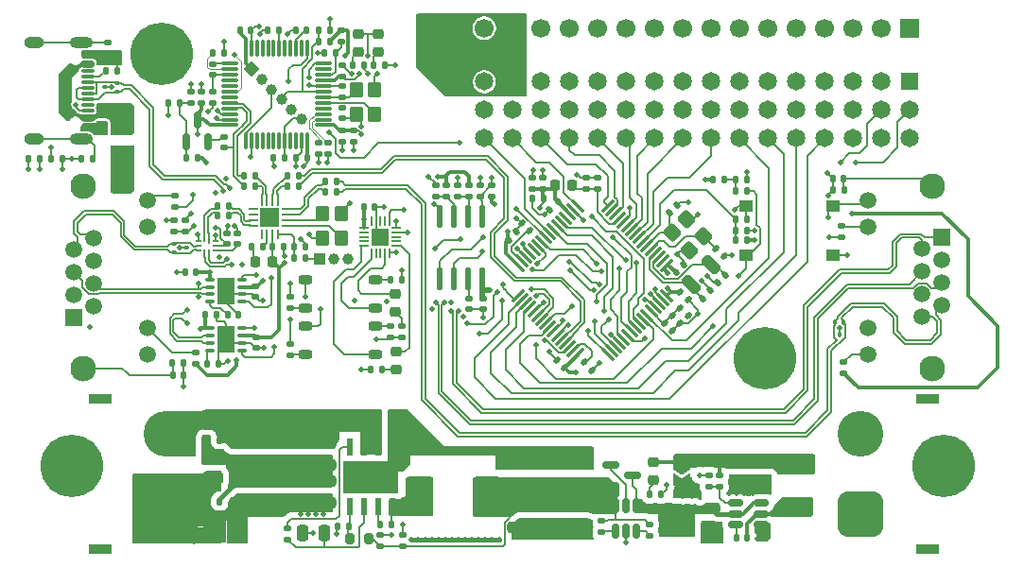
<source format=gbr>
%TF.GenerationSoftware,KiCad,Pcbnew,9.0.3*%
%TF.CreationDate,2025-09-28T00:53:35+02:00*%
%TF.ProjectId,MMS2,4d4d5332-2e6b-4696-9361-645f70636258,rev?*%
%TF.SameCoordinates,Original*%
%TF.FileFunction,Copper,L1,Top*%
%TF.FilePolarity,Positive*%
%FSLAX46Y46*%
G04 Gerber Fmt 4.6, Leading zero omitted, Abs format (unit mm)*
G04 Created by KiCad (PCBNEW 9.0.3) date 2025-09-28 00:53:35*
%MOMM*%
%LPD*%
G01*
G04 APERTURE LIST*
G04 Aperture macros list*
%AMRoundRect*
0 Rectangle with rounded corners*
0 $1 Rounding radius*
0 $2 $3 $4 $5 $6 $7 $8 $9 X,Y pos of 4 corners*
0 Add a 4 corners polygon primitive as box body*
4,1,4,$2,$3,$4,$5,$6,$7,$8,$9,$2,$3,0*
0 Add four circle primitives for the rounded corners*
1,1,$1+$1,$2,$3*
1,1,$1+$1,$4,$5*
1,1,$1+$1,$6,$7*
1,1,$1+$1,$8,$9*
0 Add four rect primitives between the rounded corners*
20,1,$1+$1,$2,$3,$4,$5,0*
20,1,$1+$1,$4,$5,$6,$7,0*
20,1,$1+$1,$6,$7,$8,$9,0*
20,1,$1+$1,$8,$9,$2,$3,0*%
%AMRotRect*
0 Rectangle, with rotation*
0 The origin of the aperture is its center*
0 $1 length*
0 $2 width*
0 $3 Rotation angle, in degrees counterclockwise*
0 Add horizontal line*
21,1,$1,$2,0,0,$3*%
%AMFreePoly0*
4,1,6,1.000000,0.000000,0.500000,-0.750000,-0.500000,-0.750000,-0.500000,0.750000,0.500000,0.750000,1.000000,0.000000,1.000000,0.000000,$1*%
%AMFreePoly1*
4,1,6,0.500000,-0.750000,-0.650000,-0.750000,-0.150000,0.000000,-0.650000,0.750000,0.500000,0.750000,0.500000,-0.750000,0.500000,-0.750000,$1*%
G04 Aperture macros list end*
%TA.AperFunction,SMDPad,CuDef*%
%ADD10RoundRect,0.200000X0.200000X0.275000X-0.200000X0.275000X-0.200000X-0.275000X0.200000X-0.275000X0*%
%TD*%
%TA.AperFunction,ComponentPad*%
%ADD11C,5.600000*%
%TD*%
%TA.AperFunction,SMDPad,CuDef*%
%ADD12RoundRect,0.140000X0.140000X0.170000X-0.140000X0.170000X-0.140000X-0.170000X0.140000X-0.170000X0*%
%TD*%
%TA.AperFunction,SMDPad,CuDef*%
%ADD13RoundRect,0.140000X-0.170000X0.140000X-0.170000X-0.140000X0.170000X-0.140000X0.170000X0.140000X0*%
%TD*%
%TA.AperFunction,HeatsinkPad*%
%ADD14O,1.800000X1.000000*%
%TD*%
%TA.AperFunction,HeatsinkPad*%
%ADD15O,2.100000X1.000000*%
%TD*%
%TA.AperFunction,SMDPad,CuDef*%
%ADD16RoundRect,0.150000X-0.425000X0.150000X-0.425000X-0.150000X0.425000X-0.150000X0.425000X0.150000X0*%
%TD*%
%TA.AperFunction,SMDPad,CuDef*%
%ADD17RoundRect,0.075000X-0.500000X0.075000X-0.500000X-0.075000X0.500000X-0.075000X0.500000X0.075000X0*%
%TD*%
%TA.AperFunction,SMDPad,CuDef*%
%ADD18RoundRect,0.140000X-0.140000X-0.170000X0.140000X-0.170000X0.140000X0.170000X-0.140000X0.170000X0*%
%TD*%
%TA.AperFunction,SMDPad,CuDef*%
%ADD19RoundRect,0.250000X0.650000X-1.000000X0.650000X1.000000X-0.650000X1.000000X-0.650000X-1.000000X0*%
%TD*%
%TA.AperFunction,SMDPad,CuDef*%
%ADD20RoundRect,0.135000X-0.135000X-0.185000X0.135000X-0.185000X0.135000X0.185000X-0.135000X0.185000X0*%
%TD*%
%TA.AperFunction,ComponentPad*%
%ADD21R,1.500000X1.500000*%
%TD*%
%TA.AperFunction,SMDPad,CuDef*%
%ADD22RoundRect,0.250000X0.475000X-0.250000X0.475000X0.250000X-0.475000X0.250000X-0.475000X-0.250000X0*%
%TD*%
%TA.AperFunction,SMDPad,CuDef*%
%ADD23RoundRect,0.220000X0.255000X-0.220000X0.255000X0.220000X-0.255000X0.220000X-0.255000X-0.220000X0*%
%TD*%
%TA.AperFunction,SMDPad,CuDef*%
%ADD24RoundRect,0.140000X0.170000X-0.140000X0.170000X0.140000X-0.170000X0.140000X-0.170000X-0.140000X0*%
%TD*%
%TA.AperFunction,SMDPad,CuDef*%
%ADD25RoundRect,0.200000X0.400000X0.200000X-0.400000X0.200000X-0.400000X-0.200000X0.400000X-0.200000X0*%
%TD*%
%TA.AperFunction,ComponentPad*%
%ADD26R,2.000000X0.900000*%
%TD*%
%TA.AperFunction,ComponentPad*%
%ADD27RoundRect,1.025000X-1.025000X1.025000X-1.025000X-1.025000X1.025000X-1.025000X1.025000X1.025000X0*%
%TD*%
%TA.AperFunction,ComponentPad*%
%ADD28C,4.100000*%
%TD*%
%TA.AperFunction,SMDPad,CuDef*%
%ADD29RoundRect,0.250000X0.250000X0.475000X-0.250000X0.475000X-0.250000X-0.475000X0.250000X-0.475000X0*%
%TD*%
%TA.AperFunction,SMDPad,CuDef*%
%ADD30RoundRect,0.140000X-0.021213X0.219203X-0.219203X0.021213X0.021213X-0.219203X0.219203X-0.021213X0*%
%TD*%
%TA.AperFunction,SMDPad,CuDef*%
%ADD31RoundRect,0.140000X-0.219203X-0.021213X-0.021213X-0.219203X0.219203X0.021213X0.021213X0.219203X0*%
%TD*%
%TA.AperFunction,SMDPad,CuDef*%
%ADD32O,0.590000X2.050000*%
%TD*%
%TA.AperFunction,SMDPad,CuDef*%
%ADD33RoundRect,0.250000X-0.550000X0.300000X-0.550000X-0.300000X0.550000X-0.300000X0.550000X0.300000X0*%
%TD*%
%TA.AperFunction,SMDPad,CuDef*%
%ADD34RoundRect,0.250000X-0.475000X0.250000X-0.475000X-0.250000X0.475000X-0.250000X0.475000X0.250000X0*%
%TD*%
%TA.AperFunction,SMDPad,CuDef*%
%ADD35RoundRect,0.150000X0.150000X-0.587500X0.150000X0.587500X-0.150000X0.587500X-0.150000X-0.587500X0*%
%TD*%
%TA.AperFunction,ComponentPad*%
%ADD36C,1.500000*%
%TD*%
%TA.AperFunction,ComponentPad*%
%ADD37C,2.300000*%
%TD*%
%TA.AperFunction,SMDPad,CuDef*%
%ADD38RoundRect,0.075000X0.350000X0.075000X-0.350000X0.075000X-0.350000X-0.075000X0.350000X-0.075000X0*%
%TD*%
%TA.AperFunction,HeatsinkPad*%
%ADD39R,1.600000X2.400000*%
%TD*%
%TA.AperFunction,SMDPad,CuDef*%
%ADD40RoundRect,0.150000X0.150000X-0.512500X0.150000X0.512500X-0.150000X0.512500X-0.150000X-0.512500X0*%
%TD*%
%TA.AperFunction,SMDPad,CuDef*%
%ADD41RoundRect,0.250001X-0.949999X-1.499999X0.949999X-1.499999X0.949999X1.499999X-0.949999X1.499999X0*%
%TD*%
%TA.AperFunction,SMDPad,CuDef*%
%ADD42RoundRect,0.100000X-0.100000X0.125000X-0.100000X-0.125000X0.100000X-0.125000X0.100000X0.125000X0*%
%TD*%
%TA.AperFunction,SMDPad,CuDef*%
%ADD43RoundRect,0.075000X0.441942X0.548008X-0.548008X-0.441942X-0.441942X-0.548008X0.548008X0.441942X0*%
%TD*%
%TA.AperFunction,SMDPad,CuDef*%
%ADD44RoundRect,0.075000X-0.441942X0.548008X-0.548008X0.441942X0.441942X-0.548008X0.548008X-0.441942X0*%
%TD*%
%TA.AperFunction,SMDPad,CuDef*%
%ADD45RoundRect,0.220000X-0.220000X-0.255000X0.220000X-0.255000X0.220000X0.255000X-0.220000X0.255000X0*%
%TD*%
%TA.AperFunction,SMDPad,CuDef*%
%ADD46RoundRect,0.220000X-0.255000X0.220000X-0.255000X-0.220000X0.255000X-0.220000X0.255000X0.220000X0*%
%TD*%
%TA.AperFunction,SMDPad,CuDef*%
%ADD47RoundRect,0.140000X0.021213X-0.219203X0.219203X-0.021213X-0.021213X0.219203X-0.219203X0.021213X0*%
%TD*%
%TA.AperFunction,SMDPad,CuDef*%
%ADD48RoundRect,0.135000X0.185000X-0.135000X0.185000X0.135000X-0.185000X0.135000X-0.185000X-0.135000X0*%
%TD*%
%TA.AperFunction,SMDPad,CuDef*%
%ADD49RoundRect,0.140000X0.219203X0.021213X0.021213X0.219203X-0.219203X-0.021213X-0.021213X-0.219203X0*%
%TD*%
%TA.AperFunction,SMDPad,CuDef*%
%ADD50RoundRect,0.250001X0.999999X-0.499999X0.999999X0.499999X-0.999999X0.499999X-0.999999X-0.499999X0*%
%TD*%
%TA.AperFunction,SMDPad,CuDef*%
%ADD51RoundRect,0.150000X0.512500X0.150000X-0.512500X0.150000X-0.512500X-0.150000X0.512500X-0.150000X0*%
%TD*%
%TA.AperFunction,SMDPad,CuDef*%
%ADD52R,1.250000X1.000000*%
%TD*%
%TA.AperFunction,SMDPad,CuDef*%
%ADD53RoundRect,0.250000X0.350000X-0.450000X0.350000X0.450000X-0.350000X0.450000X-0.350000X-0.450000X0*%
%TD*%
%TA.AperFunction,SMDPad,CuDef*%
%ADD54RoundRect,0.220000X0.220000X0.255000X-0.220000X0.255000X-0.220000X-0.255000X0.220000X-0.255000X0*%
%TD*%
%TA.AperFunction,SMDPad,CuDef*%
%ADD55RoundRect,0.150000X-0.590000X-0.150000X0.590000X-0.150000X0.590000X0.150000X-0.590000X0.150000X0*%
%TD*%
%TA.AperFunction,SMDPad,CuDef*%
%ADD56RoundRect,0.135000X0.135000X0.185000X-0.135000X0.185000X-0.135000X-0.185000X0.135000X-0.185000X0*%
%TD*%
%TA.AperFunction,ComponentPad*%
%ADD57R,1.650000X1.650000*%
%TD*%
%TA.AperFunction,ComponentPad*%
%ADD58C,1.650000*%
%TD*%
%TA.AperFunction,SMDPad,CuDef*%
%ADD59RoundRect,0.250000X-0.565685X0.070711X0.070711X-0.565685X0.565685X-0.070711X-0.070711X0.565685X0*%
%TD*%
%TA.AperFunction,ComponentPad*%
%ADD60RoundRect,1.025000X1.025000X-1.025000X1.025000X1.025000X-1.025000X1.025000X-1.025000X-1.025000X0*%
%TD*%
%TA.AperFunction,ComponentPad*%
%ADD61R,1.700000X1.700000*%
%TD*%
%TA.AperFunction,ComponentPad*%
%ADD62C,1.700000*%
%TD*%
%TA.AperFunction,SMDPad,CuDef*%
%ADD63R,0.225000X0.663000*%
%TD*%
%TA.AperFunction,SMDPad,CuDef*%
%ADD64R,0.225000X0.563000*%
%TD*%
%TA.AperFunction,SMDPad,CuDef*%
%ADD65R,0.563000X0.225000*%
%TD*%
%TA.AperFunction,SMDPad,CuDef*%
%ADD66FreePoly0,270.000000*%
%TD*%
%TA.AperFunction,SMDPad,CuDef*%
%ADD67FreePoly1,270.000000*%
%TD*%
%TA.AperFunction,SMDPad,CuDef*%
%ADD68RoundRect,0.062500X0.350000X0.062500X-0.350000X0.062500X-0.350000X-0.062500X0.350000X-0.062500X0*%
%TD*%
%TA.AperFunction,SMDPad,CuDef*%
%ADD69RoundRect,0.062500X0.062500X0.350000X-0.062500X0.350000X-0.062500X-0.350000X0.062500X-0.350000X0*%
%TD*%
%TA.AperFunction,HeatsinkPad*%
%ADD70R,1.700000X1.700000*%
%TD*%
%TA.AperFunction,SMDPad,CuDef*%
%ADD71R,0.518710X4.299982*%
%TD*%
%TA.AperFunction,SMDPad,CuDef*%
%ADD72R,2.755433X0.638010*%
%TD*%
%TA.AperFunction,SMDPad,CuDef*%
%ADD73R,0.598812X2.547403*%
%TD*%
%TA.AperFunction,SMDPad,CuDef*%
%ADD74R,0.558343X4.699982*%
%TD*%
%TA.AperFunction,SMDPad,CuDef*%
%ADD75R,2.962498X0.631387*%
%TD*%
%TA.AperFunction,SMDPad,CuDef*%
%ADD76R,0.562498X1.974520*%
%TD*%
%TA.AperFunction,SMDPad,CuDef*%
%ADD77R,0.600000X1.550000*%
%TD*%
%TA.AperFunction,SMDPad,CuDef*%
%ADD78R,4.900000X2.950000*%
%TD*%
%TA.AperFunction,SMDPad,CuDef*%
%ADD79RoundRect,0.050000X-0.050000X0.375000X-0.050000X-0.375000X0.050000X-0.375000X0.050000X0.375000X0*%
%TD*%
%TA.AperFunction,SMDPad,CuDef*%
%ADD80RoundRect,0.050000X-0.375000X0.050000X-0.375000X-0.050000X0.375000X-0.050000X0.375000X0.050000X0*%
%TD*%
%TA.AperFunction,HeatsinkPad*%
%ADD81R,1.650000X1.650000*%
%TD*%
%TA.AperFunction,SMDPad,CuDef*%
%ADD82RoundRect,0.100000X-0.125000X-0.100000X0.125000X-0.100000X0.125000X0.100000X-0.125000X0.100000X0*%
%TD*%
%TA.AperFunction,SMDPad,CuDef*%
%ADD83RoundRect,0.250000X0.636396X-0.282843X-0.282843X0.636396X-0.636396X0.282843X0.282843X-0.636396X0*%
%TD*%
%TA.AperFunction,ComponentPad*%
%ADD84R,1.000000X1.000000*%
%TD*%
%TA.AperFunction,ComponentPad*%
%ADD85C,1.000000*%
%TD*%
%TA.AperFunction,ComponentPad*%
%ADD86RotRect,1.000000X1.000000X225.000000*%
%TD*%
%TA.AperFunction,SMDPad,CuDef*%
%ADD87RoundRect,0.100000X0.125000X0.100000X-0.125000X0.100000X-0.125000X-0.100000X0.125000X-0.100000X0*%
%TD*%
%TA.AperFunction,SMDPad,CuDef*%
%ADD88RoundRect,0.075000X0.662500X0.075000X-0.662500X0.075000X-0.662500X-0.075000X0.662500X-0.075000X0*%
%TD*%
%TA.AperFunction,SMDPad,CuDef*%
%ADD89RoundRect,0.075000X0.075000X0.662500X-0.075000X0.662500X-0.075000X-0.662500X0.075000X-0.662500X0*%
%TD*%
%TA.AperFunction,ViaPad*%
%ADD90C,0.500000*%
%TD*%
%TA.AperFunction,Conductor*%
%ADD91C,0.200000*%
%TD*%
%TA.AperFunction,Conductor*%
%ADD92C,0.500000*%
%TD*%
%TA.AperFunction,Conductor*%
%ADD93C,0.300000*%
%TD*%
%TA.AperFunction,Conductor*%
%ADD94C,0.180000*%
%TD*%
%TA.AperFunction,Conductor*%
%ADD95C,0.130000*%
%TD*%
%TA.AperFunction,Conductor*%
%ADD96C,0.170000*%
%TD*%
%TA.AperFunction,Conductor*%
%ADD97C,0.150000*%
%TD*%
%TA.AperFunction,Conductor*%
%ADD98C,0.400000*%
%TD*%
%TA.AperFunction,Conductor*%
%ADD99C,0.120000*%
%TD*%
%TA.AperFunction,Conductor*%
%ADD100C,0.100000*%
%TD*%
%TA.AperFunction,Conductor*%
%ADD101C,0.160000*%
%TD*%
G04 APERTURE END LIST*
D10*
%TO.P,R12,1*%
%TO.N,/VRM/LMR36520ADDAR/LMR36520ADDAR_VOUT*%
X112520000Y-135500000D03*
%TO.P,R12,2*%
%TO.N,/VRM/LMR36520ADDAR/FB*%
X110880000Y-135500000D03*
%TD*%
D11*
%TO.P,H3,1,1*%
%TO.N,unconnected-(H3-Pad1)*%
X164000000Y-129000000D03*
%TD*%
%TO.P,H2,1,1*%
%TO.N,unconnected-(H2-Pad1)*%
X94000000Y-92100000D03*
%TD*%
D12*
%TO.P,R805,2*%
%TO.N,GND*%
X86800000Y-101500000D03*
%TO.P,R805,1*%
%TO.N,Net-(J800-SHIELD)*%
X87800000Y-101500000D03*
%TD*%
D13*
%TO.P,C801,2*%
%TO.N,GND*%
X89200000Y-92120000D03*
%TO.P,C801,1*%
%TO.N,Net-(J800-SHIELD)*%
X89200000Y-91120000D03*
%TD*%
D14*
%TO.P,J800,S1,SHIELD*%
%TO.N,Net-(J800-SHIELD)*%
X82620000Y-99740000D03*
D15*
X86800000Y-99740000D03*
D14*
X82620000Y-91100000D03*
D15*
X86800000Y-91100000D03*
D16*
%TO.P,J800,B12,GND*%
%TO.N,GND*%
X87375000Y-92220000D03*
%TO.P,J800,B9,VBUS*%
%TO.N,VBUS*%
X87375000Y-93020000D03*
D17*
%TO.P,J800,B8,SBU2*%
%TO.N,unconnected-(J800-SBU2-PadB8)*%
X87375000Y-93670000D03*
%TO.P,J800,B7,D-*%
%TO.N,/USB switch/USBC_CONN.D-*%
X87375000Y-94670000D03*
%TO.P,J800,B6,D+*%
%TO.N,/USB switch/USBC_CONN.D+*%
X87375000Y-96170000D03*
%TO.P,J800,B5,CC2*%
%TO.N,/USBC_CONN/CC2*%
X87375000Y-97170000D03*
D16*
%TO.P,J800,B4,VBUS*%
%TO.N,VBUS*%
X87375000Y-97820000D03*
%TO.P,J800,B1,GND*%
%TO.N,GND*%
X87375000Y-98620000D03*
%TO.P,J800,A12,GND*%
X87375000Y-98620000D03*
%TO.P,J800,A9,VBUS*%
%TO.N,VBUS*%
X87375000Y-97820000D03*
D17*
%TO.P,J800,A8,SBU1*%
%TO.N,unconnected-(J800-SBU1-PadA8)*%
X87375000Y-96670000D03*
%TO.P,J800,A7,D-*%
%TO.N,/USB switch/USBC_CONN.D-*%
X87375000Y-95670000D03*
%TO.P,J800,A6,D+*%
%TO.N,/USB switch/USBC_CONN.D+*%
X87375000Y-95170000D03*
%TO.P,J800,A5,CC1*%
%TO.N,/USBC_CONN/CC1*%
X87375000Y-94170000D03*
D16*
%TO.P,J800,A4,VBUS*%
%TO.N,VBUS*%
X87375000Y-93020000D03*
%TO.P,J800,A1,GND*%
%TO.N,GND*%
X87375000Y-92220000D03*
%TD*%
D18*
%TO.P,R801,2*%
%TO.N,GND*%
X90000000Y-93600000D03*
%TO.P,R801,1*%
%TO.N,/USBC_CONN/CC1*%
X89000000Y-93600000D03*
%TD*%
%TO.P,C800,2*%
%TO.N,GND*%
X83100000Y-101500000D03*
%TO.P,C800,1*%
%TO.N,VBUS*%
X82100000Y-101500000D03*
%TD*%
%TO.P,R800,2*%
%TO.N,GND*%
X85100000Y-101500000D03*
%TO.P,R800,1*%
%TO.N,/USBC_CONN/CC2*%
X84100000Y-101500000D03*
%TD*%
D19*
%TO.P,D6,1*%
%TO.N,+5V*%
X90400000Y-101800000D03*
%TO.P,D6,2*%
%TO.N,VBUS*%
X90400000Y-97800000D03*
%TD*%
D18*
%TO.P,C45,2*%
%TO.N,GND*%
X95970000Y-120900000D03*
%TO.P,C45,1*%
%TO.N,Net-(C45-Pad1)*%
X95010000Y-120900000D03*
%TD*%
D20*
%TO.P,R51,2*%
%TO.N,GND*%
X96000000Y-119800000D03*
%TO.P,R51,1*%
%TO.N,Net-(C45-Pad1)*%
X94980000Y-119800000D03*
%TD*%
D21*
%TO.P,CAP+1,1,1*%
%TO.N,BRD_VIN*%
X98500000Y-125000000D03*
%TD*%
D22*
%TO.P,C11,1*%
%TO.N,/VRM/LMR36520ADDAR/LMR36520ADDAR_VOUT*%
X129700000Y-130550000D03*
%TO.P,C11,2*%
%TO.N,GND*%
X129700000Y-128650000D03*
%TD*%
D23*
%TO.P,D3,1*%
%TO.N,Net-(D3-Pad1)*%
X115000000Y-120390000D03*
%TO.P,D3,2*%
%TO.N,/CH32V003/LED2*%
X115000000Y-118810000D03*
%TD*%
D18*
%TO.P,R501,1*%
%TO.N,Net-(U501-STB)*%
X99900000Y-115500000D03*
%TO.P,R501,2*%
%TO.N,GND*%
X100900000Y-115500000D03*
%TD*%
D12*
%TO.P,C703,1*%
%TO.N,+3V3*%
X107046000Y-101439888D03*
%TO.P,C703,2*%
%TO.N,GND*%
X106046000Y-101439888D03*
%TD*%
%TO.P,C46,1*%
%TO.N,Net-(C46-Pad1)*%
X155100000Y-103300000D03*
%TO.P,C46,2*%
%TO.N,GND*%
X154140000Y-103300000D03*
%TD*%
%TO.P,R403,1*%
%TO.N,+3V3*%
X146388129Y-108800000D03*
%TO.P,R403,2*%
%TO.N,/MCU/NRST*%
X145388129Y-108800000D03*
%TD*%
%TO.P,R710,1*%
%TO.N,Net-(Q700-B)*%
X95600000Y-96500000D03*
%TO.P,R710,2*%
%TO.N,/STlink-BMprobe/USB_RENUM*%
X94600000Y-96500000D03*
%TD*%
D13*
%TO.P,R16,1*%
%TO.N,Net-(U6-WP)*%
X121500000Y-114000000D03*
%TO.P,R16,2*%
%TO.N,GND*%
X121500000Y-115000000D03*
%TD*%
D24*
%TO.P,C702,1*%
%TO.N,+3V3*%
X110170000Y-94100000D03*
%TO.P,C702,2*%
%TO.N,GND*%
X110170000Y-93100000D03*
%TD*%
D12*
%TO.P,C503,1*%
%TO.N,+3V3*%
X97100000Y-111700000D03*
%TO.P,C503,2*%
%TO.N,GND*%
X96100000Y-111700000D03*
%TD*%
D24*
%TO.P,C426,1*%
%TO.N,+3V3*%
X128100000Y-104200000D03*
%TO.P,C426,2*%
%TO.N,GND*%
X128100000Y-103200000D03*
%TD*%
D25*
%TO.P,U9,1*%
%TO.N,/CAN auto terminator/CAN_AUTOTERM.2*%
X113150000Y-119070000D03*
%TO.P,U9,3*%
%TO.N,Net-(R5-Pad1)*%
X113150000Y-116530000D03*
%TO.P,U9,4*%
%TO.N,/CAN auto terminator/CAN2.+*%
X106850000Y-116530000D03*
%TO.P,U9,6*%
%TO.N,Net-(R1-Pad2)*%
X106850000Y-119070000D03*
%TD*%
D22*
%TO.P,C28,1*%
%TO.N,/VRM/LMR36520ADDAR/LMR36520ADDAR_VOUT*%
X131700000Y-130550000D03*
%TO.P,C28,2*%
%TO.N,GND*%
X131700000Y-128650000D03*
%TD*%
D26*
%TO.P,J7,*%
%TO.N,*%
X162600000Y-123000000D03*
X162600000Y-136500000D03*
D27*
%TO.P,J7,1,Pin_1*%
%TO.N,GNDPWR*%
X156600000Y-133350000D03*
D28*
%TO.P,J7,2,Pin_2*%
%TO.N,BRD_VIN*%
X156600000Y-126150000D03*
%TD*%
D13*
%TO.P,R10,1*%
%TO.N,/VRM/LMR36520ADDAR/PG*%
X105300000Y-134600000D03*
%TO.P,R10,2*%
%TO.N,/VRM/LMR36520ADDAR/VCC*%
X105300000Y-135600000D03*
%TD*%
D29*
%TO.P,C16,1*%
%TO.N,/VRM/LMR36520ADDAR/VCC*%
X108550000Y-135000000D03*
%TO.P,C16,2*%
%TO.N,GND*%
X106650000Y-135000000D03*
%TD*%
D11*
%TO.P,H1,1,1*%
%TO.N,GND*%
X148000000Y-119400000D03*
%TD*%
D30*
%TO.P,C314,1*%
%TO.N,/MCU/OSC32_IN*%
X144510928Y-111892894D03*
%TO.P,C314,2*%
%TO.N,GND*%
X143803822Y-112600000D03*
%TD*%
D31*
%TO.P,C26,1*%
%TO.N,Net-(U1-VCAP_2)*%
X131846447Y-119746447D03*
%TO.P,C26,2*%
%TO.N,GND*%
X132553553Y-120453553D03*
%TD*%
D13*
%TO.P,R25,1*%
%TO.N,Net-(J9-Pad10)*%
X154900000Y-107500000D03*
%TO.P,R25,2*%
%TO.N,/MCU/USER_LED_2*%
X154900000Y-108500000D03*
%TD*%
D31*
%TO.P,C401,1*%
%TO.N,+3V3*%
X140446447Y-113446447D03*
%TO.P,C401,2*%
%TO.N,GND*%
X141153553Y-114153553D03*
%TD*%
D32*
%TO.P,U6,1,A0*%
%TO.N,/MCU/I2C_Memory_addr*%
X122750000Y-106700000D03*
%TO.P,U6,2,A1*%
%TO.N,/QSPI_FLASH/A1*%
X121480000Y-106700000D03*
%TO.P,U6,3,A2*%
%TO.N,/QSPI_FLASH/A2*%
X120200000Y-106700000D03*
%TO.P,U6,4,GND*%
%TO.N,GND*%
X118930000Y-106700000D03*
%TO.P,U6,5,SDA*%
%TO.N,/Interboard_connector/Chainbus.SDA*%
X118930000Y-112240000D03*
%TO.P,U6,6,SCL*%
%TO.N,/Interboard_connector/Chainbus.SCL*%
X120200000Y-112240000D03*
%TO.P,U6,7,WP*%
%TO.N,Net-(U6-WP)*%
X121480000Y-112240000D03*
%TO.P,U6,8,VCC*%
%TO.N,+3V3*%
X122750000Y-112240000D03*
%TD*%
D33*
%TO.P,D1,1*%
%TO.N,/VRM/LMR36520ADDAR/Cap_protec*%
X98600000Y-128000000D03*
%TO.P,D1,2*%
%TO.N,GND*%
X98600000Y-130800000D03*
%TD*%
D34*
%TO.P,C6,1*%
%TO.N,BRD_VIN*%
X102800000Y-127000000D03*
%TO.P,C6,2*%
%TO.N,/VRM/LMR36520ADDAR/Cap_protec*%
X102800000Y-128900000D03*
%TD*%
D12*
%TO.P,R704,1*%
%TO.N,Net-(U700-PA5)*%
X107000000Y-90000000D03*
%TO.P,R704,2*%
%TO.N,/MCU/SWD.SWCLK*%
X106000000Y-90000000D03*
%TD*%
D13*
%TO.P,C705,1*%
%TO.N,+3V3*%
X110170000Y-99000000D03*
%TO.P,C705,2*%
%TO.N,GND*%
X110170000Y-100000000D03*
%TD*%
D25*
%TO.P,U8,1*%
%TO.N,/CAN auto terminator/CAN_AUTOTERM.1*%
X113150000Y-114870000D03*
%TO.P,U8,3*%
%TO.N,Net-(R3-Pad1)*%
X113150000Y-112330000D03*
%TO.P,U8,4*%
%TO.N,/CAN auto terminator/CAN1.+*%
X106850000Y-112330000D03*
%TO.P,U8,6*%
%TO.N,Net-(R2-Pad2)*%
X106850000Y-114870000D03*
%TD*%
D24*
%TO.P,C704,1*%
%TO.N,+3V3*%
X97600000Y-96500000D03*
%TO.P,C704,2*%
%TO.N,GND*%
X97600000Y-95500000D03*
%TD*%
D18*
%TO.P,C33,1*%
%TO.N,+3V3*%
X112100000Y-105800000D03*
%TO.P,C33,2*%
%TO.N,GND*%
X113100000Y-105800000D03*
%TD*%
D35*
%TO.P,Q700,1,B*%
%TO.N,Net-(Q700-B)*%
X96250000Y-99937500D03*
%TO.P,Q700,2,E*%
%TO.N,Net-(Q700-E)*%
X98150000Y-99937500D03*
%TO.P,Q700,3,C*%
%TO.N,+3V3*%
X97200000Y-98062500D03*
%TD*%
D21*
%TO.P,J9,1*%
%TO.N,/CAN auto terminator/CAN2.-*%
X163890000Y-108570000D03*
D36*
%TO.P,J9,2*%
%TO.N,/CAN auto terminator/CAN2.+*%
X162110000Y-109586000D03*
%TO.P,J9,3*%
%TO.N,GND*%
X163890000Y-110602000D03*
%TO.P,J9,4*%
%TO.N,/CAN auto terminator/CAN1.-*%
X162110000Y-111618000D03*
%TO.P,J9,5*%
%TO.N,/CAN auto terminator/CAN1.+*%
X163890000Y-112634000D03*
%TO.P,J9,6*%
%TO.N,+12V*%
X162110000Y-113650000D03*
%TO.P,J9,7*%
%TO.N,/MMS_CONNECTOR_DOWNSTREAM/USB_MMS_CONN.D-*%
X163890000Y-114666000D03*
%TO.P,J9,8*%
%TO.N,/MMS_CONNECTOR_DOWNSTREAM/USB_MMS_CONN.D+*%
X162110000Y-115682000D03*
%TO.P,J9,9*%
%TO.N,GND*%
X157290000Y-105270000D03*
%TO.P,J9,10*%
%TO.N,Net-(J9-Pad10)*%
X157290000Y-107560000D03*
%TO.P,J9,11*%
%TO.N,GND*%
X157290000Y-116700000D03*
%TO.P,J9,12*%
%TO.N,Net-(J9-Pad12)*%
X157290000Y-118990000D03*
D37*
%TO.P,J9,SH*%
%TO.N,Net-(C46-Pad1)*%
X163000000Y-104000000D03*
X163000000Y-120260000D03*
%TD*%
D13*
%TO.P,R26,1*%
%TO.N,Net-(J8-Pad10)*%
X97090000Y-118890000D03*
%TO.P,R26,2*%
%TO.N,+3V3*%
X97090000Y-119890000D03*
%TD*%
D24*
%TO.P,C502,1*%
%TO.N,GND*%
X102400000Y-113900000D03*
%TO.P,C502,2*%
%TO.N,+5V*%
X102400000Y-112900000D03*
%TD*%
D18*
%TO.P,C416,1*%
%TO.N,/MCU/USR_BTN*%
X145400000Y-103400000D03*
%TO.P,C416,2*%
%TO.N,GND*%
X146400000Y-103400000D03*
%TD*%
D38*
%TO.P,U501,1,TXD*%
%TO.N,/CAN_TR2/CAN.TX*%
X101200000Y-114300000D03*
%TO.P,U501,2,GND*%
%TO.N,GND*%
X101200000Y-113650000D03*
%TO.P,U501,3,VCC*%
%TO.N,+5V*%
X101200000Y-113000000D03*
%TO.P,U501,4,RXD*%
%TO.N,/CAN_TR2/CAN.RX*%
X101200000Y-112350000D03*
%TO.P,U501,5,VIO*%
%TO.N,+3V3*%
X98300000Y-112350000D03*
%TO.P,U501,6,CANL*%
%TO.N,/CAN auto terminator/CAN1.-*%
X98300000Y-113000000D03*
%TO.P,U501,7,CANH*%
%TO.N,/CAN auto terminator/CAN1.+*%
X98300000Y-113650000D03*
%TO.P,U501,8,STB*%
%TO.N,Net-(U501-STB)*%
X98300000Y-114300000D03*
D39*
%TO.P,U501,9,EP*%
%TO.N,GND*%
X99750000Y-113325000D03*
%TD*%
D40*
%TO.P,U5,1,VCAP*%
%TO.N,Net-(U5-VCAP)*%
X134650000Y-134887500D03*
%TO.P,U5,2,GND*%
%TO.N,GND*%
X135600000Y-134887500D03*
%TO.P,U5,3,EN*%
%TO.N,Net-(U5-EN)*%
X136550000Y-134887500D03*
%TO.P,U5,4,CATHODE*%
%TO.N,+5V*%
X136550000Y-132612500D03*
%TO.P,U5,5,GATE*%
%TO.N,Net-(Q7-G)*%
X135600000Y-132612500D03*
%TO.P,U5,6,ANODE*%
%TO.N,/VRM/LMR36520ADDAR/LMR36520ADDAR_VOUT*%
X134650000Y-132612500D03*
%TD*%
D18*
%TO.P,C10,1*%
%TO.N,/VRM/LMR36520ADDAR/BOOT*%
X113600000Y-134300000D03*
%TO.P,C10,2*%
%TO.N,/VRM/LMR36520ADDAR/SW*%
X114600000Y-134300000D03*
%TD*%
D41*
%TO.P,L1,1,1*%
%TO.N,/VRM/LMR36520ADDAR/SW*%
X117100000Y-131750000D03*
%TO.P,L1,2,2*%
%TO.N,/VRM/LMR36520ADDAR/LMR36520ADDAR_VOUT*%
X123100000Y-131750000D03*
%TD*%
D18*
%TO.P,R713,1*%
%TO.N,Net-(D701-Pad1)*%
X111100000Y-93110000D03*
%TO.P,R713,2*%
%TO.N,GND*%
X112100000Y-93110000D03*
%TD*%
D30*
%TO.P,C403,1*%
%TO.N,+3V3*%
X129453553Y-105346447D03*
%TO.P,C403,2*%
%TO.N,GND*%
X128746447Y-106053553D03*
%TD*%
D24*
%TO.P,R711,1*%
%TO.N,Net-(Q700-B)*%
X96600000Y-96500000D03*
%TO.P,R711,2*%
%TO.N,GND*%
X96600000Y-95500000D03*
%TD*%
%TO.P,C500,1*%
%TO.N,GND*%
X102450000Y-118475000D03*
%TO.P,C500,2*%
%TO.N,+5V*%
X102450000Y-117475000D03*
%TD*%
D42*
%TO.P,U3,1*%
%TO.N,/MMS_CONNECTOR_DOWNSTREAM/USB_MMS_CONN.D-*%
X155100000Y-116112500D03*
%TO.P,U3,2*%
%TO.N,/MMS_CONNECTOR_DOWNSTREAM/USB_MMS_CONN.D+*%
X154300000Y-116112500D03*
%TO.P,U3,3*%
%TO.N,GND*%
X154700000Y-117262500D03*
%TD*%
D24*
%TO.P,R706,1*%
%TO.N,GND*%
X108046000Y-101039888D03*
%TO.P,R706,2*%
%TO.N,Net-(U700-PC14)*%
X108046000Y-100039888D03*
%TD*%
D13*
%TO.P,C700,1*%
%TO.N,+3V3*%
X111200000Y-99000000D03*
%TO.P,C700,2*%
%TO.N,GND*%
X111200000Y-100000000D03*
%TD*%
D12*
%TO.P,R901,1*%
%TO.N,/MCU/USB_MCU.D+*%
X106275000Y-103000000D03*
%TO.P,R901,2*%
%TO.N,/USB HUB/USB_MCU_R.D+*%
X105275000Y-103000000D03*
%TD*%
D23*
%TO.P,D2,1*%
%TO.N,Net-(D2-Pad1)*%
X138050000Y-130290000D03*
%TO.P,D2,2*%
%TO.N,/VRM/TPS563201/+3V3_UNPROTEC*%
X138050000Y-128710000D03*
%TD*%
D12*
%TO.P,R715,1*%
%TO.N,/MCU/SWD.SWCLK*%
X99600000Y-92000000D03*
%TO.P,R715,2*%
%TO.N,Net-(U700-PB13)*%
X98600000Y-92000000D03*
%TD*%
D18*
%TO.P,R405,1*%
%TO.N,+3V3*%
X143400000Y-103400000D03*
%TO.P,R405,2*%
%TO.N,/MCU/USR_BTN*%
X144400000Y-103400000D03*
%TD*%
D43*
%TO.P,U1,1,VBAT*%
%TO.N,+3V3*%
X139253553Y-111038819D03*
%TO.P,U1,2,PC13*%
%TO.N,unconnected-(U1-PC13-Pad2)*%
X138900000Y-110685266D03*
%TO.P,U1,3,PC14*%
%TO.N,/MCU/OSC32_IN*%
X138546447Y-110331713D03*
%TO.P,U1,4,PC15*%
%TO.N,/MCU/OSC32_OUT*%
X138192893Y-109978159D03*
%TO.P,U1,5,PH0*%
%TO.N,/MCU/OSC_HSI_IN*%
X137839340Y-109624606D03*
%TO.P,U1,6,PH1*%
%TO.N,/MCU/OSC_HSI_OUT*%
X137485786Y-109271052D03*
%TO.P,U1,7,NRST*%
%TO.N,/MCU/NRST*%
X137132233Y-108917499D03*
%TO.P,U1,8,PC0*%
%TO.N,/Interboard_connector/Altmode12*%
X136778680Y-108563946D03*
%TO.P,U1,9,PC1*%
%TO.N,/Interboard_connector/Altmode13*%
X136425126Y-108210392D03*
%TO.P,U1,10,PC2*%
%TO.N,/Interboard_connector/Altmode14*%
X136071573Y-107856839D03*
%TO.P,U1,11,PC3*%
%TO.N,/Interboard_connector/Altmode15*%
X135718020Y-107503286D03*
%TO.P,U1,12,VSSA*%
%TO.N,GND*%
X135364466Y-107149732D03*
%TO.P,U1,13,VDDA*%
%TO.N,/MCU/VDDA*%
X135010913Y-106796179D03*
%TO.P,U1,14,PA0*%
%TO.N,/Interboard_connector/Altmode7*%
X134657359Y-106442625D03*
%TO.P,U1,15,PA1*%
%TO.N,/Interboard_connector/Altmode8*%
X134303806Y-106089072D03*
%TO.P,U1,16,PA2*%
%TO.N,/Interboard_connector/Altmode9*%
X133950253Y-105735519D03*
D44*
%TO.P,U1,17,PA3*%
%TO.N,/Interboard_connector/Altmode10*%
X131227891Y-105735519D03*
%TO.P,U1,18,VSS*%
%TO.N,GND*%
X130874338Y-106089072D03*
%TO.P,U1,19,VDD*%
%TO.N,+3V3*%
X130520785Y-106442625D03*
%TO.P,U1,20,PA4*%
%TO.N,unconnected-(U1-PA4-Pad20)*%
X130167231Y-106796179D03*
%TO.P,U1,21,PA5*%
%TO.N,/Interboard_connector/Chainbus_UART_addr2*%
X129813678Y-107149732D03*
%TO.P,U1,22,PA6*%
%TO.N,/Interboard_connector/Chainbus_UART_addr0*%
X129460124Y-107503286D03*
%TO.P,U1,23,PA7*%
%TO.N,/Interboard_connector/Chainbus_UART_addr1*%
X129106571Y-107856839D03*
%TO.P,U1,24,PC4*%
%TO.N,/Interboard_connector/Altmode16*%
X128753018Y-108210392D03*
%TO.P,U1,25,PC5*%
%TO.N,/MCU/I2C_Memory_addr*%
X128399464Y-108563946D03*
%TO.P,U1,26,PB0*%
%TO.N,/MCU/USER_LED_2*%
X128045911Y-108917499D03*
%TO.P,U1,27,PB1*%
%TO.N,/MCU/USER_LED_1*%
X127692358Y-109271052D03*
%TO.P,U1,28,PB2*%
%TO.N,unconnected-(U1-PB2-Pad28)*%
X127338804Y-109624606D03*
%TO.P,U1,29,PB10*%
%TO.N,/Interboard_connector/Chainbus.SCL*%
X126985251Y-109978159D03*
%TO.P,U1,30,PB11*%
%TO.N,/Interboard_connector/Chainbus.SDA*%
X126631697Y-110331713D03*
%TO.P,U1,31,VCAP_1*%
%TO.N,Net-(U1-VCAP_1)*%
X126278144Y-110685266D03*
%TO.P,U1,32,VDD*%
%TO.N,+3V3*%
X125924591Y-111038819D03*
D43*
%TO.P,U1,33,PB12*%
%TO.N,/CAN_TR2/CAN.RX*%
X125924591Y-113761181D03*
%TO.P,U1,34,PB13*%
%TO.N,/Interboard_connector/Altmode4*%
X126278144Y-114114734D03*
%TO.P,U1,35,PB14*%
%TO.N,/Interboard_connector/Altmode5*%
X126631697Y-114468287D03*
%TO.P,U1,36,PB15*%
%TO.N,/Interboard_connector/Altmode6*%
X126985251Y-114821841D03*
%TO.P,U1,37,PC6*%
%TO.N,/Interboard_connector/Chainbus_SPI_CS0*%
X127338804Y-115175394D03*
%TO.P,U1,38,PC7*%
%TO.N,/Interboard_connector/Chainbus_SPI_CS1*%
X127692358Y-115528948D03*
%TO.P,U1,39,PC8*%
%TO.N,/Interboard_connector/Chainbus_SPI_CS2*%
X128045911Y-115882501D03*
%TO.P,U1,40,PC9*%
%TO.N,/Interboard_connector/Chainbus_I2C_addr2*%
X128399464Y-116236054D03*
%TO.P,U1,41,PA8*%
%TO.N,/Interboard_connector/Altmode1*%
X128753018Y-116589608D03*
%TO.P,U1,42,PA9*%
%TO.N,/Interboard_connector/Altmode2*%
X129106571Y-116943161D03*
%TO.P,U1,43,PA10*%
%TO.N,/Interboard_connector/Altmode3*%
X129460124Y-117296714D03*
%TO.P,U1,44,PA11*%
%TO.N,/MCU/USB_MCU.D-*%
X129813678Y-117650268D03*
%TO.P,U1,45,PA12*%
%TO.N,/MCU/USB_MCU.D+*%
X130167231Y-118003821D03*
%TO.P,U1,46,PA13*%
%TO.N,/MCU/SWD.SWDIO*%
X130520785Y-118357375D03*
%TO.P,U1,47,VCAP_2*%
%TO.N,Net-(U1-VCAP_2)*%
X130874338Y-118710928D03*
%TO.P,U1,48,VDD*%
%TO.N,+3V3*%
X131227891Y-119064481D03*
D44*
%TO.P,U1,49,PA14*%
%TO.N,/MCU/SWD.SWCLK*%
X133950253Y-119064481D03*
%TO.P,U1,50,PA15*%
%TO.N,/Interboard_connector/Chainbus_I2C_addr0*%
X134303806Y-118710928D03*
%TO.P,U1,51,PC10*%
%TO.N,/Interboard_connector/Chainbus.TX*%
X134657359Y-118357375D03*
%TO.P,U1,52,PC11*%
%TO.N,/Interboard_connector/Chainbus.RX*%
X135010913Y-118003821D03*
%TO.P,U1,53,PC12*%
%TO.N,/Interboard_connector/Chainbus.MOSI*%
X135364466Y-117650268D03*
%TO.P,U1,54,PD2*%
%TO.N,/MCU/USR_BUTTON*%
X135718020Y-117296714D03*
%TO.P,U1,55,PB3*%
%TO.N,/Interboard_connector/Chainbus.SCK*%
X136071573Y-116943161D03*
%TO.P,U1,56,PB4*%
%TO.N,/Interboard_connector/Chainbus.MISO*%
X136425126Y-116589608D03*
%TO.P,U1,57,PB5*%
%TO.N,/Interboard_connector/Chainbus_I2C_addr1*%
X136778680Y-116236054D03*
%TO.P,U1,58,PB6*%
%TO.N,/CAN_TR2/CAN.TX*%
X137132233Y-115882501D03*
%TO.P,U1,59,PB7*%
%TO.N,/Interboard_connector/Altmode11*%
X137485786Y-115528948D03*
%TO.P,U1,60,BOOT0*%
%TO.N,/MCU/BOOT0*%
X137839340Y-115175394D03*
%TO.P,U1,61,PB8*%
%TO.N,/CAN_TR1/CAN.TX*%
X138192893Y-114821841D03*
%TO.P,U1,62,PB9*%
%TO.N,/CAN_TR1/CAN.RX*%
X138546447Y-114468287D03*
%TO.P,U1,63,VSS*%
%TO.N,GND*%
X138900000Y-114114734D03*
%TO.P,U1,64,VDD*%
%TO.N,+3V3*%
X139253553Y-113761181D03*
%TD*%
D45*
%TO.P,D301,1*%
%TO.N,Net-(D301-Pad1)*%
X102360000Y-110700000D03*
%TO.P,D301,2*%
%TO.N,+5V*%
X103940000Y-110700000D03*
%TD*%
D22*
%TO.P,C13,1*%
%TO.N,/VRM/LMR36520ADDAR/LMR36520ADDAR_VOUT*%
X125700000Y-130550000D03*
%TO.P,C13,2*%
%TO.N,GND*%
X125700000Y-128650000D03*
%TD*%
D18*
%TO.P,R3,1*%
%TO.N,Net-(R3-Pad1)*%
X114500000Y-112300000D03*
%TO.P,R3,2*%
%TO.N,GND*%
X115500000Y-112300000D03*
%TD*%
D34*
%TO.P,C14,1*%
%TO.N,BRD_VIN*%
X100800000Y-127000000D03*
%TO.P,C14,2*%
%TO.N,/VRM/LMR36520ADDAR/Cap_protec*%
X100800000Y-128900000D03*
%TD*%
D24*
%TO.P,R714,1*%
%TO.N,Net-(U700-PB14)*%
X98600000Y-94000000D03*
%TO.P,R714,2*%
%TO.N,Net-(U700-PB12)*%
X98600000Y-93000000D03*
%TD*%
D12*
%TO.P,R15,1*%
%TO.N,/USB HUB/USBIN1_R.D-*%
X100050000Y-105700000D03*
%TO.P,R15,2*%
%TO.N,/USB HUB/USBIN1.D-*%
X99050000Y-105700000D03*
%TD*%
%TO.P,R709,1*%
%TO.N,+5V*%
X97200000Y-101460112D03*
%TO.P,R709,2*%
%TO.N,Net-(Q700-B)*%
X96200000Y-101460112D03*
%TD*%
D46*
%TO.P,D700,1*%
%TO.N,/STlink-BMprobe/LED*%
X113400000Y-90320000D03*
%TO.P,D700,2*%
%TO.N,Net-(D700-Pad2)*%
X113400000Y-91900000D03*
%TD*%
D38*
%TO.P,U500,1,TXD*%
%TO.N,/CAN_TR1/CAN.TX*%
X101250000Y-118650000D03*
%TO.P,U500,2,GND*%
%TO.N,GND*%
X101250000Y-118000000D03*
%TO.P,U500,3,VCC*%
%TO.N,+5V*%
X101250000Y-117350000D03*
%TO.P,U500,4,RXD*%
%TO.N,/CAN_TR1/CAN.RX*%
X101250000Y-116700000D03*
%TO.P,U500,5,VIO*%
%TO.N,+3V3*%
X98350000Y-116700000D03*
%TO.P,U500,6,CANL*%
%TO.N,/CAN auto terminator/CAN2.-*%
X98350000Y-117350000D03*
%TO.P,U500,7,CANH*%
%TO.N,/CAN auto terminator/CAN2.+*%
X98350000Y-118000000D03*
%TO.P,U500,8,STB*%
%TO.N,Net-(U500-STB)*%
X98350000Y-118650000D03*
D39*
%TO.P,U500,9,EP*%
%TO.N,GND*%
X99800000Y-117675000D03*
%TD*%
D18*
%TO.P,R406,1*%
%TO.N,/MCU/USR_BTN*%
X145400000Y-104400000D03*
%TO.P,R406,2*%
%TO.N,/MCU/USR_BUTTON*%
X146400000Y-104400000D03*
%TD*%
%TO.P,C706,1*%
%TO.N,/STlink-BMprobe/STLINK-RST*%
X108046000Y-90000000D03*
%TO.P,C706,2*%
%TO.N,GND*%
X109046000Y-90000000D03*
%TD*%
%TO.P,R708,1*%
%TO.N,/MCU/SWD.~{RST}*%
X103500000Y-90000000D03*
%TO.P,R708,2*%
%TO.N,Net-(U700-PB0)*%
X104500000Y-90000000D03*
%TD*%
D47*
%TO.P,C404,1*%
%TO.N,+3V3*%
X140046447Y-111653553D03*
%TO.P,C404,2*%
%TO.N,GND*%
X140753553Y-110946447D03*
%TD*%
D12*
%TO.P,R308,1*%
%TO.N,Net-(U302-PGANG)*%
X103050000Y-109400000D03*
%TO.P,R308,2*%
%TO.N,Net-(D301-Pad1)*%
X102050000Y-109400000D03*
%TD*%
D24*
%TO.P,R803,1*%
%TO.N,Net-(U801-SEL)*%
X96150000Y-108000000D03*
%TO.P,R803,2*%
%TO.N,GND*%
X96150000Y-107000000D03*
%TD*%
D48*
%TO.P,R55,1*%
%TO.N,+3V3*%
X155100000Y-120710000D03*
%TO.P,R55,2*%
%TO.N,Net-(J9-Pad12)*%
X155100000Y-119690000D03*
%TD*%
D24*
%TO.P,R705,1*%
%TO.N,GND*%
X108946000Y-101039888D03*
%TO.P,R705,2*%
%TO.N,Net-(U700-PC13)*%
X108946000Y-100039888D03*
%TD*%
D13*
%TO.P,R5,1*%
%TO.N,Net-(R5-Pad1)*%
X114500000Y-116500000D03*
%TO.P,R5,2*%
%TO.N,GND*%
X114500000Y-117500000D03*
%TD*%
D18*
%TO.P,R404,1*%
%TO.N,/MCU/NRST*%
X145388129Y-106960246D03*
%TO.P,R404,2*%
%TO.N,/MCU/SWD.~{RST}*%
X146388129Y-106960246D03*
%TD*%
D49*
%TO.P,C29,1*%
%TO.N,Net-(U1-VCAP_1)*%
X126953553Y-107953553D03*
%TO.P,C29,2*%
%TO.N,GND*%
X126246447Y-107246447D03*
%TD*%
D34*
%TO.P,C8,1*%
%TO.N,BRD_VIN*%
X106900000Y-127000000D03*
%TO.P,C8,2*%
%TO.N,/VRM/LMR36520ADDAR/Cap_protec*%
X106900000Y-128900000D03*
%TD*%
D12*
%TO.P,R23,1*%
%TO.N,Net-(D3-Pad1)*%
X113700000Y-120400000D03*
%TO.P,R23,2*%
%TO.N,GND*%
X112700000Y-120400000D03*
%TD*%
D47*
%TO.P,C313,1*%
%TO.N,/MCU/OSC32_OUT*%
X142403822Y-114000000D03*
%TO.P,C313,2*%
%TO.N,GND*%
X143110928Y-113292894D03*
%TD*%
D23*
%TO.P,D701,1*%
%TO.N,Net-(D701-Pad1)*%
X111600000Y-91900000D03*
%TO.P,D701,2*%
%TO.N,/STlink-BMprobe/LED*%
X111600000Y-90320000D03*
%TD*%
D50*
%TO.P,L301,1,1*%
%TO.N,/VRM/TPS563201/SW_3V3*%
X151100000Y-132600000D03*
%TO.P,L301,2,2*%
%TO.N,/VRM/TPS563201/+3V3_UNPROTEC*%
X151100000Y-128900000D03*
%TD*%
D13*
%TO.P,R802,1*%
%TO.N,VBUS*%
X95150000Y-107000000D03*
%TO.P,R802,2*%
%TO.N,Net-(U801-SEL)*%
X95150000Y-108000000D03*
%TD*%
D34*
%TO.P,C9,1*%
%TO.N,/VRM/LMR36520ADDAR/Cap_protec*%
X106900000Y-130400000D03*
%TO.P,C9,2*%
%TO.N,GND*%
X106900000Y-132300000D03*
%TD*%
D49*
%TO.P,C422,1*%
%TO.N,+3V3*%
X130107106Y-120207106D03*
%TO.P,C422,2*%
%TO.N,GND*%
X129400000Y-119500000D03*
%TD*%
D12*
%TO.P,R707,1*%
%TO.N,+3V3*%
X114000000Y-93110000D03*
%TO.P,R707,2*%
%TO.N,Net-(D700-Pad2)*%
X113000000Y-93110000D03*
%TD*%
D51*
%TO.P,U301,1,GND*%
%TO.N,GND*%
X147700000Y-134250000D03*
%TO.P,U301,2,SW*%
%TO.N,/VRM/TPS563201/SW_3V3*%
X147700000Y-133300000D03*
%TO.P,U301,3,VIN*%
%TO.N,+5V*%
X147700000Y-132350000D03*
%TO.P,U301,4,VFB*%
%TO.N,/VRM/TPS563201/FB_3V3*%
X145425000Y-132350000D03*
%TO.P,U301,5,EN*%
%TO.N,+5V*%
X145425000Y-133300000D03*
%TO.P,U301,6,VBST*%
%TO.N,/VRM/TPS563201/VBST_3V3*%
X145425000Y-134250000D03*
%TD*%
D12*
%TO.P,C17,1*%
%TO.N,/VRM/TPS563201/SW_3V3*%
X146462500Y-135450000D03*
%TO.P,C17,2*%
%TO.N,/VRM/TPS563201/VBST_3V3*%
X145462500Y-135450000D03*
%TD*%
D52*
%TO.P,SW2,1,1*%
%TO.N,/MCU/SWD.~{RST}*%
X146350000Y-105700000D03*
%TO.P,SW2,2,2*%
%TO.N,GND*%
X154100000Y-105700000D03*
%TD*%
D24*
%TO.P,C312,1*%
%TO.N,+3V3*%
X99850000Y-109150000D03*
%TO.P,C312,2*%
%TO.N,GND*%
X99850000Y-108150000D03*
%TD*%
D12*
%TO.P,R903,1*%
%TO.N,/MMS_CONNECTOR_DOWNSTREAM/USB_MMS_CONN.D+*%
X109700000Y-103562500D03*
%TO.P,R903,2*%
%TO.N,/USB HUB/USBOUT1_R.D+*%
X108700000Y-103562500D03*
%TD*%
%TO.P,R4,1*%
%TO.N,/VRM/LMR36520ADDAR/FB*%
X110800000Y-134400000D03*
%TO.P,R4,2*%
%TO.N,GND*%
X109800000Y-134400000D03*
%TD*%
D24*
%TO.P,C21,1*%
%TO.N,/VRM/LMR36520ADDAR/LMR36520ADDAR_VOUT*%
X115575000Y-136200000D03*
%TO.P,C21,2*%
%TO.N,GND*%
X115575000Y-135200000D03*
%TD*%
D34*
%TO.P,C24,1*%
%TO.N,/VRM/LMR36520ADDAR/LMR36520ADDAR_VOUT*%
X127700000Y-132650000D03*
%TO.P,C24,2*%
%TO.N,GND*%
X127700000Y-134550000D03*
%TD*%
%TO.P,C7,1*%
%TO.N,/VRM/LMR36520ADDAR/Cap_protec*%
X102800000Y-130400000D03*
%TO.P,C7,2*%
%TO.N,GND*%
X102800000Y-132300000D03*
%TD*%
D13*
%TO.P,R20,1*%
%TO.N,+3V3*%
X121540000Y-103870000D03*
%TO.P,R20,2*%
%TO.N,/QSPI_FLASH/A1*%
X121540000Y-104870000D03*
%TD*%
D24*
%TO.P,C424,1*%
%TO.N,/MCU/VDDA*%
X133010000Y-104200000D03*
%TO.P,C424,2*%
%TO.N,GND*%
X133010000Y-103200000D03*
%TD*%
D13*
%TO.P,R24,1*%
%TO.N,Net-(D4-Pad1)*%
X115500000Y-116500000D03*
%TO.P,R24,2*%
%TO.N,GND*%
X115500000Y-117500000D03*
%TD*%
%TO.P,R712,1*%
%TO.N,Net-(Q700-E)*%
X99570000Y-99522612D03*
%TO.P,R712,2*%
%TO.N,/STlink-BMprobe/ST-LINK.D+*%
X99570000Y-100522612D03*
%TD*%
%TO.P,R1,1*%
%TO.N,/CAN auto terminator/CAN2.-*%
X105500000Y-118100000D03*
%TO.P,R1,2*%
%TO.N,Net-(R1-Pad2)*%
X105500000Y-119100000D03*
%TD*%
D24*
%TO.P,C423,1*%
%TO.N,/MCU/VDDA*%
X132010000Y-104200000D03*
%TO.P,C423,2*%
%TO.N,GND*%
X132010000Y-103200000D03*
%TD*%
D18*
%TO.P,R500,1*%
%TO.N,Net-(U500-STB)*%
X98100000Y-119875000D03*
%TO.P,R500,2*%
%TO.N,GND*%
X99100000Y-119875000D03*
%TD*%
D12*
%TO.P,R902,1*%
%TO.N,/MMS_CONNECTOR_DOWNSTREAM/USB_MMS_CONN.D-*%
X109700000Y-104500000D03*
%TO.P,R902,2*%
%TO.N,/USB HUB/USBOUT1_R.D-*%
X108700000Y-104500000D03*
%TD*%
D53*
%TO.P,Y700,1,1*%
%TO.N,/STlink-BMprobe/STLINK-OSC_IN*%
X113070000Y-97500000D03*
%TO.P,Y700,2,2*%
%TO.N,GND*%
X113070000Y-95300000D03*
%TO.P,Y700,3,3*%
%TO.N,/STlink-BMprobe/STLINK-OSC_OUT*%
X111470000Y-95300000D03*
%TO.P,Y700,4,4*%
%TO.N,GND*%
X111470000Y-97500000D03*
%TD*%
D54*
%TO.P,FB401,1*%
%TO.N,/MCU/VDDA*%
X130800000Y-103900000D03*
%TO.P,FB401,2*%
%TO.N,+3V3*%
X129220000Y-103900000D03*
%TD*%
D55*
%TO.P,Q7,1,G*%
%TO.N,Net-(Q7-G)*%
X134260000Y-128900000D03*
%TO.P,Q7,2,S*%
%TO.N,/VRM/LMR36520ADDAR/LMR36520ADDAR_VOUT*%
X134260000Y-130800000D03*
%TO.P,Q7,3,D*%
%TO.N,+5V*%
X136140000Y-129850000D03*
%TD*%
D12*
%TO.P,R900,1*%
%TO.N,/MCU/USB_MCU.D-*%
X106275000Y-104000000D03*
%TO.P,R900,2*%
%TO.N,/USB HUB/USB_MCU_R.D-*%
X105275000Y-104000000D03*
%TD*%
D24*
%TO.P,C708,1*%
%TO.N,/STlink-BMprobe/STLINK-OSC_OUT*%
X110170000Y-96000000D03*
%TO.P,C708,2*%
%TO.N,GND*%
X110170000Y-95000000D03*
%TD*%
D18*
%TO.P,C701,1*%
%TO.N,+3V3*%
X101000000Y-90000000D03*
%TO.P,C701,2*%
%TO.N,GND*%
X102000000Y-90000000D03*
%TD*%
D34*
%TO.P,C15,1*%
%TO.N,/VRM/LMR36520ADDAR/Cap_protec*%
X100800000Y-130400000D03*
%TO.P,C15,2*%
%TO.N,GND*%
X100800000Y-132300000D03*
%TD*%
D48*
%TO.P,R53,1*%
%TO.N,/MCU/USER_LED_1*%
X95200000Y-105810000D03*
%TO.P,R53,2*%
%TO.N,Net-(J8-Pad12)*%
X95200000Y-104790000D03*
%TD*%
D13*
%TO.P,R2,1*%
%TO.N,/CAN auto terminator/CAN1.-*%
X105500000Y-113900000D03*
%TO.P,R2,2*%
%TO.N,Net-(R2-Pad2)*%
X105500000Y-114900000D03*
%TD*%
D24*
%TO.P,R18,1*%
%TO.N,/QSPI_FLASH/A1*%
X120540000Y-104870000D03*
%TO.P,R18,2*%
%TO.N,GND*%
X120540000Y-103870000D03*
%TD*%
D47*
%TO.P,C402,1*%
%TO.N,+3V3*%
X125046447Y-108753553D03*
%TO.P,C402,2*%
%TO.N,GND*%
X125753553Y-108046447D03*
%TD*%
D24*
%TO.P,R307,1*%
%TO.N,/VRM/TPS563201/FB_3V3*%
X143000000Y-130850000D03*
%TO.P,R307,2*%
%TO.N,GND*%
X143000000Y-129850000D03*
%TD*%
D34*
%TO.P,C4,1*%
%TO.N,BRD_VIN*%
X104900000Y-127000000D03*
%TO.P,C4,2*%
%TO.N,/VRM/LMR36520ADDAR/Cap_protec*%
X104900000Y-128900000D03*
%TD*%
D24*
%TO.P,R716,1*%
%TO.N,/MCU/SWD.SWDIO*%
X98600000Y-96500000D03*
%TO.P,R716,2*%
%TO.N,Net-(U700-PB14)*%
X98600000Y-95500000D03*
%TD*%
D22*
%TO.P,C12,1*%
%TO.N,/VRM/LMR36520ADDAR/LMR36520ADDAR_VOUT*%
X127700000Y-130550000D03*
%TO.P,C12,2*%
%TO.N,GND*%
X127700000Y-128650000D03*
%TD*%
D18*
%TO.P,R906,1*%
%TO.N,/STlink-BMprobe/ST-LINK.D-*%
X101400000Y-103000000D03*
%TO.P,R906,2*%
%TO.N,/USB HUB/USBOUT2_R.D-*%
X102400000Y-103000000D03*
%TD*%
D21*
%TO.P,CAP-1,1,1*%
%TO.N,GNDPWR*%
X98500000Y-135200000D03*
%TD*%
D34*
%TO.P,C20,1*%
%TO.N,/VRM/TPS563201/+3V3_UNPROTEC*%
X147600000Y-128550000D03*
%TO.P,C20,2*%
%TO.N,GND*%
X147600000Y-130450000D03*
%TD*%
D24*
%TO.P,R22,1*%
%TO.N,/MCU/I2C_Memory_addr*%
X122540000Y-104870000D03*
%TO.P,R22,2*%
%TO.N,GND*%
X122540000Y-103870000D03*
%TD*%
D21*
%TO.P,J8,1*%
%TO.N,/CAN auto terminator/CAN2.-*%
X86120000Y-115690000D03*
D36*
%TO.P,J8,2*%
%TO.N,/CAN auto terminator/CAN2.+*%
X87900000Y-114674000D03*
%TO.P,J8,3*%
%TO.N,GND*%
X86120000Y-113658000D03*
%TO.P,J8,4*%
%TO.N,/CAN auto terminator/CAN1.-*%
X87900000Y-112642000D03*
%TO.P,J8,5*%
%TO.N,/CAN auto terminator/CAN1.+*%
X86120000Y-111626000D03*
%TO.P,J8,6*%
%TO.N,+12V*%
X87900000Y-110610000D03*
%TO.P,J8,7*%
%TO.N,/MMS_CONNECTOR_UPSTREAM/USB_MMS_CONN.D-*%
X86120000Y-109594000D03*
%TO.P,J8,8*%
%TO.N,/MMS_CONNECTOR_UPSTREAM/USB_MMS_CONN.D+*%
X87900000Y-108578000D03*
%TO.P,J8,9*%
%TO.N,GND*%
X92720000Y-118990000D03*
%TO.P,J8,10*%
%TO.N,Net-(J8-Pad10)*%
X92720000Y-116700000D03*
%TO.P,J8,11*%
%TO.N,GND*%
X92720000Y-107560000D03*
%TO.P,J8,12*%
%TO.N,Net-(J8-Pad12)*%
X92720000Y-105270000D03*
D37*
%TO.P,J8,SH*%
%TO.N,Net-(C45-Pad1)*%
X87010000Y-120260000D03*
X87010000Y-104000000D03*
%TD*%
D18*
%TO.P,R13,1*%
%TO.N,Net-(D2-Pad1)*%
X137725000Y-131575000D03*
%TO.P,R13,2*%
%TO.N,GND*%
X138725000Y-131575000D03*
%TD*%
D52*
%TO.P,SW1,1,1*%
%TO.N,/MCU/USR_BUTTON*%
X146350000Y-110100000D03*
%TO.P,SW1,2,2*%
%TO.N,GND*%
X154100000Y-110100000D03*
%TD*%
D24*
%TO.P,R804,1*%
%TO.N,Net-(U801-~{OE})*%
X100750000Y-109150000D03*
%TO.P,R804,2*%
%TO.N,GND*%
X100750000Y-108150000D03*
%TD*%
D18*
%TO.P,R907,1*%
%TO.N,/STlink-BMprobe/ST-LINK.D+*%
X101400000Y-104000000D03*
%TO.P,R907,2*%
%TO.N,/USB HUB/USBOUT2_R.D+*%
X102400000Y-104000000D03*
%TD*%
D34*
%TO.P,C22,1*%
%TO.N,/VRM/LMR36520ADDAR/LMR36520ADDAR_VOUT*%
X131700000Y-132650000D03*
%TO.P,C22,2*%
%TO.N,GND*%
X131700000Y-134550000D03*
%TD*%
D18*
%TO.P,C501,1*%
%TO.N,+3V3*%
X97900000Y-115500000D03*
%TO.P,C501,2*%
%TO.N,GND*%
X98900000Y-115500000D03*
%TD*%
D24*
%TO.P,C27,1*%
%TO.N,/VRM/LMR36520ADDAR/LMR36520ADDAR_VOUT*%
X113600000Y-136200000D03*
%TO.P,C27,2*%
%TO.N,GND*%
X113600000Y-135200000D03*
%TD*%
D56*
%TO.P,R56,1*%
%TO.N,Net-(C46-Pad1)*%
X155130000Y-104300000D03*
%TO.P,R56,2*%
%TO.N,GND*%
X154110000Y-104300000D03*
%TD*%
D12*
%TO.P,R14,1*%
%TO.N,/USB HUB/USBIN1_R.D+*%
X100050000Y-106600000D03*
%TO.P,R14,2*%
%TO.N,/USB HUB/USBIN1.D+*%
X99050000Y-106600000D03*
%TD*%
D34*
%TO.P,C23,1*%
%TO.N,/VRM/LMR36520ADDAR/LMR36520ADDAR_VOUT*%
X129700000Y-132650000D03*
%TO.P,C23,2*%
%TO.N,GND*%
X129700000Y-134550000D03*
%TD*%
D57*
%TO.P,J1,A1,A1*%
%TO.N,unconnected-(J1-PadA1)*%
X161000000Y-94600000D03*
D58*
%TO.P,J1,A2,A2*%
%TO.N,unconnected-(J1-PadA2)*%
X158460000Y-94600000D03*
%TO.P,J1,A3,A3*%
%TO.N,unconnected-(J1-PadA3)*%
X155920000Y-94600000D03*
%TO.P,J1,A4,A4*%
%TO.N,unconnected-(J1-PadA4)*%
X153380000Y-94600000D03*
%TO.P,J1,A5,A5*%
%TO.N,unconnected-(J1-PadA5)*%
X150840000Y-94600000D03*
%TO.P,J1,A6,A6*%
%TO.N,GND*%
X148300000Y-94600000D03*
%TO.P,J1,A7,A7*%
X145760000Y-94600000D03*
%TO.P,J1,A8,A8*%
X143220000Y-94600000D03*
%TO.P,J1,A9,A9*%
X140680000Y-94600000D03*
%TO.P,J1,A10,A10*%
%TO.N,BRD_VIN*%
X138140000Y-94600000D03*
%TO.P,J1,A11,A11*%
X135600000Y-94600000D03*
%TO.P,J1,A12,A12*%
X133060000Y-94600000D03*
%TO.P,J1,A13,A13*%
X130520000Y-94600000D03*
%TO.P,J1,A14,A14*%
%TO.N,GND*%
X127980000Y-94600000D03*
%TO.P,J1,A15,A15*%
%TO.N,+5V*%
X125440000Y-94600000D03*
%TO.P,J1,A16,A16*%
%TO.N,+3V3*%
X122900000Y-94600000D03*
%TO.P,J1,B1,B1*%
%TO.N,/Interboard_connector/Chainbus.RX*%
X161000000Y-97140000D03*
%TO.P,J1,B2,B2*%
%TO.N,/Interboard_connector/Chainbus.TX*%
X158460000Y-97140000D03*
%TO.P,J1,B3,B3*%
%TO.N,/Interboard_connector/Chainbus_UART_addr0*%
X155920000Y-97140000D03*
%TO.P,J1,B4,B4*%
%TO.N,/Interboard_connector/Chainbus_UART_addr1*%
X153380000Y-97140000D03*
%TO.P,J1,B5,B5*%
%TO.N,/Interboard_connector/Chainbus_UART_addr2*%
X150840000Y-97140000D03*
%TO.P,J1,B6,B6*%
%TO.N,/Interboard_connector/Chainbus.MISO*%
X148300000Y-97140000D03*
%TO.P,J1,B7,B7*%
%TO.N,/Interboard_connector/Chainbus.MOSI*%
X145760000Y-97140000D03*
%TO.P,J1,B8,B8*%
%TO.N,/Interboard_connector/Chainbus.SCK*%
X143220000Y-97140000D03*
%TO.P,J1,B9,B9*%
%TO.N,/Interboard_connector/Chainbus_I2C_addr0*%
X140680000Y-97140000D03*
%TO.P,J1,B10,B10*%
%TO.N,/Interboard_connector/Chainbus_I2C_addr1*%
X138140000Y-97140000D03*
%TO.P,J1,B11,B11*%
%TO.N,/Interboard_connector/Chainbus_I2C_addr2*%
X135600000Y-97140000D03*
%TO.P,J1,B12,B12*%
%TO.N,/Interboard_connector/Chainbus_SPI_CS0*%
X133060000Y-97140000D03*
%TO.P,J1,B13,B13*%
%TO.N,/Interboard_connector/Chainbus_SPI_CS1*%
X130520000Y-97140000D03*
%TO.P,J1,B14,B14*%
%TO.N,/Interboard_connector/Chainbus_SPI_CS2*%
X127980000Y-97140000D03*
%TO.P,J1,B15,B15*%
%TO.N,/Interboard_connector/Chainbus.SCL*%
X125440000Y-97140000D03*
%TO.P,J1,B16,B16*%
%TO.N,/Interboard_connector/Chainbus.SDA*%
X122900000Y-97140000D03*
%TO.P,J1,C1,C1*%
%TO.N,/Interboard_connector/Altmode1*%
X161000000Y-99680000D03*
%TO.P,J1,C2,C2*%
%TO.N,/Interboard_connector/Altmode2*%
X158460000Y-99680000D03*
%TO.P,J1,C3,C3*%
%TO.N,/Interboard_connector/Altmode3*%
X155920000Y-99680000D03*
%TO.P,J1,C4,C4*%
%TO.N,/Interboard_connector/Altmode4*%
X153380000Y-99680000D03*
%TO.P,J1,C5,C5*%
%TO.N,/Interboard_connector/Altmode5*%
X150840000Y-99680000D03*
%TO.P,J1,C6,C6*%
%TO.N,/Interboard_connector/Altmode6*%
X148300000Y-99680000D03*
%TO.P,J1,C7,C7*%
%TO.N,/Interboard_connector/Altmode11*%
X145760000Y-99680000D03*
%TO.P,J1,C8,C8*%
%TO.N,/Interboard_connector/Altmode12*%
X143220000Y-99680000D03*
%TO.P,J1,C9,C9*%
%TO.N,/Interboard_connector/Altmode13*%
X140680000Y-99680000D03*
%TO.P,J1,C10,C10*%
%TO.N,/Interboard_connector/Altmode14*%
X138140000Y-99680000D03*
%TO.P,J1,C11,C11*%
%TO.N,/Interboard_connector/Altmode15*%
X135600000Y-99680000D03*
%TO.P,J1,C12,C12*%
%TO.N,/Interboard_connector/Altmode7*%
X133060000Y-99680000D03*
%TO.P,J1,C13,C13*%
%TO.N,/Interboard_connector/Altmode8*%
X130520000Y-99680000D03*
%TO.P,J1,C14,C14*%
%TO.N,/Interboard_connector/Altmode9*%
X127980000Y-99680000D03*
%TO.P,J1,C15,C15*%
%TO.N,/Interboard_connector/Altmode10*%
X125440000Y-99680000D03*
%TO.P,J1,C16,C16*%
%TO.N,/Interboard_connector/Altmode16*%
X122900000Y-99680000D03*
%TD*%
D18*
%TO.P,C900,1*%
%TO.N,Net-(U302-3V3)*%
X105900000Y-109400000D03*
%TO.P,C900,2*%
%TO.N,GND*%
X106900000Y-109400000D03*
%TD*%
D34*
%TO.P,C25,1*%
%TO.N,/VRM/LMR36520ADDAR/LMR36520ADDAR_VOUT*%
X125700000Y-132650000D03*
%TO.P,C25,2*%
%TO.N,GND*%
X125700000Y-134550000D03*
%TD*%
D13*
%TO.P,R19,1*%
%TO.N,+3V3*%
X119540000Y-103870000D03*
%TO.P,R19,2*%
%TO.N,/QSPI_FLASH/A2*%
X119540000Y-104870000D03*
%TD*%
D59*
%TO.P,X1,1,OSC*%
%TO.N,/MCU/OSC_HSI_OUT*%
X139744366Y-108144366D03*
%TO.P,X1,2,GND*%
%TO.N,GND*%
X141300000Y-109700000D03*
%TO.P,X1,3,OSC*%
%TO.N,/MCU/OSC_HSI_IN*%
X142544508Y-108455492D03*
%TO.P,X1,4,GND*%
%TO.N,GND*%
X140988874Y-106899858D03*
%TD*%
D24*
%TO.P,C3,1*%
%TO.N,Net-(U5-VCAP)*%
X133400000Y-134950000D03*
%TO.P,C3,2*%
%TO.N,/VRM/LMR36520ADDAR/LMR36520ADDAR_VOUT*%
X133400000Y-133950000D03*
%TD*%
D31*
%TO.P,C410,1*%
%TO.N,/MCU/BOOT0*%
X139746447Y-115546447D03*
%TO.P,C410,2*%
%TO.N,GND*%
X140453553Y-116253553D03*
%TD*%
D18*
%TO.P,C904,1*%
%TO.N,+5V*%
X103950000Y-109400000D03*
%TO.P,C904,2*%
%TO.N,GND*%
X104950000Y-109400000D03*
%TD*%
D12*
%TO.P,C400,1*%
%TO.N,+3V3*%
X128199999Y-105100000D03*
%TO.P,C400,2*%
%TO.N,GND*%
X127200001Y-105100000D03*
%TD*%
D26*
%TO.P,J2,*%
%TO.N,*%
X88475000Y-136500000D03*
X88475000Y-123000000D03*
D60*
%TO.P,J2,1,Pin_1*%
%TO.N,GNDPWR*%
X94475000Y-133350000D03*
D28*
%TO.P,J2,2,Pin_2*%
%TO.N,BRD_VIN*%
X94475000Y-126150000D03*
%TD*%
D24*
%TO.P,R21,1*%
%TO.N,+3V3*%
X123600000Y-104900000D03*
%TO.P,R21,2*%
%TO.N,/MCU/I2C_Memory_addr*%
X123600000Y-103900000D03*
%TD*%
D61*
%TO.P,J4,1,Pin_1*%
%TO.N,unconnected-(J4-Pin_1-Pad1)*%
X161000000Y-89800000D03*
D62*
%TO.P,J4,2,Pin_2*%
%TO.N,unconnected-(J4-Pin_2-Pad2)*%
X158460000Y-89800000D03*
%TO.P,J4,3,Pin_3*%
%TO.N,unconnected-(J4-Pin_3-Pad3)*%
X155920000Y-89800000D03*
%TO.P,J4,4,Pin_4*%
%TO.N,unconnected-(J4-Pin_4-Pad4)*%
X153380000Y-89800000D03*
%TO.P,J4,5,Pin_5*%
%TO.N,unconnected-(J4-Pin_5-Pad5)*%
X150840000Y-89800000D03*
%TO.P,J4,6,Pin_6*%
%TO.N,GND*%
X148300000Y-89800000D03*
%TO.P,J4,7,Pin_7*%
X145760000Y-89800000D03*
%TO.P,J4,8,Pin_8*%
X143220000Y-89800000D03*
%TO.P,J4,9,Pin_9*%
X140680000Y-89800000D03*
%TO.P,J4,10,Pin_10*%
%TO.N,BRD_VIN*%
X138140000Y-89800000D03*
%TO.P,J4,11,Pin_11*%
X135600000Y-89800000D03*
%TO.P,J4,12,Pin_12*%
X133060000Y-89800000D03*
%TO.P,J4,13,Pin_13*%
X130520000Y-89800000D03*
%TO.P,J4,14,Pin_14*%
%TO.N,GND*%
X127980000Y-89800000D03*
%TO.P,J4,15,Pin_15*%
%TO.N,+5V*%
X125440000Y-89800000D03*
%TO.P,J4,16,Pin_16*%
%TO.N,+3V3*%
X122900000Y-89800000D03*
%TD*%
D63*
%TO.P,U801,1,D+*%
%TO.N,/USB HUB/USBIN1.D+*%
X98250000Y-108781500D03*
D64*
%TO.P,U801,2,D-*%
%TO.N,/USB HUB/USBIN1.D-*%
X97850000Y-108731500D03*
D65*
%TO.P,U801,3,GND*%
%TO.N,GND*%
X97281500Y-108900000D03*
%TO.P,U801,4,HSD1-*%
%TO.N,/MMS_CONNECTOR_UPSTREAM/USB_MMS_CONN.D-*%
X97281500Y-109300000D03*
%TO.P,U801,5,HSD1+*%
%TO.N,/MMS_CONNECTOR_UPSTREAM/USB_MMS_CONN.D+*%
X97281500Y-109700000D03*
D64*
%TO.P,U801,6,HSD2-*%
%TO.N,/USB switch/USBC_CONN.D-*%
X97850000Y-109868500D03*
%TO.P,U801,7,HSD2+*%
%TO.N,/USB switch/USBC_CONN.D+*%
X98250000Y-109868500D03*
D65*
%TO.P,U801,8,~{OE}*%
%TO.N,Net-(U801-~{OE})*%
X98818500Y-109700000D03*
%TO.P,U801,9,VCC*%
%TO.N,+3V3*%
X98818500Y-109300000D03*
%TO.P,U801,10,SEL*%
%TO.N,Net-(U801-SEL)*%
X98818500Y-108900000D03*
%TD*%
D12*
%TO.P,R703,1*%
%TO.N,Net-(U700-PA0)*%
X109600000Y-92039888D03*
%TO.P,R703,2*%
%TO.N,GND*%
X108600000Y-92039888D03*
%TD*%
D13*
%TO.P,R11,1*%
%TO.N,/VRM/TPS563201/+3V3_UNPROTEC*%
X144000000Y-129850000D03*
%TO.P,R11,2*%
%TO.N,/VRM/TPS563201/FB_3V3*%
X144000000Y-130850000D03*
%TD*%
D66*
%TO.P,JP301,1,A*%
%TO.N,/VRM/TPS563201/+3V3_UNPROTEC*%
X140600000Y-128860000D03*
D67*
%TO.P,JP301,2,B*%
%TO.N,+3V3*%
X140600000Y-130310000D03*
%TD*%
D24*
%TO.P,C425,1*%
%TO.N,+3V3*%
X127200000Y-104200000D03*
%TO.P,C425,2*%
%TO.N,GND*%
X127200000Y-103200000D03*
%TD*%
D68*
%TO.P,U302,1,XO*%
%TO.N,Net-(U302-XO)*%
X105162500Y-107525000D03*
%TO.P,U302,2,XI*%
%TO.N,Net-(U302-XI)*%
X105162500Y-107025000D03*
%TO.P,U302,3,DM4*%
%TO.N,/USB HUB/USBOUT1_R.D-*%
X105162500Y-106525000D03*
%TO.P,U302,4,DP4*%
%TO.N,/USB HUB/USBOUT1_R.D+*%
X105162500Y-106025000D03*
D69*
%TO.P,U302,5,DM3*%
%TO.N,/USB HUB/USB_MCU_R.D-*%
X104450000Y-105312500D03*
%TO.P,U302,6,DP3*%
%TO.N,/USB HUB/USB_MCU_R.D+*%
X103950000Y-105312500D03*
%TO.P,U302,7,DM2*%
%TO.N,/USB HUB/USBOUT2_R.D-*%
X103450000Y-105312500D03*
%TO.P,U302,8,DP2*%
%TO.N,/USB HUB/USBOUT2_R.D+*%
X102950000Y-105312500D03*
D68*
%TO.P,U302,9,DM1*%
%TO.N,unconnected-(U302-DM1-Pad9)*%
X102237500Y-106025000D03*
%TO.P,U302,10,DP1*%
%TO.N,unconnected-(U302-DP1-Pad10)*%
X102237500Y-106525000D03*
%TO.P,U302,11,DMU*%
%TO.N,/USB HUB/USBIN1_R.D-*%
X102237500Y-107025000D03*
%TO.P,U302,12,DPU*%
%TO.N,/USB HUB/USBIN1_R.D+*%
X102237500Y-107525000D03*
D69*
%TO.P,U302,13,RESET*%
%TO.N,unconnected-(U302-RESET-Pad13)*%
X102950000Y-108237500D03*
%TO.P,U302,14,PGANG*%
%TO.N,Net-(U302-PGANG)*%
X103450000Y-108237500D03*
%TO.P,U302,15,5V*%
%TO.N,+5V*%
X103950000Y-108237500D03*
%TO.P,U302,16,3V3*%
%TO.N,Net-(U302-3V3)*%
X104450000Y-108237500D03*
D70*
%TO.P,U302,17,GND*%
%TO.N,GND*%
X103700000Y-106775000D03*
%TD*%
D71*
%TO.P,NT1,1,1*%
%TO.N,GND*%
X97667698Y-131850009D03*
D72*
X99027717Y-133619005D03*
D73*
X100106027Y-134700000D03*
D74*
%TO.P,NT1,2,2*%
%TO.N,GNDPWR*%
X97129172Y-132050009D03*
D75*
X98331249Y-134215694D03*
D76*
X99531249Y-134987261D03*
%TD*%
D24*
%TO.P,R17,1*%
%TO.N,/QSPI_FLASH/A2*%
X118540000Y-104870000D03*
%TO.P,R17,2*%
%TO.N,GND*%
X118540000Y-103870000D03*
%TD*%
D18*
%TO.P,C415,1*%
%TO.N,/MCU/NRST*%
X145388129Y-107900000D03*
%TO.P,C415,2*%
%TO.N,GND*%
X146388129Y-107900000D03*
%TD*%
D77*
%TO.P,U2,1,GND*%
%TO.N,GND*%
X114670000Y-127300000D03*
%TO.P,U2,2,VIN*%
%TO.N,BRD_VIN*%
X113400000Y-127300000D03*
%TO.P,U2,3,EN*%
X112130000Y-127300000D03*
%TO.P,U2,4,PG*%
%TO.N,/VRM/LMR36520ADDAR/PG*%
X110860000Y-127300000D03*
%TO.P,U2,5,FB*%
%TO.N,/VRM/LMR36520ADDAR/FB*%
X110860000Y-132700000D03*
%TO.P,U2,6,VCC*%
%TO.N,/VRM/LMR36520ADDAR/VCC*%
X112130000Y-132700000D03*
%TO.P,U2,7,BOOT*%
%TO.N,/VRM/LMR36520ADDAR/BOOT*%
X113400000Y-132700000D03*
%TO.P,U2,8,SW*%
%TO.N,/VRM/LMR36520ADDAR/SW*%
X114670000Y-132700000D03*
D78*
%TO.P,U2,9,GND*%
%TO.N,GND*%
X112765000Y-130000000D03*
%TD*%
D79*
%TO.P,U7,1,PD7*%
%TO.N,/CH32V003/RST*%
X114400000Y-107050000D03*
%TO.P,U7,2,PA1*%
%TO.N,unconnected-(U7-PA1-Pad2)*%
X114000000Y-107050000D03*
%TO.P,U7,3,PA2*%
%TO.N,unconnected-(U7-PA2-Pad3)*%
X113600000Y-107050000D03*
%TO.P,U7,4,VSS*%
%TO.N,GND*%
X113200000Y-107050000D03*
%TO.P,U7,5,PD0*%
%TO.N,unconnected-(U7-PD0-Pad5)*%
X112800000Y-107050000D03*
D80*
%TO.P,U7,6,VDD*%
%TO.N,+3V3*%
X112150000Y-107700000D03*
%TO.P,U7,7,PC0*%
%TO.N,unconnected-(U7-PC0-Pad7)*%
X112150000Y-108100000D03*
%TO.P,U7,8,PC1*%
%TO.N,unconnected-(U7-PC1-Pad8)*%
X112150000Y-108500000D03*
%TO.P,U7,9,PC2*%
%TO.N,unconnected-(U7-PC2-Pad9)*%
X112150000Y-108900000D03*
%TO.P,U7,10,PC3*%
%TO.N,/CAN auto terminator/CAN_AUTOTERM.2*%
X112150000Y-109300000D03*
D79*
%TO.P,U7,11,PC4*%
%TO.N,/CAN auto terminator/CAN_AUTOTERM.1*%
X112800000Y-109950000D03*
%TO.P,U7,12,PC5*%
%TO.N,unconnected-(U7-PC5-Pad12)*%
X113200000Y-109950000D03*
%TO.P,U7,13,PC6*%
%TO.N,unconnected-(U7-PC6-Pad13)*%
X113600000Y-109950000D03*
%TO.P,U7,14,PC7*%
%TO.N,/CH32V003/LED1*%
X114000000Y-109950000D03*
%TO.P,U7,15,PD1*%
%TO.N,/CH32V003/SWIO*%
X114400000Y-109950000D03*
D80*
%TO.P,U7,16,PD2*%
%TO.N,/CH32V003/LED2*%
X115050000Y-109300000D03*
%TO.P,U7,17,PD3*%
%TO.N,unconnected-(U7-PD3-Pad17)*%
X115050000Y-108900000D03*
%TO.P,U7,18,PD4*%
%TO.N,unconnected-(U7-PD4-Pad18)*%
X115050000Y-108500000D03*
%TO.P,U7,19,PD5*%
%TO.N,/CH32V003/CH_UART.TX*%
X115050000Y-108100000D03*
%TO.P,U7,20,PD6*%
%TO.N,/CH32V003/CH_UART.RX*%
X115050000Y-107700000D03*
D81*
%TO.P,U7,21,VSS*%
%TO.N,GND*%
X113600000Y-108500000D03*
%TD*%
D31*
%TO.P,R402,1*%
%TO.N,/MCU/BOOT0*%
X139046447Y-116246447D03*
%TO.P,R402,2*%
%TO.N,GND*%
X139753553Y-116953553D03*
%TD*%
D82*
%TO.P,U4,1*%
%TO.N,/MMS_CONNECTOR_UPSTREAM/USB_MMS_CONN.D-*%
X95075000Y-109100000D03*
%TO.P,U4,2*%
%TO.N,/MMS_CONNECTOR_UPSTREAM/USB_MMS_CONN.D+*%
X95075000Y-109900000D03*
%TO.P,U4,3*%
%TO.N,GND*%
X96225000Y-109500000D03*
%TD*%
D53*
%TO.P,Y900,1,1*%
%TO.N,Net-(U302-XO)*%
X110100000Y-108600000D03*
%TO.P,Y900,2,2*%
%TO.N,GND*%
X110100000Y-106400000D03*
%TO.P,Y900,3,3*%
%TO.N,Net-(U302-XI)*%
X108400000Y-106400000D03*
%TO.P,Y900,4,4*%
%TO.N,GND*%
X108400000Y-108600000D03*
%TD*%
D34*
%TO.P,C2,1*%
%TO.N,/VRM/LMR36520ADDAR/Cap_protec*%
X108900000Y-130400000D03*
%TO.P,C2,2*%
%TO.N,GND*%
X108900000Y-132300000D03*
%TD*%
D47*
%TO.P,C30,1*%
%TO.N,/MCU/OSC_HSI_OUT*%
X139446447Y-106353553D03*
%TO.P,C30,2*%
%TO.N,GND*%
X140153553Y-105646447D03*
%TD*%
D18*
%TO.P,R702,1*%
%TO.N,GND*%
X104046000Y-101439888D03*
%TO.P,R702,2*%
%TO.N,/STlink-BMprobe/STLINK-BOOT0*%
X105046000Y-101439888D03*
%TD*%
D13*
%TO.P,C707,1*%
%TO.N,/STlink-BMprobe/STLINK-OSC_IN*%
X110170000Y-96900000D03*
%TO.P,C707,2*%
%TO.N,GND*%
X110170000Y-97900000D03*
%TD*%
D18*
%TO.P,C902,1*%
%TO.N,Net-(U302-3V3)*%
X105900000Y-110400000D03*
%TO.P,C902,2*%
%TO.N,GND*%
X106900000Y-110400000D03*
%TD*%
D13*
%TO.P,R7,1*%
%TO.N,/VRM/LMR36520ADDAR/LMR36520ADDAR_VOUT*%
X137700000Y-134250000D03*
%TO.P,R7,2*%
%TO.N,Net-(U5-EN)*%
X137700000Y-135250000D03*
%TD*%
D34*
%TO.P,C5,1*%
%TO.N,/VRM/LMR36520ADDAR/Cap_protec*%
X104900000Y-130400000D03*
%TO.P,C5,2*%
%TO.N,GND*%
X104900000Y-132300000D03*
%TD*%
%TO.P,C19,1*%
%TO.N,+5V*%
X143300000Y-132850000D03*
%TO.P,C19,2*%
%TO.N,GND*%
X143300000Y-134750000D03*
%TD*%
D13*
%TO.P,C32,1*%
%TO.N,+3V3*%
X122800000Y-114000000D03*
%TO.P,C32,2*%
%TO.N,GND*%
X122800000Y-115000000D03*
%TD*%
D12*
%TO.P,R9,1*%
%TO.N,/VRM/LMR36520ADDAR/Cap_protec*%
X99200000Y-132200000D03*
%TO.P,R9,2*%
%TO.N,GND*%
X98200000Y-132200000D03*
%TD*%
D23*
%TO.P,D4,1*%
%TO.N,Net-(D4-Pad1)*%
X114900000Y-115190000D03*
%TO.P,D4,2*%
%TO.N,/CH32V003/LED1*%
X114900000Y-113610000D03*
%TD*%
D12*
%TO.P,R700,1*%
%TO.N,+3V3*%
X109046000Y-91000000D03*
%TO.P,R700,2*%
%TO.N,/STlink-BMprobe/STLINK-RST*%
X108046000Y-91000000D03*
%TD*%
D11*
%TO.P,H4,1,1*%
%TO.N,unconnected-(H4-Pad1)*%
X86000000Y-129000000D03*
%TD*%
D34*
%TO.P,C1,1*%
%TO.N,BRD_VIN*%
X108900000Y-127000000D03*
%TO.P,C1,2*%
%TO.N,/VRM/LMR36520ADDAR/Cap_protec*%
X108900000Y-128900000D03*
%TD*%
D13*
%TO.P,R701,1*%
%TO.N,+3V3*%
X110100000Y-90000000D03*
%TO.P,R701,2*%
%TO.N,Net-(U700-PA0)*%
X110100000Y-91000000D03*
%TD*%
D12*
%TO.P,R8,1*%
%TO.N,BRD_VIN*%
X99200000Y-126700000D03*
%TO.P,R8,2*%
%TO.N,/VRM/LMR36520ADDAR/Cap_protec*%
X98200000Y-126700000D03*
%TD*%
D83*
%TO.P,X2,1,1*%
%TO.N,/MCU/OSC32_OUT*%
X141416117Y-112783883D03*
%TO.P,X2,2,2*%
%TO.N,/MCU/OSC32_IN*%
X143183883Y-111016117D03*
%TD*%
D31*
%TO.P,C31,1*%
%TO.N,/MCU/OSC_HSI_IN*%
X143646447Y-109546447D03*
%TO.P,C31,2*%
%TO.N,GND*%
X144353553Y-110253553D03*
%TD*%
D34*
%TO.P,C18,1*%
%TO.N,/VRM/TPS563201/+3V3_UNPROTEC*%
X145500000Y-128550000D03*
%TO.P,C18,2*%
%TO.N,GND*%
X145500000Y-130450000D03*
%TD*%
D84*
%TO.P,J5,1,Pin_1*%
%TO.N,GND*%
X108130000Y-110500000D03*
D85*
%TO.P,J5,2,Pin_2*%
%TO.N,/CH32V003/RST*%
X109400000Y-110500000D03*
%TO.P,J5,3,Pin_3*%
%TO.N,/CH32V003/SWIO*%
X110670000Y-110500000D03*
%TD*%
D86*
%TO.P,J3,1,Pin_1*%
%TO.N,+3V3*%
X102050936Y-93494824D03*
D85*
%TO.P,J3,2,Pin_2*%
%TO.N,/STlink-BMprobe/DIO*%
X102948962Y-94392850D03*
%TO.P,J3,3,Pin_3*%
%TO.N,/STlink-BMprobe/CLK*%
X103846987Y-95290875D03*
%TO.P,J3,4,Pin_4*%
%TO.N,/STlink-BMprobe/STLINK-RST*%
X104745013Y-96188901D03*
%TO.P,J3,5,Pin_5*%
%TO.N,GND*%
X105643038Y-97086926D03*
%TO.P,J3,6,Pin_6*%
%TO.N,/STlink-BMprobe/STLINK-BOOT0*%
X106541064Y-97984952D03*
%TD*%
D87*
%TO.P,U401,3*%
%TO.N,GND*%
X88925000Y-95100000D03*
%TO.P,U401,2*%
%TO.N,/USB switch/USBC_CONN.D-*%
X90075000Y-94700000D03*
%TO.P,U401,1*%
%TO.N,/USB switch/USBC_CONN.D+*%
X90075000Y-95500000D03*
%TD*%
D88*
%TO.P,U700,1,VBAT*%
%TO.N,+3V3*%
X108458500Y-98489888D03*
%TO.P,U700,2,PC13*%
%TO.N,Net-(U700-PC13)*%
X108458500Y-97989888D03*
%TO.P,U700,3,PC14*%
%TO.N,Net-(U700-PC14)*%
X108458500Y-97489888D03*
%TO.P,U700,4,PC15*%
%TO.N,unconnected-(U700-PC15-Pad4)*%
X108458500Y-96989888D03*
%TO.P,U700,5,PD0*%
%TO.N,/STlink-BMprobe/STLINK-OSC_IN*%
X108458500Y-96489888D03*
%TO.P,U700,6,PD1*%
%TO.N,/STlink-BMprobe/STLINK-OSC_OUT*%
X108458500Y-95989888D03*
%TO.P,U700,7,NRST*%
%TO.N,/STlink-BMprobe/STLINK-RST*%
X108458500Y-95489888D03*
%TO.P,U700,8,VSSA*%
%TO.N,GND*%
X108458500Y-94989888D03*
%TO.P,U700,9,VDDA*%
%TO.N,+3V3*%
X108458500Y-94489888D03*
%TO.P,U700,10,PA0*%
%TO.N,Net-(U700-PA0)*%
X108458500Y-93989888D03*
%TO.P,U700,11,PA1*%
%TO.N,unconnected-(U700-PA1-Pad11)*%
X108458500Y-93489888D03*
%TO.P,U700,12,PA2*%
%TO.N,/CH32V003/CH_UART.RX*%
X108458500Y-92989888D03*
D89*
%TO.P,U700,13,PA3*%
%TO.N,/CH32V003/CH_UART.TX*%
X107046000Y-91577388D03*
%TO.P,U700,14,PA4*%
%TO.N,unconnected-(U700-PA4-Pad14)*%
X106546000Y-91577388D03*
%TO.P,U700,15,PA5*%
%TO.N,Net-(U700-PA5)*%
X106046000Y-91577388D03*
%TO.P,U700,16,PA6*%
%TO.N,unconnected-(U700-PA6-Pad16)*%
X105546000Y-91577388D03*
%TO.P,U700,17,PA7*%
%TO.N,unconnected-(U700-PA7-Pad17)*%
X105046000Y-91577388D03*
%TO.P,U700,18,PB0*%
%TO.N,Net-(U700-PB0)*%
X104546000Y-91577388D03*
%TO.P,U700,19,PB1*%
%TO.N,unconnected-(U700-PB1-Pad19)*%
X104046000Y-91577388D03*
%TO.P,U700,20,PB2*%
%TO.N,unconnected-(U700-PB2-Pad20)*%
X103546000Y-91577388D03*
%TO.P,U700,21,PB10*%
%TO.N,unconnected-(U700-PB10-Pad21)*%
X103046000Y-91577388D03*
%TO.P,U700,22,PB11*%
%TO.N,unconnected-(U700-PB11-Pad22)*%
X102546000Y-91577388D03*
%TO.P,U700,23,VSS*%
%TO.N,GND*%
X102046000Y-91577388D03*
%TO.P,U700,24,VDD*%
%TO.N,+3V3*%
X101546000Y-91577388D03*
D88*
%TO.P,U700,25,PB12*%
%TO.N,Net-(U700-PB12)*%
X100133500Y-92989888D03*
%TO.P,U700,26,PB13*%
%TO.N,Net-(U700-PB13)*%
X100133500Y-93489888D03*
%TO.P,U700,27,PB14*%
%TO.N,Net-(U700-PB14)*%
X100133500Y-93989888D03*
%TO.P,U700,28,PB15*%
%TO.N,unconnected-(U700-PB15-Pad28)*%
X100133500Y-94489888D03*
%TO.P,U700,29,PA8*%
%TO.N,unconnected-(U700-PA8-Pad29)*%
X100133500Y-94989888D03*
%TO.P,U700,30,PA9*%
%TO.N,/STlink-BMprobe/LED*%
X100133500Y-95489888D03*
%TO.P,U700,31,PA10*%
%TO.N,/STlink-BMprobe/SWO*%
X100133500Y-95989888D03*
%TO.P,U700,32,PA11*%
%TO.N,/STlink-BMprobe/ST-LINK.D-*%
X100133500Y-96489888D03*
%TO.P,U700,33,PA12*%
%TO.N,/STlink-BMprobe/ST-LINK.D+*%
X100133500Y-96989888D03*
%TO.P,U700,34,PA13*%
%TO.N,/STlink-BMprobe/DIO*%
X100133500Y-97489888D03*
%TO.P,U700,35,VSS*%
%TO.N,GND*%
X100133500Y-97989888D03*
%TO.P,U700,36,VDD*%
%TO.N,+3V3*%
X100133500Y-98489888D03*
D89*
%TO.P,U700,37,PA14*%
%TO.N,/STlink-BMprobe/CLK*%
X101546000Y-99902388D03*
%TO.P,U700,38,PA15*%
%TO.N,/STlink-BMprobe/USB_RENUM*%
X102046000Y-99902388D03*
%TO.P,U700,39,PB3*%
%TO.N,unconnected-(U700-PB3-Pad39)*%
X102546000Y-99902388D03*
%TO.P,U700,40,PB4*%
%TO.N,unconnected-(U700-PB4-Pad40)*%
X103046000Y-99902388D03*
%TO.P,U700,41,PB5*%
%TO.N,unconnected-(U700-PB5-Pad41)*%
X103546000Y-99902388D03*
%TO.P,U700,42,PB6*%
%TO.N,unconnected-(U700-PB6-Pad42)*%
X104046000Y-99902388D03*
%TO.P,U700,43,PB7*%
%TO.N,unconnected-(U700-PB7-Pad43)*%
X104546000Y-99902388D03*
%TO.P,U700,44,BOOT0*%
%TO.N,/STlink-BMprobe/STLINK-BOOT0*%
X105046000Y-99902388D03*
%TO.P,U700,45,PB8*%
%TO.N,unconnected-(U700-PB8-Pad45)*%
X105546000Y-99902388D03*
%TO.P,U700,46,PB9*%
%TO.N,unconnected-(U700-PB9-Pad46)*%
X106046000Y-99902388D03*
%TO.P,U700,47,VSS*%
%TO.N,GND*%
X106546000Y-99902388D03*
%TO.P,U700,48,VDD*%
%TO.N,+3V3*%
X107046000Y-99902388D03*
%TD*%
D49*
%TO.P,R401,1*%
%TO.N,/MCU/BOOT_EN*%
X141153553Y-115553553D03*
%TO.P,R401,2*%
%TO.N,/MCU/BOOT0*%
X140446447Y-114846447D03*
%TD*%
D90*
%TO.N,+3V3*%
X123400000Y-113300000D03*
%TO.N,GND*%
X107600000Y-135000000D03*
X85100000Y-102400000D03*
X83100000Y-102400000D03*
X113600000Y-108500000D03*
X107196446Y-94903554D03*
X111900000Y-98600000D03*
X97200000Y-108300000D03*
%TO.N,/MCU/USER_LED_2*%
X133000000Y-110900000D03*
X153800000Y-108500000D03*
%TO.N,+3V3*%
X155800000Y-106400000D03*
%TO.N,/MCU/USR_BUTTON*%
X137300000Y-117549000D03*
X145700000Y-112000000D03*
%TO.N,+3V3*%
X118700000Y-103100000D03*
X123800000Y-105600000D03*
X131100000Y-120600000D03*
%TO.N,GND*%
X133200000Y-119800000D03*
X103200000Y-107300000D03*
X104200000Y-106300000D03*
X100200000Y-112500000D03*
X100200000Y-114100000D03*
X99300000Y-114100000D03*
X99275000Y-112500000D03*
X100200000Y-118400000D03*
X99400000Y-118400000D03*
X99400000Y-116900000D03*
X100200000Y-116900000D03*
X99900000Y-119600000D03*
%TO.N,/CAN auto terminator/CAN2.+*%
X96300000Y-115010000D03*
%TO.N,/CAN auto terminator/CAN2.-*%
X96300000Y-116275000D03*
%TO.N,+3V3*%
X142000000Y-131200000D03*
X141500000Y-131700000D03*
X141100000Y-131200000D03*
X140700000Y-131700000D03*
X140200000Y-131200000D03*
%TO.N,+5V*%
X139000000Y-134400000D03*
X139500000Y-134900000D03*
X139900000Y-134400000D03*
X140400000Y-134900000D03*
X141400000Y-134900000D03*
X140900000Y-134400000D03*
%TO.N,+3V3*%
X110400000Y-92312465D03*
%TO.N,GND*%
X110995015Y-93869000D03*
%TO.N,/STlink-BMprobe/LED*%
X112500000Y-92300000D03*
%TO.N,GND*%
X108000000Y-92000000D03*
%TO.N,+5V*%
X117300000Y-91200000D03*
X117900000Y-90700000D03*
X117300000Y-90200000D03*
X117900000Y-89700000D03*
X117300000Y-89100000D03*
X90900000Y-104200000D03*
X90000000Y-104200000D03*
X91300000Y-103500000D03*
X90500000Y-103500000D03*
X89700000Y-103500000D03*
%TO.N,VBUS*%
X85200000Y-95600000D03*
X85700000Y-96100000D03*
X85700000Y-94500000D03*
X85200000Y-94000000D03*
X85800000Y-93600000D03*
%TO.N,/USBC_CONN/CC2*%
X86348368Y-96635844D03*
X84100000Y-100500000D03*
%TO.N,GND*%
X88400000Y-92120000D03*
X88900000Y-99100000D03*
X88900000Y-98500000D03*
X88300000Y-99100000D03*
X88300000Y-98500000D03*
X90000000Y-92100000D03*
X88500000Y-92800000D03*
%TO.N,VBUS*%
X82100000Y-102400000D03*
%TO.N,GND*%
X86000000Y-101500000D03*
%TO.N,+3V3*%
X100700000Y-119575000D03*
%TO.N,GND*%
X95990000Y-121890000D03*
X90000000Y-92800000D03*
X89544515Y-95101000D03*
%TO.N,+5V*%
X105006860Y-110841158D03*
%TO.N,GND*%
X142351832Y-112446805D03*
X131700000Y-127700000D03*
X123000000Y-135600000D03*
X118269999Y-115003512D03*
X121800000Y-135600000D03*
X107831250Y-133300000D03*
X118100000Y-127100000D03*
X116400000Y-135600000D03*
X135600000Y-135850000D03*
X98568750Y-129800000D03*
X131700000Y-135400000D03*
X114600000Y-125700000D03*
X128300000Y-135400000D03*
X101200000Y-111000000D03*
X153646446Y-102746446D03*
X117000000Y-135600000D03*
X124400000Y-127800000D03*
X107200000Y-108300000D03*
X127300000Y-102500000D03*
X138220417Y-113181944D03*
X127100000Y-127700000D03*
X132300000Y-127700000D03*
X116700000Y-126400000D03*
X117400000Y-127100000D03*
X118800000Y-135600000D03*
X147100000Y-107900000D03*
X125800000Y-106800000D03*
X123700000Y-127800000D03*
X129100000Y-127700000D03*
X99800000Y-103300000D03*
X135900000Y-105900000D03*
X120540000Y-103200000D03*
X128100000Y-102500000D03*
X146400000Y-102700000D03*
X125100000Y-127700000D03*
X96600000Y-94800000D03*
X132300000Y-135400000D03*
X103100000Y-114200000D03*
X143300000Y-135650000D03*
X145100000Y-110100000D03*
X87600000Y-116600000D03*
X108500000Y-133300000D03*
X146200000Y-131475000D03*
X129100000Y-135400000D03*
X115300000Y-125700000D03*
X115300000Y-125000000D03*
X120900000Y-127800000D03*
X107162500Y-133300000D03*
X117400000Y-127800000D03*
X122540000Y-103200000D03*
X144800000Y-131475000D03*
X116000000Y-127100000D03*
X128300000Y-127700000D03*
X131100000Y-127700000D03*
X127100000Y-135400000D03*
X121000000Y-115650000D03*
X140146446Y-110046446D03*
X95600915Y-109500135D03*
X113900000Y-105800000D03*
X123000000Y-127800000D03*
X120000000Y-135600000D03*
X139200000Y-130700000D03*
X109046000Y-89000000D03*
X111300000Y-114200000D03*
X142046446Y-115411608D03*
X127700000Y-135400000D03*
X118400000Y-105600000D03*
X141200000Y-105400000D03*
X95400000Y-111700000D03*
X99200000Y-129800000D03*
X146950000Y-131475000D03*
X129700000Y-127700000D03*
X87600000Y-116600000D03*
X111900000Y-120400000D03*
X99200000Y-110300000D03*
X96650000Y-106450000D03*
X112500000Y-93900000D03*
X120600000Y-135600000D03*
X116000000Y-125700000D03*
X142000000Y-106500000D03*
X110200000Y-100700000D03*
X122798252Y-115698252D03*
X120200000Y-127800000D03*
X153700000Y-104800000D03*
X125700000Y-135400000D03*
X115575000Y-134275000D03*
X98900000Y-97900000D03*
X131800000Y-107000000D03*
X127700000Y-127700000D03*
X119950000Y-114350000D03*
X142200000Y-129850000D03*
X118200000Y-135600000D03*
X116000000Y-126400000D03*
X104054103Y-102210820D03*
X131100000Y-135400000D03*
X108800000Y-101800000D03*
X126300000Y-135400000D03*
X130300000Y-127700000D03*
X123600000Y-135600000D03*
X111300000Y-114200000D03*
X114600000Y-125000000D03*
X106500000Y-108700000D03*
X118800000Y-127800000D03*
X106493750Y-133300000D03*
X122400000Y-135600000D03*
X109700000Y-135100000D03*
X147350000Y-135550000D03*
X110900000Y-105500000D03*
X119500000Y-127800000D03*
X108100000Y-101800000D03*
X142859388Y-111964416D03*
X121200000Y-135600000D03*
X116000000Y-125000000D03*
X117900000Y-103100000D03*
X130300000Y-135400000D03*
X129700000Y-135400000D03*
X119400000Y-135600000D03*
X125700000Y-127700000D03*
X118100000Y-127800000D03*
X100500000Y-107500000D03*
X99900000Y-107500000D03*
X126300000Y-127700000D03*
X104998621Y-110191208D03*
X115300000Y-124300000D03*
X124200000Y-135600000D03*
X117400000Y-126400000D03*
X102774606Y-89620370D03*
X128300000Y-106500000D03*
X116700000Y-127800000D03*
X113200000Y-117700000D03*
X97900000Y-129800000D03*
X121600000Y-127800000D03*
X147350000Y-134899997D03*
X145500000Y-131475000D03*
X128732315Y-118812620D03*
X154700000Y-116700000D03*
X116700000Y-127100000D03*
X114150000Y-114250000D03*
X97600000Y-94800000D03*
X144000000Y-135650000D03*
X155400000Y-110100000D03*
X113300000Y-93900000D03*
X114600000Y-124300000D03*
X153694037Y-106716599D03*
X114575000Y-135200000D03*
X103200000Y-118475000D03*
X117600000Y-135600000D03*
X98843964Y-104527169D03*
X111200000Y-100700000D03*
X116000000Y-127800000D03*
X131200000Y-102900000D03*
X106053404Y-102212108D03*
X115500000Y-111500000D03*
X142600000Y-135650000D03*
X122300000Y-127800000D03*
%TO.N,VBUS*%
X94400000Y-107000000D03*
%TO.N,+3V3*%
X124992433Y-107999512D03*
X139300000Y-113117500D03*
X97525000Y-116775000D03*
X98300000Y-111700000D03*
X97200000Y-99300000D03*
X112100000Y-106900000D03*
X142700000Y-103400000D03*
X114900000Y-93100000D03*
X139335429Y-111766500D03*
X98828552Y-107721445D03*
X127900000Y-105900000D03*
X147101000Y-108800706D03*
X111700000Y-93900000D03*
X106703247Y-102197713D03*
X111900000Y-99300000D03*
%TO.N,+5V*%
X103100000Y-112400000D03*
X98000000Y-101800000D03*
%TO.N,/STlink-BMprobe/LED*%
X100500000Y-92200000D03*
%TO.N,/CAN auto terminator/CAN2.-*%
X105500000Y-115900000D03*
X120600000Y-115100000D03*
%TO.N,/CAN auto terminator/CAN2.+*%
X108200000Y-115000000D03*
X119892543Y-115138605D03*
%TO.N,/CAN auto terminator/CAN1.-*%
X97300000Y-112700000D03*
X105500000Y-112700000D03*
X119300000Y-114400000D03*
%TO.N,/CAN auto terminator/CAN1.+*%
X106900000Y-113900000D03*
X118590000Y-114400000D03*
X97300000Y-113900000D03*
%TO.N,/USB switch/USBC_CONN.D-*%
X100265668Y-111000000D03*
X100100000Y-104100000D03*
%TO.N,/USB switch/USBC_CONN.D+*%
X99484332Y-104415668D03*
%TO.N,/MCU/USER_LED_1*%
X120700000Y-100100000D03*
X96800000Y-104700000D03*
X109000000Y-99100000D03*
%TO.N,/MCU/SWD.~{RST}*%
X127208908Y-111408896D03*
X102800000Y-90300000D03*
X145303554Y-106096446D03*
X133400000Y-111600000D03*
%TO.N,/MCU/USER_LED_1*%
X127660160Y-110941059D03*
%TO.N,/MCU/SWD.SWCLK*%
X105250000Y-90350000D03*
X99600000Y-91000000D03*
X132200000Y-116900000D03*
%TO.N,/STlink-BMprobe/USB_RENUM*%
X102000000Y-101300000D03*
X94600000Y-97600000D03*
%TO.N,/MCU/SWD.SWDIO*%
X128270644Y-117768935D03*
X98200000Y-97300000D03*
%TO.N,/STlink-BMprobe/DIO*%
X99010809Y-97185018D03*
%TO.N,/CAN_TR2/CAN.TX*%
X103800000Y-112200000D03*
X127500000Y-118200000D03*
%TO.N,/CAN_TR2/CAN.RX*%
X120800000Y-108700000D03*
X118475000Y-109575000D03*
X102450000Y-111900000D03*
X124550000Y-112800000D03*
%TO.N,/CAN_TR1/CAN.TX*%
X124500000Y-114200000D03*
X104100000Y-118375000D03*
X122500000Y-117200000D03*
X132736825Y-113256067D03*
X130600000Y-111500000D03*
X137303554Y-114103554D03*
%TO.N,/CAN_TR1/CAN.RX*%
X121400000Y-116200000D03*
X137763175Y-113643933D03*
X133196446Y-112796446D03*
X124100000Y-113400000D03*
X130500000Y-110700000D03*
X102300000Y-116675000D03*
%TO.N,/Interboard_connector/Altmode3*%
X130408132Y-116424817D03*
%TO.N,/Interboard_connector/Altmode2*%
X129946024Y-115967696D03*
%TO.N,/Interboard_connector/Altmode1*%
X143400000Y-116500000D03*
%TO.N,BRD_VIN*%
X96850000Y-125550000D03*
X96850000Y-126677411D03*
X96850000Y-127950000D03*
X96850000Y-124350000D03*
X96200000Y-124350000D03*
X96850000Y-124950000D03*
X96150000Y-127950000D03*
X96850000Y-127300000D03*
%TO.N,GNDPWR*%
X96920000Y-135200000D03*
X96920000Y-134600000D03*
X96920000Y-133400000D03*
X96920000Y-135800000D03*
X96920000Y-132200000D03*
X96920000Y-134000000D03*
X96920000Y-132800000D03*
X96920000Y-131600000D03*
%TO.N,/MCU/I2C_Memory_addr*%
X125800000Y-105964482D03*
X123600000Y-103200000D03*
%TO.N,/Interboard_connector/Chainbus.RX*%
X134257814Y-117242186D03*
X156200000Y-101800000D03*
%TO.N,/Interboard_connector/Chainbus.TX*%
X154800000Y-101800000D03*
X134058250Y-115865357D03*
%TO.N,/Interboard_connector/Chainbus.SCL*%
X126320789Y-109111054D03*
X122700000Y-109800000D03*
%TO.N,/Interboard_connector/Chainbus.SDA*%
X122800000Y-108500000D03*
X125845371Y-109554316D03*
%TO.N,/Interboard_connector/Chainbus_I2C_addr1*%
X132500000Y-106700000D03*
%TO.N,/Interboard_connector/Chainbus.MOSI*%
X135000000Y-111300000D03*
%TO.N,/Interboard_connector/Chainbus_UART_addr2*%
X135554554Y-110600000D03*
%TO.N,/Interboard_connector/Chainbus.MISO*%
X136554554Y-110800000D03*
%TO.N,/Interboard_connector/Chainbus_SPI_CS2*%
X127100000Y-113200000D03*
%TO.N,/Interboard_connector/Chainbus_UART_addr1*%
X133000000Y-114300000D03*
%TO.N,/Interboard_connector/Chainbus_SPI_CS1*%
X127560668Y-113742187D03*
%TO.N,/Interboard_connector/Chainbus_SPI_CS0*%
X128181225Y-114332973D03*
%TO.N,/Interboard_connector/Chainbus.SCK*%
X134400000Y-108500000D03*
%TO.N,/Interboard_connector/Chainbus_I2C_addr0*%
X132800000Y-116100000D03*
%TO.N,/Interboard_connector/Chainbus_I2C_addr2*%
X130800000Y-114700000D03*
%TO.N,/Interboard_connector/Chainbus_UART_addr0*%
X133600000Y-115100000D03*
%TO.N,/CH32V003/RST*%
X115700000Y-106100000D03*
%TO.N,/CH32V003/CH_UART.RX*%
X107200000Y-94200000D03*
X115050000Y-107100000D03*
%TO.N,/CH32V003/SWIO*%
X115000000Y-109900000D03*
%TO.N,/CH32V003/CH_UART.TX*%
X116000000Y-108100000D03*
X105400000Y-94600000D03*
%TO.N,Net-(U801-SEL)*%
X96900000Y-107500000D03*
X98800000Y-108400000D03*
%TO.N,/USB switch/USBC_CONN.D+*%
X99834332Y-110484332D03*
%TD*%
D91*
%TO.N,Net-(U700-PA0)*%
X109600000Y-93685888D02*
X109600000Y-92039888D01*
X109296000Y-93989888D02*
X109600000Y-93685888D01*
X108458500Y-93989888D02*
X109296000Y-93989888D01*
%TO.N,/MMS_CONNECTOR_DOWNSTREAM/USB_MMS_CONN.D-*%
X155200000Y-116212500D02*
X155200000Y-117486660D01*
X155100000Y-116112500D02*
X155200000Y-116212500D01*
D92*
%TO.N,+3V3*%
X122750000Y-113300000D02*
X122750000Y-112240000D01*
X122750000Y-113300000D02*
X122750000Y-113950000D01*
X123400000Y-113300000D02*
X122750000Y-113300000D01*
D91*
%TO.N,/CAN_TR1/CAN.RX*%
X121500000Y-116300000D02*
X121400000Y-116200000D01*
X123000000Y-116300000D02*
X121500000Y-116300000D01*
X123700000Y-115600000D02*
X123000000Y-116300000D01*
X123700000Y-113800000D02*
X123700000Y-115600000D01*
X124100000Y-113400000D02*
X123700000Y-113800000D01*
%TO.N,GND*%
X106650000Y-135000000D02*
X107600000Y-135000000D01*
%TO.N,/VRM/LMR36520ADDAR/PG*%
X109900000Y-127600000D02*
X110200000Y-127300000D01*
X109900000Y-133500000D02*
X109900000Y-127600000D01*
X109600000Y-133800000D02*
X109900000Y-133500000D01*
X110200000Y-127300000D02*
X110860000Y-127300000D01*
X105600000Y-133800000D02*
X109600000Y-133800000D01*
X105300000Y-134100000D02*
X105600000Y-133800000D01*
X105300000Y-134600000D02*
X105300000Y-134100000D01*
%TO.N,Net-(R1-Pad2)*%
X105530000Y-119070000D02*
X105500000Y-119100000D01*
X106850000Y-119070000D02*
X105530000Y-119070000D01*
D93*
%TO.N,+5V*%
X146087499Y-133300000D02*
X145425000Y-133300000D01*
X147037501Y-132350000D02*
X146087499Y-133300000D01*
X147700000Y-132350000D02*
X147037501Y-132350000D01*
D91*
%TO.N,/VRM/LMR36520ADDAR/VCC*%
X108900000Y-136300000D02*
X108550000Y-136300000D01*
X108550000Y-136300000D02*
X108550000Y-135000000D01*
X106000000Y-136300000D02*
X108900000Y-136300000D01*
X105300000Y-135600000D02*
X106000000Y-136300000D01*
%TO.N,/VRM/LMR36520ADDAR/LMR36520ADDAR_VOUT*%
X125700000Y-133109552D02*
X125700000Y-132650000D01*
X124724000Y-136076000D02*
X124724000Y-134085552D01*
X115575000Y-136200000D02*
X124600000Y-136200000D01*
X124600000Y-136200000D02*
X124724000Y-136076000D01*
X124724000Y-134085552D02*
X125700000Y-133109552D01*
X113600000Y-136200000D02*
X115575000Y-136200000D01*
X112520000Y-135500000D02*
X112900000Y-135500000D01*
X112900000Y-135500000D02*
X113600000Y-136200000D01*
%TO.N,/VRM/LMR36520ADDAR/VCC*%
X111600000Y-136300000D02*
X108900000Y-136300000D01*
X111700000Y-136200000D02*
X111600000Y-136300000D01*
X111700000Y-134500000D02*
X111700000Y-136200000D01*
X112130000Y-132700000D02*
X112130000Y-134070000D01*
X112130000Y-134070000D02*
X111700000Y-134500000D01*
%TO.N,/VRM/LMR36520ADDAR/FB*%
X110700000Y-135320000D02*
X110880000Y-135500000D01*
X110700000Y-134350000D02*
X110700000Y-135320000D01*
%TO.N,GND*%
X85100000Y-101500000D02*
X85100000Y-102400000D01*
X83100000Y-101500000D02*
X83100000Y-102400000D01*
X113200000Y-107050000D02*
X113200000Y-108100000D01*
X113200000Y-108100000D02*
X113600000Y-108500000D01*
X107282780Y-94989888D02*
X107196446Y-94903554D01*
X108458500Y-94989888D02*
X107282780Y-94989888D01*
%TO.N,/CH32V003/CH_UART.RX*%
X107721001Y-92989888D02*
X108458500Y-92989888D01*
X107200000Y-93510889D02*
X107721001Y-92989888D01*
X107200000Y-94200000D02*
X107200000Y-93510889D01*
%TO.N,GND*%
X111900000Y-97930000D02*
X111470000Y-97500000D01*
X111900000Y-98600000D02*
X111900000Y-97930000D01*
D94*
%TO.N,+3V3*%
X111600000Y-99000000D02*
X111900000Y-99300000D01*
X111200000Y-99000000D02*
X111600000Y-99000000D01*
D91*
%TO.N,GND*%
X111070000Y-97900000D02*
X111470000Y-97500000D01*
X110170000Y-97900000D02*
X111070000Y-97900000D01*
X97281500Y-108381500D02*
X97200000Y-108300000D01*
X97281500Y-108900000D02*
X97281500Y-108381500D01*
%TO.N,Net-(U801-SEL)*%
X96400000Y-108000000D02*
X96900000Y-107500000D01*
X95150000Y-108000000D02*
X96400000Y-108000000D01*
D93*
%TO.N,+3V3*%
X101000000Y-90200000D02*
X101000000Y-90000000D01*
X101546000Y-91577388D02*
X101546000Y-90746000D01*
X101546000Y-90746000D02*
X101000000Y-90200000D01*
D95*
%TO.N,/CAN auto terminator/CAN2.-*%
X120391970Y-121558624D02*
X122768346Y-123935000D01*
%TO.N,/CAN auto terminator/CAN2.+*%
X120061968Y-121695314D02*
X122631654Y-124265000D01*
X120061968Y-115308030D02*
X120061968Y-121695314D01*
%TO.N,/CAN auto terminator/CAN2.-*%
X120391970Y-115308030D02*
X120391970Y-121558624D01*
%TO.N,/CAN auto terminator/CAN2.+*%
X119892543Y-115138605D02*
X120061968Y-115308030D01*
%TO.N,/CAN auto terminator/CAN2.-*%
X120600000Y-115100000D02*
X120391970Y-115308030D01*
X120600000Y-115100000D02*
X120551148Y-115100000D01*
%TO.N,/CAN auto terminator/CAN1.-*%
X160958000Y-112770000D02*
X162110000Y-111618000D01*
X152465000Y-123035000D02*
X152465000Y-115684981D01*
X150530000Y-124970000D02*
X152465000Y-123035000D01*
X121736692Y-124970000D02*
X150530000Y-124970000D01*
X152465000Y-115684981D02*
X155379981Y-112770000D01*
X119110000Y-122343308D02*
X121736692Y-124970000D01*
X119110000Y-114590000D02*
X119110000Y-122343308D01*
X119300000Y-114400000D02*
X119110000Y-114590000D01*
%TO.N,/CAN auto terminator/CAN1.+*%
X163424000Y-113100000D02*
X163890000Y-112634000D01*
X162510131Y-112684000D02*
X162926131Y-113100000D01*
X162926131Y-113100000D02*
X163424000Y-113100000D01*
X161709869Y-112684000D02*
X162510131Y-112684000D01*
X152795000Y-115821673D02*
X155516673Y-113100000D01*
X121600000Y-125300000D02*
X150666692Y-125300000D01*
X118780000Y-122480000D02*
X121600000Y-125300000D01*
%TO.N,/CAN auto terminator/CAN1.-*%
X155379981Y-112770000D02*
X160958000Y-112770000D01*
%TO.N,/CAN auto terminator/CAN1.+*%
X152795000Y-123171692D02*
X152795000Y-115821673D01*
X155516673Y-113100000D02*
X161293869Y-113100000D01*
X118590000Y-114400000D02*
X118780000Y-114590000D01*
X150666692Y-125300000D02*
X152795000Y-123171692D01*
X161293869Y-113100000D02*
X161709869Y-112684000D01*
X118780000Y-114590000D02*
X118780000Y-122480000D01*
D91*
%TO.N,/USB switch/USBC_CONN.D-*%
X99801000Y-103801000D02*
X100100000Y-104100000D01*
X99592479Y-103801000D02*
X99801000Y-103801000D01*
X94266274Y-103040000D02*
X98831479Y-103040000D01*
X93260000Y-102033726D02*
X94266274Y-103040000D01*
X91266274Y-94940000D02*
X93260000Y-96933726D01*
X90652501Y-94940000D02*
X91266274Y-94940000D01*
X90412501Y-94700000D02*
X90652501Y-94940000D01*
X90075000Y-94700000D02*
X90412501Y-94700000D01*
%TO.N,/USB switch/USBC_CONN.D+*%
X99484332Y-104122979D02*
X99484332Y-104415668D01*
X99459111Y-104122980D02*
X99484332Y-104122979D01*
X98698111Y-103361980D02*
X99459111Y-104122980D01*
%TO.N,/USB switch/USBC_CONN.D-*%
X98831479Y-103040000D02*
X99592479Y-103801000D01*
%TO.N,/USB switch/USBC_CONN.D+*%
X98632326Y-103361399D02*
X98632907Y-103361980D01*
%TO.N,/USB switch/USBC_CONN.D-*%
X93260000Y-96933726D02*
X93260000Y-102033726D01*
%TO.N,/USB switch/USBC_CONN.D+*%
X98632907Y-103361980D02*
X98698111Y-103361980D01*
%TO.N,/USB switch/USBC_CONN.D-*%
X97850000Y-110290751D02*
X97850000Y-109868500D01*
X97890000Y-110330751D02*
X97850000Y-110290751D01*
X97890000Y-110716274D02*
X97890000Y-110330751D01*
X99651033Y-111122979D02*
X98296705Y-111122979D01*
X99774012Y-111000000D02*
X99651033Y-111122979D01*
X100265668Y-111000000D02*
X99774012Y-111000000D01*
%TO.N,/USB switch/USBC_CONN.D+*%
X98210000Y-110330751D02*
X98250000Y-110290751D01*
X98250000Y-110290751D02*
X98250000Y-109868500D01*
X98427274Y-110801000D02*
X98210000Y-110583726D01*
%TO.N,/USB switch/USBC_CONN.D-*%
X98296705Y-111122979D02*
X97890000Y-110716274D01*
%TO.N,/USB switch/USBC_CONN.D+*%
X99517664Y-110801000D02*
X98427274Y-110801000D01*
X99834332Y-110484332D02*
X99517664Y-110801000D01*
X98210000Y-110583726D02*
X98210000Y-110330751D01*
%TO.N,/USB HUB/USBIN1.D+*%
X98185001Y-108144656D02*
X98250000Y-108209655D01*
X98250000Y-108209655D02*
X98250000Y-108781500D01*
X98590251Y-106310000D02*
X98185001Y-106715250D01*
X99050000Y-106600000D02*
X99020000Y-106600000D01*
X99020000Y-106600000D02*
X98730000Y-106310000D01*
X98730000Y-106310000D02*
X98590251Y-106310000D01*
X98185001Y-106715250D02*
X98185001Y-108144656D01*
%TO.N,/MMS_CONNECTOR_UPSTREAM/USB_MMS_CONN.D+*%
X96558114Y-110001135D02*
X95176135Y-110001135D01*
X97072500Y-109660000D02*
X96899249Y-109660000D01*
X95176135Y-110001135D02*
X95075000Y-109900000D01*
X97112500Y-109700000D02*
X97072500Y-109660000D01*
X97281500Y-109700000D02*
X97112500Y-109700000D01*
%TO.N,/MMS_CONNECTOR_UPSTREAM/USB_MMS_CONN.D-*%
X97112500Y-109300000D02*
X97072500Y-109340000D01*
%TO.N,/MMS_CONNECTOR_UPSTREAM/USB_MMS_CONN.D+*%
X96899249Y-109660000D02*
X96558114Y-110001135D01*
%TO.N,/MMS_CONNECTOR_UPSTREAM/USB_MMS_CONN.D-*%
X97281500Y-109300000D02*
X97112500Y-109300000D01*
X97072500Y-109340000D02*
X96899249Y-109340000D01*
X96899249Y-109340000D02*
X96558384Y-108999135D01*
%TO.N,/USB HUB/USBIN1.D-*%
X99020000Y-105700000D02*
X99050000Y-105700000D01*
X98730000Y-105990000D02*
X99020000Y-105700000D01*
X98457703Y-105990000D02*
X98730000Y-105990000D01*
X97864999Y-108716501D02*
X97864999Y-106582704D01*
X97864999Y-106582704D02*
X98457703Y-105990000D01*
%TO.N,/USB HUB/USBIN1_R.D-*%
X100080000Y-105700000D02*
X100050000Y-105700000D01*
X100370000Y-105990000D02*
X100080000Y-105700000D01*
X100932499Y-105990000D02*
X100370000Y-105990000D01*
X101409399Y-106466900D02*
X100932499Y-105990000D01*
X101541274Y-107115000D02*
X101409399Y-106983125D01*
X101860000Y-107115000D02*
X101541274Y-107115000D01*
X101950000Y-107025000D02*
X101860000Y-107115000D01*
%TO.N,/USB HUB/USBIN1_R.D+*%
X100080000Y-106600000D02*
X100050000Y-106600000D01*
X100370000Y-106310000D02*
X100080000Y-106600000D01*
X100799951Y-106310000D02*
X100370000Y-106310000D01*
X101089399Y-107115673D02*
X101089399Y-106599448D01*
X101860000Y-107435000D02*
X101408726Y-107435000D01*
X101408726Y-107435000D02*
X101089399Y-107115673D01*
X102237500Y-107525000D02*
X101950000Y-107525000D01*
X101089399Y-106599448D02*
X100799951Y-106310000D01*
%TO.N,/USB HUB/USBIN1_R.D-*%
X101409399Y-106983125D02*
X101409399Y-106466900D01*
%TO.N,/USB HUB/USBIN1_R.D+*%
X101950000Y-107525000D02*
X101860000Y-107435000D01*
%TO.N,/USB HUB/USBIN1_R.D-*%
X102237500Y-107025000D02*
X101950000Y-107025000D01*
D93*
%TO.N,+5V*%
X104500000Y-116800000D02*
X104500000Y-111260000D01*
X103825000Y-117475000D02*
X104500000Y-116800000D01*
X102450000Y-117475000D02*
X103825000Y-117475000D01*
D91*
%TO.N,/Interboard_connector/Altmode5*%
X150840000Y-110160000D02*
X150840000Y-99680000D01*
X145700000Y-115300000D02*
X150840000Y-110160000D01*
X145700000Y-115950000D02*
X145700000Y-115300000D01*
X141150000Y-120500000D02*
X145700000Y-115950000D01*
X138000000Y-122500000D02*
X140000000Y-120500000D01*
X140000000Y-120500000D02*
X141150000Y-120500000D01*
X123500000Y-120700000D02*
X125300000Y-122500000D01*
X125300000Y-122500000D02*
X138000000Y-122500000D01*
X125800000Y-116600000D02*
X123500000Y-118900000D01*
X125800000Y-115299984D02*
X125800000Y-116600000D01*
X126631697Y-114468287D02*
X125800000Y-115299984D01*
X123500000Y-118900000D02*
X123500000Y-120700000D01*
%TO.N,/Interboard_connector/Altmode6*%
X126400000Y-115407092D02*
X126985251Y-114821841D01*
X126400000Y-117000000D02*
X126400000Y-115407092D01*
X124800000Y-118600000D02*
X126400000Y-117000000D01*
X124800000Y-120400000D02*
X124800000Y-118600000D01*
X126449000Y-122049000D02*
X124800000Y-120400000D01*
X136651000Y-122049000D02*
X126449000Y-122049000D01*
X144600000Y-116200001D02*
X141200001Y-119600000D01*
X144600000Y-115000000D02*
X144600000Y-116200001D01*
X139100000Y-119600000D02*
X136651000Y-122049000D01*
X149700000Y-101080000D02*
X149700000Y-109900000D01*
X149700000Y-109900000D02*
X144600000Y-115000000D01*
X148300000Y-99680000D02*
X149700000Y-101080000D01*
X141200001Y-119600000D02*
X139100000Y-119600000D01*
%TO.N,/Interboard_connector/Altmode1*%
X128042626Y-117300000D02*
X128753018Y-116589608D01*
X127900000Y-121600000D02*
X126100000Y-119800000D01*
X126100000Y-119800000D02*
X126100000Y-118100000D01*
X135700000Y-121600000D02*
X127900000Y-121600000D01*
X126100000Y-118100000D02*
X126900000Y-117300000D01*
X126900000Y-117300000D02*
X128042626Y-117300000D01*
X138800000Y-118500000D02*
X135700000Y-121600000D01*
X141400000Y-118500000D02*
X138800000Y-118500000D01*
X143400000Y-116500000D02*
X141400000Y-118500000D01*
%TO.N,/Interboard_connector/Altmode4*%
X151800000Y-101260000D02*
X153380000Y-99680000D01*
X139500000Y-123000000D02*
X151800000Y-110700000D01*
X122000000Y-121100000D02*
X123900000Y-123000000D01*
X122000000Y-119400000D02*
X122000000Y-121100000D01*
X123900000Y-123000000D02*
X139500000Y-123000000D01*
X125100000Y-115292878D02*
X125100000Y-116300000D01*
X125100000Y-116300000D02*
X122000000Y-119400000D01*
X151800000Y-110700000D02*
X151800000Y-101260000D01*
X126278144Y-114114734D02*
X125100000Y-115292878D01*
%TO.N,/MCU/USER_LED_1*%
X128400000Y-109978694D02*
X127692358Y-109271052D01*
X128400000Y-110201219D02*
X128400000Y-109978694D01*
X127660160Y-110941059D02*
X128400000Y-110201219D01*
%TO.N,/MCU/USER_LED_2*%
X128045911Y-108917499D02*
X128778412Y-109650000D01*
X128778412Y-109650000D02*
X131750000Y-109650000D01*
X131750000Y-109650000D02*
X133000000Y-110900000D01*
%TO.N,/MCU/SWD.~{RST}*%
X127208908Y-111408900D02*
X127208908Y-111408896D01*
X129600000Y-110100000D02*
X128200000Y-111500000D01*
X131100000Y-110100000D02*
X129600000Y-110100000D01*
X128200000Y-111500000D02*
X127300008Y-111500000D01*
X132600000Y-111600000D02*
X131100000Y-110100000D01*
X127300008Y-111500000D02*
X127208908Y-111408900D01*
X133400000Y-111600000D02*
X132600000Y-111600000D01*
%TO.N,/Interboard_connector/Chainbus_I2C_addr1*%
X136256756Y-115714130D02*
X136778680Y-116236054D01*
X136700000Y-114500000D02*
X136256756Y-114943244D01*
X136256756Y-114943244D02*
X136256756Y-115714130D01*
X137200000Y-110490939D02*
X137200000Y-113500000D01*
X137200000Y-113500000D02*
X136700000Y-114000000D01*
X134709061Y-108000000D02*
X137200000Y-110490939D01*
X136700000Y-114000000D02*
X136700000Y-114500000D01*
X132500000Y-106700000D02*
X133800000Y-108000000D01*
X133800000Y-108000000D02*
X134709061Y-108000000D01*
%TO.N,/Interboard_connector/Chainbus.MISO*%
X135800000Y-115964482D02*
X136425126Y-116589608D01*
X135800000Y-114300000D02*
X135800000Y-115964482D01*
X136554554Y-113545446D02*
X135800000Y-114300000D01*
X136554554Y-110800000D02*
X136554554Y-113545446D01*
%TO.N,/Interboard_connector/Chainbus.SCK*%
X135700000Y-111600000D02*
X136054554Y-111245446D01*
X135700000Y-113407815D02*
X135700000Y-111600000D01*
X136054554Y-111245446D02*
X136054554Y-110154554D01*
X135200000Y-116071588D02*
X135200000Y-113907815D01*
X136071573Y-116943161D02*
X135200000Y-116071588D01*
X135200000Y-113907815D02*
X135700000Y-113407815D01*
X136054554Y-110154554D02*
X134400000Y-108500000D01*
%TO.N,/Interboard_connector/Chainbus.MOSI*%
X134800000Y-115600000D02*
X134800000Y-117085802D01*
X134200000Y-115000000D02*
X134800000Y-115600000D01*
X135000000Y-113300000D02*
X134200000Y-114100000D01*
X134200000Y-114100000D02*
X134200000Y-115000000D01*
X134800000Y-117085802D02*
X135364466Y-117650268D01*
X135000000Y-111300000D02*
X135000000Y-113300000D01*
%TO.N,/Interboard_connector/Chainbus.RX*%
X134257814Y-117242186D02*
X134257814Y-117250722D01*
X134257814Y-117250722D02*
X135010913Y-118003821D01*
%TO.N,/Interboard_connector/Chainbus.TX*%
X134657359Y-118348838D02*
X134657359Y-118357375D01*
X133400000Y-117091479D02*
X134657359Y-118348838D01*
X133400000Y-116500000D02*
X133400000Y-117091479D01*
X133700000Y-116200000D02*
X133400000Y-116500000D01*
X133723607Y-116200000D02*
X133700000Y-116200000D01*
X134058250Y-115865357D02*
X133723607Y-116200000D01*
%TO.N,GND*%
X142046446Y-115046446D02*
X142046446Y-115411608D01*
X141153553Y-114153553D02*
X142046446Y-115046446D01*
X142046446Y-115411608D02*
X141204501Y-116253553D01*
X141204501Y-116253553D02*
X140453553Y-116253553D01*
%TO.N,/Interboard_connector/Chainbus_UART_addr0*%
X130356838Y-108400000D02*
X129460124Y-107503286D01*
X132500000Y-108400000D02*
X130356838Y-108400000D01*
X134400000Y-110300000D02*
X132500000Y-108400000D01*
X133600000Y-113900000D02*
X134400000Y-113100000D01*
X133600000Y-115100000D02*
X133600000Y-113900000D01*
X134400000Y-113100000D02*
X134400000Y-110300000D01*
%TO.N,/Interboard_connector/Chainbus_UART_addr1*%
X130349732Y-109100000D02*
X129106571Y-107856839D01*
X132100000Y-109100000D02*
X130349732Y-109100000D01*
X133900000Y-110900000D02*
X132100000Y-109100000D01*
X133000000Y-113700000D02*
X133900000Y-112800000D01*
X133000000Y-114300000D02*
X133000000Y-113700000D01*
X133900000Y-112800000D02*
X133900000Y-110900000D01*
%TO.N,/CAN_TR1/CAN.TX*%
X132356067Y-113256067D02*
X130600000Y-111500000D01*
X132736825Y-113256067D02*
X132356067Y-113256067D01*
%TO.N,/CAN_TR1/CAN.RX*%
X133000000Y-112600000D02*
X133196446Y-112796446D01*
X130600000Y-110700000D02*
X132500000Y-112600000D01*
X130500000Y-110700000D02*
X130600000Y-110700000D01*
X132500000Y-112600000D02*
X133000000Y-112600000D01*
%TO.N,/CAN_TR1/CAN.TX*%
X130700000Y-111500000D02*
X130600000Y-111500000D01*
%TO.N,/MCU/USER_LED_2*%
X154900000Y-108500000D02*
X153800000Y-108500000D01*
D93*
%TO.N,+3V3*%
X166200000Y-113800000D02*
X168900000Y-116500000D01*
X167100000Y-122000000D02*
X156390000Y-122000000D01*
X166200000Y-108700000D02*
X166200000Y-113800000D01*
X168900000Y-120200000D02*
X167100000Y-122000000D01*
X163900000Y-106400000D02*
X166200000Y-108700000D01*
X156390000Y-122000000D02*
X155100000Y-120710000D01*
X155800000Y-106400000D02*
X163900000Y-106400000D01*
X168900000Y-116500000D02*
X168900000Y-120200000D01*
D91*
%TO.N,/MCU/USR_BUTTON*%
X136239944Y-117818638D02*
X137030362Y-117818638D01*
X135718020Y-117296714D02*
X136239944Y-117818638D01*
X137030362Y-117818638D02*
X137300000Y-117549000D01*
%TO.N,/CAN_TR2/CAN.TX*%
X137132233Y-115932233D02*
X137132233Y-115882501D01*
X137358521Y-116100000D02*
X137300000Y-116100000D01*
X138000000Y-116741479D02*
X137358521Y-116100000D01*
X137300000Y-116100000D02*
X137132233Y-115932233D01*
X127500000Y-119400000D02*
X129300000Y-121200000D01*
X134500000Y-121200000D02*
X138000000Y-117700000D01*
X127500000Y-118200000D02*
X127500000Y-119400000D01*
X129300000Y-121200000D02*
X134500000Y-121200000D01*
X138000000Y-117700000D02*
X138000000Y-116741479D01*
%TO.N,/MCU/USR_BUTTON*%
X146350000Y-111350000D02*
X145700000Y-112000000D01*
X146350000Y-110100000D02*
X146350000Y-111350000D01*
%TO.N,/Interboard_connector/Altmode11*%
X141000000Y-117800000D02*
X139756838Y-117800000D01*
X148400000Y-110400000D02*
X141000000Y-117800000D01*
X139756838Y-117800000D02*
X137485786Y-115528948D01*
X148400000Y-102320000D02*
X148400000Y-110400000D01*
X145760000Y-99680000D02*
X148400000Y-102320000D01*
%TO.N,GND*%
X140753553Y-110653553D02*
X140146446Y-110046446D01*
X140753553Y-110946447D02*
X140753553Y-110653553D01*
%TO.N,/CAN_TR2/CAN.RX*%
X120700000Y-108800000D02*
X120800000Y-108700000D01*
X119250000Y-108800000D02*
X120700000Y-108800000D01*
X118475000Y-109575000D02*
X119250000Y-108800000D01*
%TO.N,VBUS*%
X82100000Y-101500000D02*
X82100000Y-102400000D01*
%TO.N,/Interboard_connector/Chainbus.SCL*%
X120200000Y-110900000D02*
X120200000Y-112240000D01*
X120700000Y-110400000D02*
X120200000Y-110900000D01*
X122700000Y-109800000D02*
X122700000Y-109971013D01*
X122271013Y-110400000D02*
X120700000Y-110400000D01*
X122700000Y-109971013D02*
X122271013Y-110400000D01*
%TO.N,/Interboard_connector/Chainbus.SDA*%
X120000000Y-109600000D02*
X118930000Y-110670000D01*
X121700000Y-109600000D02*
X120000000Y-109600000D01*
X118930000Y-110670000D02*
X118930000Y-112240000D01*
X122800000Y-108500000D02*
X121700000Y-109600000D01*
%TO.N,/MCU/USER_LED_1*%
X109609000Y-99709000D02*
X109000000Y-99100000D01*
X109609000Y-101009000D02*
X109609000Y-99709000D01*
X110000000Y-101400000D02*
X109609000Y-101009000D01*
X113400000Y-100100000D02*
X112100000Y-101400000D01*
X112100000Y-101400000D02*
X110000000Y-101400000D01*
X120700000Y-100100000D02*
X113400000Y-100100000D01*
%TO.N,/MCU/USB_MCU.D-*%
X107514000Y-102761000D02*
X106275000Y-104000000D01*
X113766689Y-102761000D02*
X107514000Y-102761000D01*
X114947689Y-101580000D02*
X113766689Y-102761000D01*
X124700000Y-103227688D02*
X123052312Y-101580000D01*
X124700000Y-106859175D02*
X124700000Y-103227688D01*
X123479000Y-110325038D02*
X123479000Y-108080175D01*
X129733312Y-112461000D02*
X125614962Y-112461000D01*
X131539000Y-114266688D02*
X129733312Y-112461000D01*
X131539000Y-116050810D02*
X131539000Y-114266688D01*
X130601900Y-116987909D02*
X131539000Y-116050810D01*
X129813678Y-117650268D02*
X130476037Y-116987909D01*
%TO.N,/MCU/USB_MCU.D+*%
X106821038Y-103000000D02*
X106275000Y-103000000D01*
X107381038Y-102440000D02*
X106821038Y-103000000D01*
X113633726Y-102440000D02*
X107381038Y-102440000D01*
X114814726Y-101259000D02*
X113633726Y-102440000D01*
X123185274Y-101259000D02*
X114814726Y-101259000D01*
X125021000Y-103094726D02*
X123185274Y-101259000D01*
%TO.N,/MCU/USB_MCU.D-*%
X125614962Y-112461000D02*
X123479000Y-110325038D01*
%TO.N,/MCU/USB_MCU.D+*%
X125021000Y-106992137D02*
X125021000Y-103094726D01*
%TO.N,/MCU/USB_MCU.D-*%
X123052312Y-101580000D02*
X114947689Y-101580000D01*
%TO.N,/MCU/USB_MCU.D+*%
X123800000Y-108213137D02*
X125021000Y-106992137D01*
X125747924Y-112140000D02*
X123800000Y-110192076D01*
X129866274Y-112140000D02*
X125747924Y-112140000D01*
%TO.N,/MCU/USB_MCU.D-*%
X130476037Y-116987909D02*
X130601900Y-116987909D01*
%TO.N,/MCU/USB_MCU.D+*%
X131860000Y-116183772D02*
X131860000Y-114133726D01*
X131860000Y-114133726D02*
X129866274Y-112140000D01*
X130829590Y-117341462D02*
X130829590Y-117214182D01*
X130829590Y-117214182D02*
X131860000Y-116183772D01*
X130167231Y-118003821D02*
X130829590Y-117341462D01*
X123800000Y-110192076D02*
X123800000Y-108213137D01*
%TO.N,/MCU/USB_MCU.D-*%
X123479000Y-108080175D02*
X124700000Y-106859175D01*
D93*
%TO.N,+3V3*%
X119400000Y-103100000D02*
X118700000Y-103100000D01*
X119540000Y-102960000D02*
X119400000Y-103100000D01*
D91*
%TO.N,GND*%
X118540000Y-103740000D02*
X117900000Y-103100000D01*
X118540000Y-103870000D02*
X118540000Y-103740000D01*
D93*
%TO.N,+3V3*%
X121149000Y-102649000D02*
X119851000Y-102649000D01*
X121540000Y-103040000D02*
X121149000Y-102649000D01*
X119851000Y-102649000D02*
X119540000Y-102960000D01*
X121540000Y-103870000D02*
X121540000Y-103040000D01*
X123600000Y-105400000D02*
X123800000Y-105600000D01*
X123600000Y-104900000D02*
X123600000Y-105400000D01*
X119540000Y-102960000D02*
X119540000Y-103870000D01*
X130500000Y-120600000D02*
X131100000Y-120600000D01*
X130107106Y-120207106D02*
X130500000Y-120600000D01*
D91*
%TO.N,GND*%
X132553553Y-120446447D02*
X133200000Y-119800000D01*
X132553553Y-120453553D02*
X132553553Y-120446447D01*
X99625000Y-119875000D02*
X99100000Y-119875000D01*
X99900000Y-119600000D02*
X99625000Y-119875000D01*
D93*
%TO.N,+3V3*%
X98075000Y-120875000D02*
X97090000Y-119890000D01*
X99900000Y-120875000D02*
X98075000Y-120875000D01*
X100700000Y-120075000D02*
X99900000Y-120875000D01*
X100700000Y-119575000D02*
X100700000Y-120075000D01*
D91*
%TO.N,/STlink-BMprobe/ST-LINK.D+*%
X99570000Y-100522612D02*
X100417388Y-100522612D01*
X100440000Y-100500000D02*
X100440000Y-99341464D01*
X100417388Y-100522612D02*
X100440000Y-100500000D01*
D94*
%TO.N,+3V3*%
X99291000Y-108591000D02*
X99850000Y-109150000D01*
X99291000Y-107891000D02*
X99291000Y-108591000D01*
X99121445Y-107721445D02*
X99291000Y-107891000D01*
X98828552Y-107721445D02*
X99121445Y-107721445D01*
D91*
%TO.N,GND*%
X100125000Y-118000000D02*
X99800000Y-117675000D01*
X101250000Y-118000000D02*
X100125000Y-118000000D01*
X100075000Y-113650000D02*
X99750000Y-113325000D01*
X101200000Y-113650000D02*
X100075000Y-113650000D01*
X102700000Y-114200000D02*
X102400000Y-113900000D01*
X103100000Y-114200000D02*
X102700000Y-114200000D01*
%TO.N,/CAN_TR2/CAN.RX*%
X101400000Y-111900000D02*
X101200000Y-112100000D01*
X102450000Y-111900000D02*
X101400000Y-111900000D01*
X101200000Y-112100000D02*
X101200000Y-112350000D01*
%TO.N,GND*%
X99800000Y-116300000D02*
X99800000Y-117675000D01*
X99750000Y-114350000D02*
X99750000Y-113325000D01*
X100900000Y-115500000D02*
X99750000Y-114350000D01*
%TO.N,Net-(U501-STB)*%
X98300000Y-114600000D02*
X98300000Y-114300000D01*
X98600000Y-114900000D02*
X98300000Y-114600000D01*
X99300000Y-114900000D02*
X98600000Y-114900000D01*
X99900000Y-115500000D02*
X99300000Y-114900000D01*
%TO.N,GND*%
X99600000Y-116100000D02*
X99800000Y-116300000D01*
X98900000Y-116000000D02*
X99000000Y-116100000D01*
X99000000Y-116100000D02*
X99600000Y-116100000D01*
X98900000Y-115500000D02*
X98900000Y-116000000D01*
%TO.N,Net-(J8-Pad10)*%
X94910000Y-118890000D02*
X92720000Y-116700000D01*
X97090000Y-118890000D02*
X94910000Y-118890000D01*
%TO.N,Net-(C45-Pad1)*%
X91100000Y-120900000D02*
X90850000Y-120650000D01*
X95010000Y-120900000D02*
X91100000Y-120900000D01*
X90850000Y-120650000D02*
X90460000Y-120260000D01*
D95*
%TO.N,/CAN auto terminator/CAN2.+*%
X95910000Y-115400000D02*
X96300000Y-115010000D01*
X95141218Y-115400000D02*
X95910000Y-115400000D01*
X95406654Y-117840000D02*
X94735000Y-117168346D01*
X94735000Y-117168346D02*
X94735000Y-115806218D01*
X97712499Y-118000000D02*
X97552499Y-117840000D01*
X97552499Y-117840000D02*
X95406654Y-117840000D01*
X94735000Y-115806218D02*
X95141218Y-115400000D01*
X98350000Y-118000000D02*
X97712499Y-118000000D01*
%TO.N,/CAN auto terminator/CAN2.-*%
X95799670Y-115774670D02*
X96300000Y-116275000D01*
X95233240Y-115774670D02*
X95799670Y-115774670D01*
D93*
%TO.N,+3V3*%
X97900000Y-115500000D02*
X97900000Y-116700000D01*
X97900000Y-116700000D02*
X97600000Y-116700000D01*
D91*
%TO.N,GND*%
X99100000Y-119875000D02*
X99100000Y-118375000D01*
%TO.N,Net-(U500-STB)*%
X98100000Y-118675000D02*
X98100000Y-119875000D01*
X98125000Y-118650000D02*
X98100000Y-118675000D01*
X98350000Y-118650000D02*
X98125000Y-118650000D01*
D95*
%TO.N,/CAN auto terminator/CAN2.-*%
X105500000Y-118100000D02*
X105500000Y-115900000D01*
D93*
%TO.N,+3V3*%
X98350000Y-116700000D02*
X97900000Y-116700000D01*
D91*
%TO.N,GND*%
X139200000Y-131100000D02*
X138725000Y-131575000D01*
X139200000Y-130700000D02*
X139200000Y-131100000D01*
D93*
%TO.N,+3V3*%
X110711000Y-90111000D02*
X110711000Y-92001465D01*
X110600000Y-90000000D02*
X110711000Y-90111000D01*
X110100000Y-90000000D02*
X110600000Y-90000000D01*
X110711000Y-92001465D02*
X110400000Y-92312465D01*
D94*
X110430109Y-94360109D02*
X110170000Y-94100000D01*
X111321424Y-94360109D02*
X110430109Y-94360109D01*
X111700000Y-93981533D02*
X111321424Y-94360109D01*
X111700000Y-93900000D02*
X111700000Y-93981533D01*
D91*
%TO.N,GND*%
X110899348Y-93829348D02*
X110170000Y-93100000D01*
X110955363Y-93829348D02*
X110899348Y-93829348D01*
X110995015Y-93869000D02*
X110955363Y-93829348D01*
X113300000Y-93900000D02*
X113070000Y-94130000D01*
X113070000Y-94130000D02*
X113070000Y-95300000D01*
X112100000Y-93110000D02*
X112100000Y-93500000D01*
X112100000Y-93500000D02*
X112500000Y-93900000D01*
%TO.N,/STlink-BMprobe/LED*%
X112500000Y-90420000D02*
X112500000Y-92300000D01*
X112600000Y-90320000D02*
X112500000Y-90420000D01*
X112600000Y-90320000D02*
X111600000Y-90320000D01*
X113400000Y-90320000D02*
X112600000Y-90320000D01*
%TO.N,GND*%
X109046000Y-89000000D02*
X109046000Y-90000000D01*
%TO.N,/USBC_CONN/CC2*%
X86670000Y-97170000D02*
X87375000Y-97170000D01*
X86348368Y-96848368D02*
X86670000Y-97170000D01*
X86348368Y-96635844D02*
X86348368Y-96848368D01*
%TO.N,Net-(J800-SHIELD)*%
X86800000Y-99740000D02*
X82620000Y-99740000D01*
X86800000Y-91100000D02*
X82620000Y-91100000D01*
%TO.N,/USBC_CONN/CC2*%
X84100000Y-100500000D02*
X84100000Y-101500000D01*
%TO.N,GND*%
X90000000Y-92800000D02*
X90000000Y-93600000D01*
X89000000Y-92135000D02*
X89015000Y-92120000D01*
X87475000Y-92120000D02*
X87375000Y-92220000D01*
%TO.N,/USB switch/USBC_CONN.D+*%
X89102000Y-95602000D02*
X89973000Y-95602000D01*
X89100000Y-95600000D02*
X89102000Y-95602000D01*
X88900000Y-95600000D02*
X89100000Y-95600000D01*
X89973000Y-95602000D02*
X90075000Y-95500000D01*
X88330000Y-96170000D02*
X88900000Y-95600000D01*
X88330000Y-96170000D02*
X87375000Y-96170000D01*
X86530000Y-96170000D02*
X87375000Y-96170000D01*
X86400000Y-95300000D02*
X86400000Y-96040000D01*
X86530000Y-95170000D02*
X86400000Y-95300000D01*
X86400000Y-96040000D02*
X86530000Y-96170000D01*
X87375000Y-95170000D02*
X86530000Y-95170000D01*
%TO.N,/USB switch/USBC_CONN.D-*%
X88171000Y-94670000D02*
X87375000Y-94670000D01*
X88171000Y-95670000D02*
X88171000Y-94670000D01*
X87375000Y-95670000D02*
X88171000Y-95670000D01*
D96*
X89990000Y-94615000D02*
X90075000Y-94700000D01*
X87430000Y-94615000D02*
X89990000Y-94615000D01*
X87375000Y-94670000D02*
X87430000Y-94615000D01*
D91*
X90075000Y-94700000D02*
X89994251Y-94619251D01*
X87425749Y-94619251D02*
X87375000Y-94670000D01*
%TO.N,/USB switch/USBC_CONN.D+*%
X94133726Y-103360000D02*
X98633725Y-103360000D01*
X92940000Y-102166274D02*
X94133726Y-103360000D01*
X92940000Y-97066274D02*
X92940000Y-102166274D01*
X90652501Y-95260000D02*
X91133726Y-95260000D01*
X90075000Y-95500000D02*
X90412501Y-95500000D01*
X90412501Y-95500000D02*
X90652501Y-95260000D01*
X91133726Y-95260000D02*
X92940000Y-97066274D01*
%TO.N,Net-(J800-SHIELD)*%
X87976629Y-101323371D02*
X87800000Y-101500000D01*
X86800000Y-99740000D02*
X87440000Y-99740000D01*
X87440000Y-99740000D02*
X87976629Y-100276629D01*
X87976629Y-100276629D02*
X87976629Y-101323371D01*
%TO.N,GND*%
X86800000Y-101500000D02*
X86000000Y-101500000D01*
X85100000Y-101500000D02*
X86000000Y-101500000D01*
X96000000Y-121880000D02*
X95990000Y-121890000D01*
X96000000Y-119800000D02*
X96000000Y-121880000D01*
%TO.N,Net-(C45-Pad1)*%
X95010000Y-120900000D02*
X95010000Y-119830000D01*
%TO.N,Net-(J8-Pad10)*%
X92720000Y-116820000D02*
X92720000Y-116700000D01*
%TO.N,/USBC_CONN/CC1*%
X88430000Y-94170000D02*
X89000000Y-93600000D01*
X87375000Y-94170000D02*
X88430000Y-94170000D01*
%TO.N,GND*%
X89543515Y-95100000D02*
X88925000Y-95100000D01*
X89544515Y-95101000D02*
X89543515Y-95100000D01*
D96*
%TO.N,/USB switch/USBC_CONN.D-*%
X87835330Y-94670000D02*
X87375000Y-94670000D01*
X87375000Y-95670000D02*
X87835330Y-95670000D01*
D91*
%TO.N,Net-(J800-SHIELD)*%
X86820000Y-91120000D02*
X86800000Y-91100000D01*
X89015000Y-91120000D02*
X86820000Y-91120000D01*
%TO.N,GND*%
X104950000Y-110150000D02*
X104950000Y-109400000D01*
X104991208Y-110191208D02*
X104950000Y-110150000D01*
X104998621Y-110191208D02*
X104991208Y-110191208D01*
D93*
%TO.N,+5V*%
X104588018Y-111260000D02*
X105006860Y-110841158D01*
X104500000Y-111260000D02*
X104588018Y-111260000D01*
X104500000Y-111260000D02*
X103940000Y-110700000D01*
D91*
%TO.N,/CAN_TR2/CAN.TX*%
X103500000Y-114800000D02*
X102300000Y-114800000D01*
X103800000Y-114500000D02*
X103500000Y-114800000D01*
X102300000Y-114800000D02*
X101800000Y-114300000D01*
X103800000Y-112200000D02*
X103800000Y-114500000D01*
X101800000Y-114300000D02*
X101200000Y-114300000D01*
%TO.N,GND*%
X122798252Y-115494640D02*
X122800000Y-115492892D01*
X141300000Y-109700000D02*
X140492892Y-109700000D01*
X106546000Y-99902388D02*
X106546000Y-100939888D01*
D97*
X113100000Y-105800000D02*
X113200000Y-105900000D01*
D91*
X110170000Y-100000000D02*
X110170000Y-100670000D01*
D97*
X113200000Y-105900000D02*
X113200000Y-107050000D01*
X113900000Y-105800000D02*
X113100000Y-105800000D01*
D91*
X127200000Y-103200000D02*
X127200000Y-102600000D01*
X135364466Y-107149732D02*
X135900000Y-106614198D01*
X110100000Y-106300000D02*
X110100000Y-106400000D01*
X144353553Y-110253553D02*
X144507106Y-110100000D01*
X143494972Y-112600000D02*
X142859388Y-111964416D01*
X96600000Y-94800000D02*
X96600000Y-95500000D01*
X125753553Y-107846447D02*
X126246447Y-107353553D01*
X99850000Y-108150000D02*
X99850000Y-107550000D01*
X96150000Y-106950000D02*
X96150000Y-107000000D01*
X157290000Y-105270000D02*
X156960000Y-105600000D01*
X118507106Y-105600000D02*
X118930000Y-106022894D01*
X100750000Y-107750000D02*
X100500000Y-107500000D01*
X146400000Y-103400000D02*
X146400000Y-102700000D01*
X106053404Y-102212108D02*
X106053404Y-102053404D01*
X103200000Y-118475000D02*
X102475000Y-118475000D01*
X98989888Y-97989888D02*
X98900000Y-97900000D01*
X122540000Y-103260000D02*
X122540000Y-103870000D01*
X110900000Y-105500000D02*
X110100000Y-106300000D01*
X140153553Y-105646447D02*
X140400000Y-105400000D01*
X118400000Y-105600000D02*
X118507106Y-105600000D01*
X154100000Y-110100000D02*
X155400000Y-110100000D01*
X154100000Y-104300000D02*
X154110000Y-104300000D01*
X115500000Y-112300000D02*
X115500000Y-111500000D01*
X126246447Y-107353553D02*
X126246447Y-107246447D01*
X114334352Y-117665648D02*
X114500000Y-117500000D01*
X131500000Y-103200000D02*
X131200000Y-102900000D01*
X125753553Y-108046447D02*
X125753553Y-107846447D01*
X132010000Y-103200000D02*
X133010000Y-103200000D01*
X110170000Y-100670000D02*
X110200000Y-100700000D01*
X113234352Y-117665648D02*
X114334352Y-117665648D01*
X131800000Y-107000000D02*
X130889072Y-106089072D01*
X106046000Y-102046000D02*
X106046000Y-101439888D01*
X138900000Y-114114734D02*
X138220417Y-113435151D01*
X141600142Y-106899858D02*
X142000000Y-106500000D01*
X96225000Y-109500000D02*
X95601050Y-109500000D01*
X127200000Y-102600000D02*
X127300000Y-102500000D01*
X129400000Y-119500000D02*
X128732315Y-118832315D01*
X107000000Y-110500000D02*
X106900000Y-110400000D01*
X101200000Y-113650000D02*
X102150000Y-113650000D01*
X120540000Y-103870000D02*
X120540000Y-103260000D01*
X106053404Y-102053404D02*
X106046000Y-102046000D01*
X95400000Y-111700000D02*
X96100000Y-111700000D01*
X154140000Y-103300000D02*
X154140000Y-103240000D01*
X122800000Y-115492892D02*
X122800000Y-115000000D01*
X128100000Y-103200000D02*
X128100000Y-102500000D01*
X153600000Y-104800000D02*
X154100000Y-104300000D01*
X118930000Y-106022894D02*
X118930000Y-106700000D01*
X111200000Y-100000000D02*
X111200000Y-100700000D01*
X154140000Y-104250000D02*
X154090000Y-104300000D01*
X110159888Y-94989888D02*
X110170000Y-95000000D01*
X125800000Y-106800000D02*
X126246447Y-107246447D01*
X114500000Y-117500000D02*
X115500000Y-117500000D01*
D94*
X127200001Y-105894380D02*
X127200001Y-105100000D01*
D91*
X122800000Y-115000000D02*
X121500000Y-115000000D01*
X106900000Y-109400000D02*
X106900000Y-109100000D01*
X143110928Y-113210928D02*
X143110928Y-113292894D01*
X138220417Y-113435151D02*
X138220417Y-113181944D01*
X142351832Y-112446805D02*
X142351832Y-112451832D01*
X113200000Y-117700000D02*
X113234352Y-117665648D01*
X139753553Y-116953553D02*
X140453553Y-116253553D01*
X146388129Y-107900000D02*
X147100000Y-107900000D01*
X120540000Y-103260000D02*
X120600000Y-103200000D01*
X100133500Y-97989888D02*
X98989888Y-97989888D01*
X132010000Y-103200000D02*
X131500000Y-103200000D01*
X115575000Y-135050000D02*
X115575000Y-134275000D01*
X108946000Y-101554000D02*
X108946000Y-101039888D01*
X108400000Y-108600000D02*
X107500000Y-108600000D01*
X143000000Y-129850000D02*
X142200000Y-129850000D01*
X108458500Y-94989888D02*
X110159888Y-94989888D01*
X102046000Y-90154000D02*
X102046000Y-91577388D01*
X130889072Y-106089072D02*
X130874338Y-106089072D01*
D97*
X109700000Y-134350000D02*
X109700000Y-135100000D01*
D91*
X128732315Y-118832315D02*
X128732315Y-118812620D01*
X108946000Y-101554000D02*
X108800000Y-101700000D01*
X142351832Y-112451832D02*
X143110928Y-113210928D01*
X108800000Y-101700000D02*
X108800000Y-101800000D01*
X141153553Y-114253553D02*
X141153553Y-114153553D01*
X154140000Y-103240000D02*
X153646446Y-102746446D01*
X144507106Y-110100000D02*
X145100000Y-110100000D01*
X102475000Y-118475000D02*
X102450000Y-118500000D01*
X100750000Y-108150000D02*
X100750000Y-107750000D01*
X153694037Y-106716599D02*
X153700000Y-106710636D01*
D94*
X128746447Y-106053553D02*
X128300000Y-106500000D01*
D91*
X135600000Y-134887500D02*
X135600000Y-135850000D01*
X102150000Y-113650000D02*
X102400000Y-113900000D01*
X101250000Y-118000000D02*
X101975000Y-118000000D01*
D94*
X128300000Y-106500000D02*
X127805621Y-106500000D01*
X127805621Y-106500000D02*
X127200001Y-105894380D01*
D91*
X138378076Y-113145408D02*
X138341540Y-113181944D01*
X113600000Y-135200000D02*
X114575000Y-135200000D01*
X104046000Y-102202717D02*
X104054103Y-102210820D01*
X96650000Y-106450000D02*
X96150000Y-106950000D01*
X154140000Y-103300000D02*
X154140000Y-104250000D01*
X140492892Y-109700000D02*
X140146446Y-110046446D01*
X102774606Y-89620370D02*
X102379630Y-89620370D01*
X106900000Y-109100000D02*
X106500000Y-108700000D01*
X112700000Y-120400000D02*
X111900000Y-120400000D01*
X108046000Y-101654000D02*
X108046000Y-101039888D01*
X143803822Y-112600000D02*
X143494972Y-112600000D01*
X138900000Y-114114734D02*
X138900000Y-114100000D01*
X102379630Y-89620370D02*
X102000000Y-90000000D01*
X97600000Y-94800000D02*
X97600000Y-95500000D01*
X138341540Y-113181944D02*
X138220417Y-113181944D01*
X140988874Y-106899858D02*
X141600142Y-106899858D01*
X99850000Y-107550000D02*
X99900000Y-107500000D01*
X101975000Y-118000000D02*
X102450000Y-118475000D01*
D98*
X124200000Y-135600000D02*
X116400000Y-135600000D01*
D91*
X140400000Y-105400000D02*
X141200000Y-105400000D01*
X154700000Y-117262500D02*
X154700000Y-116700000D01*
X153700000Y-106710636D02*
X153700000Y-106100000D01*
X135900000Y-106614198D02*
X135900000Y-105900000D01*
X122798252Y-115698252D02*
X122798252Y-115494640D01*
X107500000Y-108600000D02*
X107200000Y-108300000D01*
X104046000Y-101439888D02*
X104046000Y-102202717D01*
X127200001Y-105200001D02*
X127200001Y-105100000D01*
X154200000Y-105600000D02*
X154100000Y-105700000D01*
X153700000Y-106100000D02*
X154100000Y-105700000D01*
X122600000Y-103200000D02*
X122540000Y-103260000D01*
X156960000Y-105600000D02*
X154200000Y-105600000D01*
X108130000Y-110500000D02*
X107000000Y-110500000D01*
X95601050Y-109500000D02*
X95600915Y-109500135D01*
X106546000Y-100939888D02*
X106046000Y-101439888D01*
%TO.N,Net-(U5-VCAP)*%
X134650000Y-134887500D02*
X133462500Y-134887500D01*
%TO.N,/VRM/LMR36520ADDAR/BOOT*%
X113400000Y-134100000D02*
X113600000Y-134300000D01*
X113400000Y-132700000D02*
X113400000Y-134100000D01*
%TO.N,/VRM/LMR36520ADDAR/SW*%
X114600000Y-134300000D02*
X114600000Y-132770000D01*
X114600000Y-132770000D02*
X114670000Y-132700000D01*
%TO.N,/VRM/TPS563201/VBST_3V3*%
X145462500Y-135450000D02*
X145462500Y-134287500D01*
X145462500Y-134287500D02*
X145425000Y-134250000D01*
D93*
%TO.N,/VRM/TPS563201/+3V3_UNPROTEC*%
X138400000Y-128670000D02*
X140410000Y-128670000D01*
X144000000Y-129850000D02*
X144000000Y-128950000D01*
X140410000Y-128670000D02*
X140600000Y-128860000D01*
D91*
%TO.N,VBUS*%
X95150000Y-107000000D02*
X94400000Y-107000000D01*
%TO.N,+5V*%
X136500000Y-132562500D02*
X136500000Y-131150000D01*
X136140000Y-130790000D02*
X136140000Y-129850000D01*
X136500000Y-131150000D02*
X136140000Y-130790000D01*
X136550000Y-132612500D02*
X136500000Y-132562500D01*
D98*
X145425000Y-133300000D02*
X143750000Y-133300000D01*
X143750000Y-133300000D02*
X143300000Y-132850000D01*
D91*
%TO.N,Net-(C46-Pad1)*%
X162300000Y-103300000D02*
X163000000Y-104000000D01*
X155100000Y-104290000D02*
X155110000Y-104300000D01*
X155100000Y-103300000D02*
X162300000Y-103300000D01*
X155100000Y-103300000D02*
X155100000Y-104290000D01*
D94*
%TO.N,+3V3*%
X107046000Y-101439888D02*
X107046000Y-101854960D01*
D93*
X129353553Y-104033553D02*
X129220000Y-103900000D01*
X122810000Y-112300000D02*
X122750000Y-112240000D01*
X97600000Y-97100000D02*
X97600000Y-96500000D01*
X101546000Y-91577388D02*
X101546000Y-92946000D01*
X125924591Y-111038819D02*
X125924591Y-111031697D01*
X131227891Y-119064481D02*
X131227891Y-119086321D01*
X110100000Y-90000000D02*
X110046000Y-90000000D01*
X97762500Y-97962500D02*
X98289888Y-98489888D01*
X107046000Y-101439888D02*
X107046000Y-99902388D01*
X124992433Y-107999512D02*
X124992433Y-108692433D01*
X112100000Y-106900000D02*
X112100000Y-105800000D01*
X110170000Y-94100000D02*
X109860001Y-94100000D01*
X138930651Y-111361722D02*
X139335429Y-111766500D01*
X98289888Y-98489888D02*
X100133500Y-98489888D01*
X139253553Y-111038819D02*
X139431713Y-111038819D01*
X127200000Y-104200000D02*
X128920000Y-104200000D01*
X124848458Y-109962686D02*
X125924591Y-111038819D01*
X128100000Y-104200000D02*
X128100000Y-105000001D01*
X147101000Y-108800706D02*
X147100294Y-108800000D01*
D94*
X98818500Y-109300000D02*
X99700000Y-109300000D01*
D93*
X143400000Y-103400000D02*
X142700000Y-103400000D01*
X128920000Y-104200000D02*
X129220000Y-103900000D01*
X97200000Y-97500000D02*
X97600000Y-97100000D01*
X124848458Y-108951542D02*
X124848458Y-109962686D01*
D94*
X127900000Y-105700000D02*
X128199999Y-105400001D01*
X114000000Y-93110000D02*
X114890000Y-93110000D01*
D93*
X128100000Y-105000001D02*
X128199999Y-105100000D01*
X124992433Y-108692433D02*
X125046447Y-108746447D01*
D94*
X107046000Y-101854960D02*
X106703247Y-102197713D01*
D93*
X125046447Y-108753553D02*
X124848458Y-108951542D01*
X139568287Y-113446447D02*
X139253553Y-113761181D01*
D94*
X127900000Y-105900000D02*
X127900000Y-105700000D01*
D93*
X101546000Y-92946000D02*
X102007898Y-93407898D01*
X98300000Y-111700000D02*
X97100000Y-111700000D01*
X110046000Y-90000000D02*
X109046000Y-91000000D01*
X125046447Y-108746447D02*
X125046447Y-108753553D01*
X98300000Y-112350000D02*
X98300000Y-111700000D01*
D94*
X114890000Y-93110000D02*
X114900000Y-93100000D01*
D93*
X109970000Y-99000000D02*
X110170000Y-99000000D01*
X97200000Y-98062500D02*
X97200000Y-97500000D01*
X139568287Y-113446447D02*
X139568287Y-113385787D01*
X140446447Y-113446447D02*
X139568287Y-113446447D01*
X112100000Y-106900000D02*
X112100000Y-107650000D01*
X139568287Y-113385787D02*
X139300000Y-113117500D01*
X139253553Y-111038819D02*
X138930651Y-111361722D01*
D94*
X97200000Y-98062500D02*
X97200000Y-99300000D01*
D93*
X109470113Y-94489888D02*
X108458500Y-94489888D01*
X139431713Y-111038819D02*
X140046447Y-111653553D01*
X129453553Y-105346447D02*
X129223602Y-105116496D01*
X131227891Y-119086321D02*
X130107106Y-120207106D01*
X130520785Y-106413679D02*
X129453553Y-105346447D01*
X109860001Y-94100000D02*
X109470113Y-94489888D01*
X97200000Y-97962500D02*
X97762500Y-97962500D01*
X111200000Y-99000000D02*
X110170000Y-99000000D01*
D94*
X99700000Y-109300000D02*
X99850000Y-109150000D01*
D93*
X130520785Y-106442625D02*
X130520785Y-106413679D01*
X147100294Y-108800000D02*
X146388129Y-108800000D01*
X129223602Y-105116496D02*
X129223602Y-103903602D01*
X129223602Y-103903602D02*
X129220000Y-103900000D01*
X109459888Y-98489888D02*
X109970000Y-99000000D01*
X108458500Y-98489888D02*
X109459888Y-98489888D01*
D94*
X128199999Y-105400001D02*
X128199999Y-105100000D01*
D93*
X122750000Y-113950000D02*
X122800000Y-114000000D01*
D91*
%TO.N,/MCU/OSC32_OUT*%
X138884861Y-112617500D02*
X141249734Y-112617500D01*
X138192893Y-109978159D02*
X137670970Y-110500082D01*
X141516117Y-112883883D02*
X141132234Y-112500000D01*
X137670970Y-110500082D02*
X137670970Y-111403608D01*
X141416117Y-112783883D02*
X141416117Y-113012295D01*
X141249734Y-112617500D02*
X141416117Y-112783883D01*
X137670970Y-111403608D02*
X138884861Y-112617500D01*
X141416117Y-113012295D02*
X142403822Y-114000000D01*
%TO.N,/MCU/OSC32_IN*%
X141483883Y-111016117D02*
X140233500Y-112266500D01*
X138024523Y-111260773D02*
X138024523Y-110853637D01*
X139030250Y-112266500D02*
X138024523Y-111260773D01*
X143634151Y-111016117D02*
X144510928Y-111892894D01*
X140233500Y-112266500D02*
X139030250Y-112266500D01*
X143183883Y-111016117D02*
X143634151Y-111016117D01*
X138024523Y-110853637D02*
X138546447Y-110331713D01*
X143183883Y-111016117D02*
X141483883Y-111016117D01*
%TO.N,/MCU/BOOT0*%
X138946447Y-116246447D02*
X138910393Y-116246447D01*
X138910393Y-116246447D02*
X137839340Y-115175394D01*
X140346447Y-114846447D02*
X138946447Y-116246447D01*
%TO.N,/MCU/NRST*%
X145388129Y-106888129D02*
X142800000Y-104300000D01*
X139875000Y-104300000D02*
X138600000Y-105575000D01*
X142800000Y-104300000D02*
X139875000Y-104300000D01*
X145388129Y-108800000D02*
X145388129Y-106888129D01*
X138600000Y-105575000D02*
X138600000Y-107449732D01*
X138600000Y-107449732D02*
X137132233Y-108917499D01*
%TO.N,/MCU/USR_BTN*%
X144400000Y-103400000D02*
X145400000Y-103400000D01*
X145400000Y-103400000D02*
X145400000Y-104400000D01*
%TO.N,/MCU/VDDA*%
X135010913Y-106796179D02*
X134488990Y-107318102D01*
X133010000Y-106246250D02*
X133010000Y-104200000D01*
X132010000Y-104200000D02*
X131100000Y-104200000D01*
X134488990Y-107318102D02*
X134081852Y-107318102D01*
X131150000Y-104250000D02*
X130800000Y-103900000D01*
X134081852Y-107318102D02*
X133010000Y-106246250D01*
X131100000Y-104200000D02*
X130800000Y-103900000D01*
X133010000Y-104200000D02*
X132010000Y-104200000D01*
D93*
%TO.N,+5V*%
X97660112Y-101460112D02*
X98000000Y-101800000D01*
X97200000Y-101460112D02*
X97660112Y-101460112D01*
D94*
X103950000Y-109400000D02*
X103950000Y-110690000D01*
D93*
X103100000Y-112400000D02*
X102600000Y-112900000D01*
X102300000Y-113000000D02*
X102400000Y-112900000D01*
D94*
X103950000Y-109400000D02*
X103950000Y-108237500D01*
D93*
X101200000Y-113000000D02*
X102300000Y-113000000D01*
X102600000Y-112900000D02*
X102400000Y-112900000D01*
X101250000Y-117350000D02*
X102325000Y-117350000D01*
D94*
X103950000Y-110690000D02*
X103940000Y-110700000D01*
D91*
%TO.N,/STlink-BMprobe/STLINK-RST*%
X105303950Y-95500000D02*
X106600000Y-95500000D01*
X108046000Y-90939888D02*
X108046000Y-90000000D01*
X107500000Y-91485888D02*
X108046000Y-90939888D01*
X104701975Y-96101975D02*
X105303950Y-95500000D01*
X107549776Y-95500000D02*
X107559888Y-95489888D01*
X106600000Y-95500000D02*
X106600000Y-93458776D01*
X107559888Y-95489888D02*
X108458500Y-95489888D01*
X106600000Y-95500000D02*
X107549776Y-95500000D01*
X106600000Y-93458776D02*
X107500000Y-92558776D01*
X107500000Y-92558776D02*
X107500000Y-91485888D01*
%TO.N,/STlink-BMprobe/STLINK-OSC_IN*%
X108517612Y-96549000D02*
X112119000Y-96549000D01*
X112119000Y-96549000D02*
X113070000Y-97500000D01*
X108458500Y-96489888D02*
X108517612Y-96549000D01*
%TO.N,/STlink-BMprobe/STLINK-OSC_OUT*%
X111470000Y-95300000D02*
X110780112Y-95989888D01*
X110780112Y-95989888D02*
X108458500Y-95989888D01*
D99*
%TO.N,/STlink-BMprobe/LED*%
X101122000Y-92822000D02*
X100500000Y-92200000D01*
D91*
X100500000Y-92200000D02*
X100544224Y-92200000D01*
D99*
X100133500Y-95489888D02*
X100777544Y-95489888D01*
X101122000Y-95145432D02*
X101122000Y-92822000D01*
X100777544Y-95489888D02*
X101122000Y-95145432D01*
D91*
%TO.N,Net-(J8-Pad12)*%
X95200000Y-104790000D02*
X93200000Y-104790000D01*
X93200000Y-104790000D02*
X92720000Y-105270000D01*
D95*
%TO.N,/CAN auto terminator/CAN2.+*%
X106850000Y-116530000D02*
X107970000Y-116530000D01*
X107970000Y-116530000D02*
X108200000Y-116300000D01*
X108200000Y-116300000D02*
X108200000Y-115000000D01*
D91*
%TO.N,/MMS_CONNECTOR_UPSTREAM/USB_MMS_CONN.D+*%
X94737499Y-109900000D02*
X94497499Y-109660000D01*
X86448037Y-108021763D02*
X86713137Y-108286863D01*
X86713137Y-108286863D02*
X87608863Y-108286863D01*
X95075000Y-109900000D02*
X94737499Y-109900000D01*
X89600000Y-106500000D02*
X87200000Y-106500000D01*
X90340000Y-108466274D02*
X90340000Y-107240000D01*
X86448037Y-107251963D02*
X86448037Y-108021763D01*
X94497499Y-109660000D02*
X91533726Y-109660000D01*
X90340000Y-107240000D02*
X89600000Y-106500000D01*
X91533726Y-109660000D02*
X90340000Y-108466274D01*
X87200000Y-106500000D02*
X86448037Y-107251963D01*
X87608863Y-108286863D02*
X87900000Y-108578000D01*
D95*
%TO.N,/CAN auto terminator/CAN1.-*%
X98300000Y-113000000D02*
X97662499Y-113000000D01*
X105500000Y-113900000D02*
X105500000Y-112700000D01*
X97502499Y-113160000D02*
X97300000Y-113160000D01*
X97662499Y-113000000D02*
X97502499Y-113160000D01*
X88120691Y-113160000D02*
X87900000Y-112939309D01*
X87900000Y-112939309D02*
X87900000Y-112642000D01*
X94800000Y-113160000D02*
X88120691Y-113160000D01*
X97300000Y-113160000D02*
X94800000Y-113160000D01*
X97300000Y-113160000D02*
X97300000Y-112700000D01*
%TO.N,/CAN auto terminator/CAN1.+*%
X88418131Y-113490000D02*
X88300131Y-113608000D01*
X97662499Y-113650000D02*
X97502499Y-113490000D01*
X97502499Y-113490000D02*
X97300000Y-113490000D01*
X86934000Y-112440000D02*
X86120000Y-111626000D01*
X106850000Y-112330000D02*
X106900000Y-112380000D01*
X97300000Y-113490000D02*
X94700000Y-113490000D01*
X87499869Y-113608000D02*
X86934000Y-113042131D01*
X94700000Y-113490000D02*
X88418131Y-113490000D01*
X106900000Y-112380000D02*
X106900000Y-113900000D01*
X97300000Y-113900000D02*
X97300000Y-113490000D01*
X86934000Y-113042131D02*
X86934000Y-112440000D01*
X98300000Y-113650000D02*
X97662499Y-113650000D01*
X88300131Y-113608000D02*
X87499869Y-113608000D01*
D91*
%TO.N,/MMS_CONNECTOR_UPSTREAM/USB_MMS_CONN.D-*%
X90661000Y-107107038D02*
X89732962Y-106179000D01*
X86127037Y-107119001D02*
X86127037Y-108154725D01*
X91666688Y-109339000D02*
X90661000Y-108333312D01*
X89732962Y-106179000D02*
X87067038Y-106179000D01*
X87067038Y-106179000D02*
X86127037Y-107119001D01*
X86127037Y-108154725D02*
X86486863Y-108514551D01*
X94737499Y-109100000D02*
X94498499Y-109339000D01*
X95075000Y-109100000D02*
X95175865Y-108999135D01*
X86486863Y-108514551D02*
X86486863Y-109227137D01*
X95075000Y-109100000D02*
X94737499Y-109100000D01*
X95175865Y-108999135D02*
X96558384Y-108999135D01*
X90661000Y-108333312D02*
X90661000Y-107107038D01*
X86486863Y-109227137D02*
X86120000Y-109594000D01*
X94498499Y-109339000D02*
X91666688Y-109339000D01*
%TO.N,Net-(J9-Pad12)*%
X155800000Y-118990000D02*
X155100000Y-119690000D01*
X157290000Y-118990000D02*
X155800000Y-118990000D01*
%TO.N,Net-(J9-Pad10)*%
X157290000Y-107560000D02*
X154960000Y-107560000D01*
X157230000Y-107500000D02*
X157290000Y-107560000D01*
X154960000Y-107560000D02*
X154900000Y-107500000D01*
%TO.N,/MMS_CONNECTOR_DOWNSTREAM/USB_MMS_CONN.D-*%
X153960000Y-118726660D02*
X153960000Y-124166274D01*
X155866274Y-114760000D02*
X158533726Y-114760000D01*
X163317274Y-115468055D02*
X163317274Y-115238726D01*
X117280000Y-123106274D02*
X117280000Y-105606274D01*
X159540000Y-115766274D02*
X159540000Y-117066274D01*
X110473751Y-104191250D02*
X110165001Y-104500000D01*
X162966274Y-118060000D02*
X163792963Y-117233311D01*
X151766274Y-126360000D02*
X120533726Y-126360000D01*
X115864976Y-104191250D02*
X110473751Y-104191250D01*
X154860000Y-115847500D02*
X154860000Y-115766274D01*
X163792963Y-117233311D02*
X163792963Y-115943744D01*
X163792963Y-115943744D02*
X163317274Y-115468055D01*
X155200000Y-117486660D02*
X153960000Y-118726660D01*
X154860000Y-115766274D02*
X155866274Y-114760000D01*
X163317274Y-115238726D02*
X163890000Y-114666000D01*
X158533726Y-114760000D02*
X159540000Y-115766274D01*
X159540000Y-117066274D02*
X160533726Y-118060000D01*
X110165001Y-104500000D02*
X109700000Y-104500000D01*
X155100000Y-116087500D02*
X154860000Y-115847500D01*
X120533726Y-126360000D02*
X117280000Y-123106274D01*
X153960000Y-124166274D02*
X151766274Y-126360000D01*
X160533726Y-118060000D02*
X162966274Y-118060000D01*
X117280000Y-105606274D02*
X115864976Y-104191250D01*
%TO.N,/MMS_CONNECTOR_DOWNSTREAM/USB_MMS_CONN.D+*%
X154199000Y-116492479D02*
X154199000Y-117485660D01*
X160666274Y-117740000D02*
X162833726Y-117740000D01*
X110473751Y-103871250D02*
X110165001Y-103562500D01*
X154300000Y-116112500D02*
X154300000Y-116391479D01*
X110165001Y-103562500D02*
X109700000Y-103562500D01*
X120666274Y-126040000D02*
X117600000Y-122973726D01*
X117600000Y-105473726D02*
X115997524Y-103871250D01*
X154199000Y-117485660D02*
X154443533Y-117730193D01*
X159860000Y-115633726D02*
X159860000Y-116933726D01*
X163000000Y-115603329D02*
X162188671Y-115603329D01*
X115997524Y-103871250D02*
X110473751Y-103871250D01*
X117600000Y-122973726D02*
X117600000Y-105473726D01*
X154540000Y-115633726D02*
X155733726Y-114440000D01*
X159860000Y-116933726D02*
X160666274Y-117740000D01*
X153640000Y-118533726D02*
X153640000Y-124033726D01*
X158666274Y-114440000D02*
X159860000Y-115633726D01*
X163472963Y-116076292D02*
X163000000Y-115603329D01*
D100*
X162122329Y-115694329D02*
X162110000Y-115682000D01*
D91*
X154443533Y-117730193D02*
X153640000Y-118533726D01*
X162833726Y-117740000D02*
X163472963Y-117100763D01*
X151633726Y-126040000D02*
X120666274Y-126040000D01*
X163472963Y-117100763D02*
X163472963Y-116076292D01*
X154540000Y-115847500D02*
X154540000Y-115633726D01*
X155733726Y-114440000D02*
X158666274Y-114440000D01*
X154300000Y-116087500D02*
X154540000Y-115847500D01*
X154300000Y-116391479D02*
X154199000Y-116492479D01*
X153640000Y-124033726D02*
X151633726Y-126040000D01*
X162188671Y-115603329D02*
X162110000Y-115682000D01*
%TO.N,Net-(R2-Pad2)*%
X105530000Y-114870000D02*
X105500000Y-114900000D01*
X106850000Y-114870000D02*
X105530000Y-114870000D01*
%TO.N,/CAN auto terminator/CAN_AUTOTERM.2*%
X110370000Y-119070000D02*
X113150000Y-119070000D01*
X109400000Y-112500000D02*
X109400000Y-118100000D01*
X111900000Y-110700000D02*
X111200000Y-111400000D01*
X111900000Y-109300000D02*
X111900000Y-110700000D01*
X110500000Y-111400000D02*
X109400000Y-112500000D01*
X111200000Y-111400000D02*
X110500000Y-111400000D01*
X112150000Y-109300000D02*
X111900000Y-109300000D01*
X109400000Y-118100000D02*
X110370000Y-119070000D01*
%TO.N,/CAN auto terminator/CAN_AUTOTERM.1*%
X110100000Y-112700000D02*
X110700000Y-112100000D01*
X113150000Y-114870000D02*
X110770000Y-114870000D01*
X112800000Y-110500000D02*
X112800000Y-109950000D01*
X110700000Y-112100000D02*
X111200000Y-112100000D01*
X110770000Y-114870000D02*
X110100000Y-114200000D01*
X111200000Y-112100000D02*
X112800000Y-110500000D01*
X110100000Y-114200000D02*
X110100000Y-112700000D01*
%TO.N,Net-(Q7-G)*%
X135600000Y-130726344D02*
X134260000Y-129386344D01*
X135600000Y-132612500D02*
X135600000Y-130726344D01*
X134260000Y-129386344D02*
X134260000Y-128900000D01*
%TO.N,/VRM/LMR36520ADDAR/FB*%
X110860000Y-132700000D02*
X110860000Y-134190000D01*
X110860000Y-134190000D02*
X110700000Y-134350000D01*
%TO.N,Net-(U5-EN)*%
X137337500Y-134887500D02*
X136550000Y-134887500D01*
X137700000Y-135250000D02*
X137337500Y-134887500D01*
X136587500Y-134850000D02*
X136550000Y-134887500D01*
%TO.N,/VRM/TPS563201/FB_3V3*%
X145425000Y-132350000D02*
X144450000Y-132350000D01*
X144000000Y-130850000D02*
X143000000Y-130850000D01*
X144000000Y-131900000D02*
X144000000Y-130850000D01*
X144450000Y-132350000D02*
X144000000Y-131900000D01*
%TO.N,/MCU/USER_LED_1*%
X96600000Y-105400000D02*
X96800000Y-105200000D01*
X96190000Y-105810000D02*
X96600000Y-105400000D01*
X96800000Y-105200000D02*
X96800000Y-104700000D01*
X95200000Y-105810000D02*
X96190000Y-105810000D01*
%TO.N,/MCU/SWD.~{RST}*%
X145303554Y-106096446D02*
X145700000Y-105700000D01*
X102800000Y-90300000D02*
X103100000Y-90000000D01*
X146350000Y-105700000D02*
X146350000Y-106922117D01*
X145700000Y-105700000D02*
X146350000Y-105700000D01*
X103100000Y-90000000D02*
X103500000Y-90000000D01*
X146350000Y-106922117D02*
X146388129Y-106960246D01*
%TO.N,/MCU/USR_BUTTON*%
X147601000Y-109107521D02*
X146608521Y-110100000D01*
X147601000Y-107692479D02*
X147601000Y-109107521D01*
X147300000Y-104700000D02*
X147300000Y-107391479D01*
X147300000Y-107391479D02*
X147601000Y-107692479D01*
X146400000Y-104400000D02*
X147000000Y-104400000D01*
X147000000Y-104400000D02*
X147300000Y-104700000D01*
X146608521Y-110100000D02*
X146350000Y-110100000D01*
%TO.N,/STlink-BMprobe/STLINK-BOOT0*%
X105790920Y-97898026D02*
X105046000Y-98642946D01*
X106498026Y-97898026D02*
X105790920Y-97898026D01*
X105046000Y-101439888D02*
X105046000Y-99902388D01*
X105046000Y-98642946D02*
X105046000Y-99902388D01*
%TO.N,/MCU/SWD.SWCLK*%
X132185772Y-117300000D02*
X133950253Y-119064481D01*
X105600000Y-90000000D02*
X106000000Y-90000000D01*
X99600000Y-91000000D02*
X99600000Y-92000000D01*
X132200000Y-116900000D02*
X132185772Y-116914228D01*
X132185772Y-116914228D02*
X132185772Y-117300000D01*
X105250000Y-90350000D02*
X105600000Y-90000000D01*
X106046000Y-90050000D02*
X106096000Y-90000000D01*
X133950253Y-119149747D02*
X133950253Y-119064481D01*
%TO.N,/STlink-BMprobe/USB_RENUM*%
X102046000Y-101254000D02*
X102000000Y-101300000D01*
X94600000Y-97600000D02*
X94600000Y-96500000D01*
X102046000Y-99902388D02*
X102046000Y-101254000D01*
%TO.N,/STlink-BMprobe/ST-LINK.D+*%
X100440000Y-103040000D02*
X100440000Y-100500000D01*
X101400000Y-104000000D02*
X100440000Y-103040000D01*
X101640000Y-98133726D02*
X101286863Y-98486863D01*
D100*
X101286863Y-98486863D02*
X101286863Y-98494601D01*
D91*
X101173614Y-96899888D02*
X101640000Y-97366274D01*
X100721000Y-96989888D02*
X100811000Y-96899888D01*
X100811000Y-96899888D02*
X101173614Y-96899888D01*
D101*
X100907878Y-98892122D02*
X100889342Y-98892122D01*
D91*
X101640000Y-97366274D02*
X101640000Y-98133726D01*
D101*
X101286863Y-98494601D02*
X101286863Y-98513137D01*
X101286863Y-98513137D02*
X100907878Y-98892122D01*
D91*
X100440000Y-99341464D02*
X100889342Y-98892122D01*
D96*
X100721000Y-96989888D02*
X100133500Y-96989888D01*
D91*
%TO.N,/MCU/SWD.SWDIO*%
X98600000Y-96900000D02*
X98200000Y-97300000D01*
X128270644Y-117768935D02*
X128339579Y-117700000D01*
X129991107Y-118887053D02*
X130520785Y-118357375D01*
X98600000Y-96500000D02*
X98600000Y-96900000D01*
X128339579Y-117700000D02*
X128400000Y-117700000D01*
X128400000Y-117700000D02*
X129587053Y-118887053D01*
X129587053Y-118887053D02*
X129991107Y-118887053D01*
%TO.N,/USB HUB/USB_MCU_R.D-*%
X105275000Y-104000000D02*
X104727549Y-104000000D01*
X104727549Y-104000000D02*
X104360000Y-104367549D01*
X104360000Y-104367549D02*
X104360000Y-104603749D01*
X104450000Y-104693749D02*
X104450000Y-105312500D01*
X104360000Y-104603749D02*
X104450000Y-104693749D01*
%TO.N,/MCU/USB_MCU.D-*%
X106275000Y-104000000D02*
X106305000Y-104000000D01*
%TO.N,/USB HUB/USB_MCU_R.D+*%
X103950000Y-104693749D02*
X103950000Y-105312500D01*
X104040000Y-104603749D02*
X103950000Y-104693749D01*
X104040000Y-104235000D02*
X104040000Y-104603749D01*
X105275000Y-103000000D02*
X104040000Y-104235000D01*
%TO.N,/MCU/USB_MCU.D+*%
X106275000Y-103000000D02*
X106305000Y-103000000D01*
%TO.N,/USB HUB/USBOUT1_R.D-*%
X108670000Y-104500000D02*
X108361250Y-104191250D01*
X107160000Y-105766274D02*
X106401274Y-106525000D01*
X106401274Y-106525000D02*
X105162500Y-106525000D01*
X108700000Y-104500000D02*
X108670000Y-104500000D01*
X108361250Y-104191250D02*
X108035024Y-104191250D01*
X107160000Y-105066274D02*
X107160000Y-105766274D01*
X108035024Y-104191250D02*
X107160000Y-105066274D01*
%TO.N,/STlink-BMprobe/ST-LINK.D-*%
X101400000Y-103000000D02*
X100852549Y-103000000D01*
X101513137Y-98713137D02*
X101960000Y-98266274D01*
D96*
X100721000Y-96489888D02*
X100133500Y-96489888D01*
D91*
X101960000Y-98266274D02*
X101960000Y-97233726D01*
X100760000Y-99474012D02*
X101115616Y-99118396D01*
X101306162Y-96579888D02*
X100811000Y-96579888D01*
X101960000Y-97233726D02*
X101306162Y-96579888D01*
X100852549Y-103000000D02*
X100760000Y-102907451D01*
D101*
X101115616Y-99110658D02*
X101513137Y-98713137D01*
D91*
X100811000Y-96579888D02*
X100721000Y-96489888D01*
D100*
X101115616Y-99118396D02*
X101115616Y-99110658D01*
D91*
X100760000Y-102907451D02*
X100760000Y-99474012D01*
%TO.N,/USB HUB/USBOUT1_R.D+*%
X106448726Y-106025000D02*
X105162500Y-106025000D01*
X108670000Y-103562500D02*
X108361250Y-103871250D01*
X108361250Y-103871250D02*
X107902476Y-103871250D01*
X108700000Y-103562500D02*
X108670000Y-103562500D01*
X106840000Y-105633726D02*
X106448726Y-106025000D01*
X106840000Y-104933726D02*
X106840000Y-105633726D01*
X107902476Y-103871250D02*
X106840000Y-104933726D01*
%TO.N,/USB HUB/USBOUT2_R.D-*%
X103450000Y-105312500D02*
X103450000Y-104693749D01*
X103450000Y-104693749D02*
X103360000Y-104603749D01*
X103360000Y-103960000D02*
X102400000Y-103000000D01*
X103360000Y-104603749D02*
X103360000Y-103960000D01*
%TO.N,/USB HUB/USBOUT2_R.D+*%
X103040000Y-104092549D02*
X102947451Y-104000000D01*
X102950000Y-105312500D02*
X102950000Y-104693749D01*
X102950000Y-104693749D02*
X103040000Y-104603749D01*
X102947451Y-104000000D02*
X102400000Y-104000000D01*
X103040000Y-104603749D02*
X103040000Y-104092549D01*
%TO.N,/STlink-BMprobe/DIO*%
X99010809Y-97185018D02*
X99315679Y-97489888D01*
X99315679Y-97489888D02*
X100133500Y-97489888D01*
%TO.N,/STlink-BMprobe/CLK*%
X101546000Y-99197166D02*
X101546000Y-99902388D01*
X103803949Y-96939217D02*
X101546000Y-99197166D01*
X103803949Y-95203949D02*
X103803949Y-96939217D01*
%TO.N,/CAN_TR2/CAN.RX*%
X125001000Y-113501000D02*
X125600000Y-114100000D01*
X125924591Y-113775409D02*
X125924591Y-113761181D01*
X124550000Y-113050000D02*
X124699000Y-113199000D01*
X124550000Y-112800000D02*
X124550000Y-113050000D01*
X125001000Y-113492479D02*
X125001000Y-113501000D01*
X125600000Y-114100000D02*
X125924591Y-113775409D01*
X124707521Y-113199000D02*
X125001000Y-113492479D01*
X124699000Y-113199000D02*
X124707521Y-113199000D01*
%TO.N,/CAN_TR1/CAN.TX*%
X101250000Y-118650000D02*
X101250000Y-119025000D01*
X103800000Y-119275000D02*
X104100000Y-118975000D01*
X138192893Y-114821841D02*
X137474606Y-114103554D01*
X124500000Y-115900000D02*
X123200000Y-117200000D01*
X124500000Y-114200000D02*
X124500000Y-115900000D01*
X101500000Y-119275000D02*
X103800000Y-119275000D01*
X138192893Y-114792893D02*
X138192893Y-114821841D01*
X123200000Y-117200000D02*
X122500000Y-117200000D01*
X137474606Y-114103554D02*
X137303554Y-114103554D01*
X104100000Y-118975000D02*
X104100000Y-118375000D01*
X101250000Y-119025000D02*
X101500000Y-119275000D01*
%TO.N,/CAN_TR1/CAN.RX*%
X138546447Y-114468287D02*
X138546447Y-114427205D01*
X102300000Y-116675000D02*
X101275000Y-116675000D01*
X101275000Y-116675000D02*
X101250000Y-116700000D01*
X138546447Y-114427205D02*
X137763175Y-113643933D01*
%TO.N,Net-(U1-VCAP_2)*%
X132500000Y-119200000D02*
X132500000Y-118700000D01*
X131853553Y-119846447D02*
X132500000Y-119200000D01*
X131900000Y-118100000D02*
X131485266Y-118100000D01*
X131485266Y-118100000D02*
X130874338Y-118710928D01*
X132500000Y-118700000D02*
X131900000Y-118100000D01*
%TO.N,Net-(U1-VCAP_1)*%
X125640058Y-109053316D02*
X125646684Y-109053316D01*
X126746447Y-107953553D02*
X126953553Y-107953553D01*
X125646684Y-109053316D02*
X126746447Y-107953553D01*
X126278144Y-110685266D02*
X125756220Y-110163342D01*
X125344371Y-109346795D02*
X125637850Y-109053316D01*
X126278144Y-110685266D02*
X126267800Y-110685266D01*
X125344371Y-109761837D02*
X125344371Y-109346795D01*
X126267800Y-110685266D02*
X125344371Y-109761837D01*
%TO.N,/MCU/OSC_HSI_OUT*%
X139446447Y-106353553D02*
X139446447Y-107846447D01*
X138612472Y-108144366D02*
X137485786Y-109271052D01*
X139446447Y-107846447D02*
X139744366Y-108144366D01*
X139744366Y-108144366D02*
X138612472Y-108144366D01*
%TO.N,/MCU/OSC_HSI_IN*%
X143635463Y-109546447D02*
X142544508Y-108455492D01*
X138563946Y-108900000D02*
X137839340Y-109624606D01*
X140944508Y-108455492D02*
X140000000Y-109400000D01*
X142544508Y-108455492D02*
X140944508Y-108455492D01*
X139000000Y-108900000D02*
X138563946Y-108900000D01*
X140000000Y-109400000D02*
X139500000Y-109400000D01*
X139500000Y-109400000D02*
X139000000Y-108900000D01*
X143646447Y-109546447D02*
X143635463Y-109546447D01*
%TO.N,/Interboard_connector/Altmode3*%
X130408132Y-116424817D02*
X130356278Y-116424817D01*
X130281095Y-116500000D02*
X130256856Y-116500000D01*
X130356278Y-116424817D02*
X130281095Y-116500000D01*
X130256856Y-116500000D02*
X129460142Y-117296714D01*
X129460142Y-117296714D02*
X129460124Y-117296714D01*
%TO.N,/Interboard_connector/Altmode16*%
X126500000Y-103280000D02*
X126500000Y-105957374D01*
X126500000Y-105957374D02*
X128753018Y-108210392D01*
X122900000Y-99680000D02*
X126500000Y-103280000D01*
X122900000Y-99680000D02*
X123180000Y-99680000D01*
%TO.N,/Interboard_connector/Altmode14*%
X136071573Y-107856839D02*
X137000000Y-106928412D01*
X136600000Y-101220000D02*
X138140000Y-99680000D01*
X137000000Y-106928412D02*
X137000000Y-105000000D01*
X136600000Y-104600000D02*
X136600000Y-101220000D01*
X137000000Y-105000000D02*
X136600000Y-104600000D01*
%TO.N,/Interboard_connector/Altmode12*%
X141300000Y-103200000D02*
X139300000Y-103200000D01*
X138000000Y-107342626D02*
X136778680Y-108563946D01*
X138000000Y-104500000D02*
X138000000Y-107342626D01*
X143220000Y-99680000D02*
X143220000Y-101280000D01*
X143220000Y-101280000D02*
X141300000Y-103200000D01*
X139300000Y-103200000D02*
X138000000Y-104500000D01*
%TO.N,/Interboard_connector/Altmode10*%
X130011372Y-103111372D02*
X128700000Y-101800000D01*
X128700000Y-101800000D02*
X127560000Y-101800000D01*
X127560000Y-101800000D02*
X125440000Y-99680000D01*
X130011372Y-104519000D02*
X130011372Y-103111372D01*
X125808426Y-99680000D02*
X125440000Y-99680000D01*
X131227891Y-105735519D02*
X130011372Y-104519000D01*
%TO.N,/Interboard_connector/Altmode7*%
X133060000Y-99680000D02*
X135290386Y-101910386D01*
X135290386Y-105809598D02*
X134657359Y-106442625D01*
X135290386Y-101910386D02*
X135290386Y-105809598D01*
%TO.N,/Interboard_connector/Altmode2*%
X129946024Y-115967696D02*
X129978680Y-116000352D01*
X129978680Y-116071052D02*
X129106571Y-116943161D01*
X129978680Y-116000352D02*
X129978680Y-116071052D01*
%TO.N,/Interboard_connector/Altmode13*%
X136425126Y-108210392D02*
X137500000Y-107135518D01*
X137500000Y-107135518D02*
X137500000Y-102860000D01*
X137500000Y-102860000D02*
X140680000Y-99680000D01*
%TO.N,/Interboard_connector/Altmode11*%
X145760000Y-99680000D02*
X145300000Y-100140000D01*
%TO.N,/Interboard_connector/Altmode8*%
X134600000Y-102600000D02*
X133200000Y-101200000D01*
X133200000Y-101200000D02*
X131000000Y-101200000D01*
X134825730Y-105160012D02*
X134600000Y-104934282D01*
X134303806Y-106089072D02*
X134825730Y-105567148D01*
X134825730Y-105567148D02*
X134825730Y-105160012D01*
X131000000Y-101200000D02*
X130520000Y-100720000D01*
X134600000Y-104934282D02*
X134600000Y-102600000D01*
X130520000Y-100720000D02*
X130520000Y-99680000D01*
%TO.N,/Interboard_connector/Altmode9*%
X133950253Y-103050253D02*
X132900000Y-102000000D01*
X133600000Y-105385266D02*
X133600000Y-105200000D01*
X133950253Y-104849747D02*
X133950253Y-103050253D01*
X132900000Y-102000000D02*
X130300000Y-102000000D01*
X133950253Y-105735519D02*
X133600000Y-105385266D01*
X130300000Y-102000000D02*
X127980000Y-99680000D01*
X133600000Y-105200000D02*
X133950253Y-104849747D01*
%TO.N,/Interboard_connector/Altmode5*%
X150840000Y-99680000D02*
X150900000Y-99740000D01*
%TO.N,/Interboard_connector/Altmode15*%
X136500000Y-106721306D02*
X136500000Y-105600000D01*
X136500000Y-105600000D02*
X135900000Y-105000000D01*
X135900000Y-99980000D02*
X135600000Y-99680000D01*
X135718020Y-107503286D02*
X136500000Y-106721306D01*
X135900000Y-105000000D02*
X135900000Y-99980000D01*
%TO.N,/VRM/LMR36520ADDAR/LMR36520ADDAR_VOUT*%
X134012500Y-133850000D02*
X133912500Y-133950000D01*
X137700000Y-134250000D02*
X137300000Y-133850000D01*
X134650000Y-132612500D02*
X134650000Y-131832470D01*
X133912500Y-133950000D02*
X133400000Y-133950000D01*
X134650000Y-132612500D02*
X134650000Y-133812500D01*
X134260000Y-131442470D02*
X134260000Y-130800000D01*
X137300000Y-133850000D02*
X134012500Y-133850000D01*
X134650000Y-131832470D02*
X134260000Y-131442470D01*
D93*
%TO.N,/VRM/TPS563201/SW_3V3*%
X146462500Y-134183032D02*
X147345532Y-133300000D01*
X146462500Y-135450000D02*
X146462500Y-134183032D01*
D98*
%TO.N,/VRM/LMR36520ADDAR/Cap_protec*%
X99200000Y-132000000D02*
X100800000Y-130400000D01*
X99200000Y-132200000D02*
X99200000Y-132000000D01*
D91*
X98200000Y-127600000D02*
X98600000Y-128000000D01*
%TO.N,/MCU/I2C_Memory_addr*%
X123600000Y-103900000D02*
X123510000Y-103900000D01*
D94*
X122540000Y-104870000D02*
X122540000Y-105070000D01*
X122750000Y-105280000D02*
X122750000Y-106700000D01*
X122540000Y-105070000D02*
X122750000Y-105280000D01*
D91*
X123600000Y-103200000D02*
X123600000Y-103900000D01*
X123510000Y-103900000D02*
X122540000Y-104870000D01*
X125800000Y-105964482D02*
X128399464Y-108563946D01*
%TO.N,/Interboard_connector/Chainbus.RX*%
X158600000Y-101800000D02*
X159924000Y-100476000D01*
X156300000Y-101800000D02*
X156200000Y-101800000D01*
X159924000Y-98216000D02*
X161000000Y-97140000D01*
X156300000Y-101800000D02*
X158600000Y-101800000D01*
X159924000Y-100476000D02*
X159924000Y-98216000D01*
%TO.N,/Interboard_connector/Chainbus.TX*%
X155600000Y-101000000D02*
X154800000Y-101800000D01*
X155600000Y-101000000D02*
X156506521Y-101000000D01*
X157200000Y-98400000D02*
X158460000Y-97140000D01*
X156506521Y-101000000D02*
X157200000Y-100306521D01*
X157200000Y-100306521D02*
X157200000Y-98400000D01*
%TO.N,/Interboard_connector/Chainbus.SCL*%
X126320789Y-109111054D02*
X126320789Y-109313697D01*
X126320789Y-109313697D02*
X126985251Y-109978159D01*
%TO.N,/Interboard_connector/Chainbus.SDA*%
X126631697Y-110331697D02*
X126631697Y-110331713D01*
X125854316Y-109554316D02*
X126631697Y-110331697D01*
X125845371Y-109554316D02*
X125854316Y-109554316D01*
%TO.N,Net-(U6-WP)*%
X121500000Y-114000000D02*
X121500000Y-112260000D01*
X121500000Y-112260000D02*
X121480000Y-112240000D01*
D94*
%TO.N,/QSPI_FLASH/A2*%
X120200000Y-106700000D02*
X120200000Y-105530000D01*
X120200000Y-105530000D02*
X119540000Y-104870000D01*
X119540000Y-104870000D02*
X118540000Y-104870000D01*
%TO.N,/QSPI_FLASH/A1*%
X121540000Y-104870000D02*
X120540000Y-104870000D01*
X121540000Y-104870000D02*
X121540000Y-106640000D01*
X121540000Y-106640000D02*
X121480000Y-106700000D01*
D91*
%TO.N,/Interboard_connector/Chainbus_I2C_addr1*%
X136778680Y-116236054D02*
X136736054Y-116236054D01*
%TO.N,/Interboard_connector/Chainbus_UART_addr2*%
X135554554Y-110600000D02*
X135500000Y-110600000D01*
X135500000Y-110600000D02*
X132571656Y-107671656D01*
X130335602Y-107671656D02*
X129813678Y-107149732D01*
X132571656Y-107671656D02*
X130335602Y-107671656D01*
X129881705Y-107149732D02*
X129813678Y-107149732D01*
%TO.N,/Interboard_connector/Chainbus_SPI_CS2*%
X128300000Y-113200000D02*
X129100000Y-114000000D01*
X129100000Y-114000000D02*
X129100000Y-114828412D01*
X129100000Y-114828412D02*
X128045911Y-115882501D01*
X127100000Y-113200000D02*
X128300000Y-113200000D01*
%TO.N,/Interboard_connector/Chainbus_SPI_CS1*%
X127692358Y-115528948D02*
X128700000Y-114521306D01*
X128700000Y-114521306D02*
X128700000Y-114100000D01*
X127702855Y-113600000D02*
X127560668Y-113742187D01*
X128700000Y-114100000D02*
X128200000Y-113600000D01*
X128200000Y-113600000D02*
X127702855Y-113600000D01*
%TO.N,/Interboard_connector/Chainbus_SPI_CS0*%
X127338804Y-115175394D02*
X128181225Y-114332973D01*
%TO.N,/Interboard_connector/Chainbus_I2C_addr0*%
X132800000Y-117200000D02*
X134303806Y-118703806D01*
X132800000Y-116100000D02*
X132800000Y-117200000D01*
X134303806Y-118703806D02*
X134303806Y-118710928D01*
%TO.N,/Interboard_connector/Chainbus_I2C_addr2*%
X129235518Y-115400000D02*
X128399464Y-116236054D01*
X130800000Y-114700000D02*
X130100000Y-115400000D01*
X130100000Y-115400000D02*
X129235518Y-115400000D01*
%TO.N,Net-(D4-Pad1)*%
X115500000Y-115790000D02*
X114900000Y-115190000D01*
X115500000Y-116500000D02*
X115500000Y-115790000D01*
%TO.N,/CH32V003/RST*%
X114600000Y-106100000D02*
X114400000Y-106300000D01*
X114400000Y-106300000D02*
X114400000Y-107050000D01*
X115700000Y-106100000D02*
X114600000Y-106100000D01*
%TO.N,/CH32V003/CH_UART.RX*%
X115050000Y-107100000D02*
X115050000Y-107700000D01*
%TO.N,/CH32V003/SWIO*%
X114450000Y-109900000D02*
X114400000Y-109950000D01*
X115000000Y-109900000D02*
X114450000Y-109900000D01*
%TO.N,/CH32V003/CH_UART.TX*%
X107046000Y-92516390D02*
X106462390Y-93100000D01*
X107046000Y-91577388D02*
X107046000Y-92516390D01*
X105400000Y-94600000D02*
X105400000Y-93500000D01*
X116000000Y-108100000D02*
X115050000Y-108100000D01*
X105400000Y-93500000D02*
X105800000Y-93100000D01*
X105800000Y-93100000D02*
X106462390Y-93100000D01*
%TO.N,/CH32V003/LED2*%
X115800000Y-118800000D02*
X116200000Y-118400000D01*
X115475000Y-109300000D02*
X115050000Y-109300000D01*
X115010000Y-118800000D02*
X115800000Y-118800000D01*
X116200000Y-118400000D02*
X116200000Y-110025000D01*
X115000000Y-118810000D02*
X115010000Y-118800000D01*
X116200000Y-110025000D02*
X115475000Y-109300000D01*
%TO.N,Net-(U302-XO)*%
X105162500Y-107525000D02*
X109025000Y-107525000D01*
X109025000Y-107525000D02*
X110100000Y-108600000D01*
%TO.N,Net-(U302-XI)*%
X105162500Y-107025000D02*
X107775000Y-107025000D01*
X107775000Y-107025000D02*
X108400000Y-106400000D01*
%TO.N,Net-(U801-~{OE})*%
X100350000Y-109700000D02*
X98818500Y-109700000D01*
X100750000Y-109300000D02*
X100350000Y-109700000D01*
%TO.N,Net-(U801-SEL)*%
X98800000Y-108400000D02*
X98800000Y-108881500D01*
X98800000Y-108881500D02*
X98818500Y-108900000D01*
D100*
%TO.N,Net-(U700-PB13)*%
X98293760Y-93489888D02*
X98089000Y-93285128D01*
X98089000Y-93285128D02*
X98089000Y-92511000D01*
X98089000Y-92511000D02*
X98600000Y-92000000D01*
X100133500Y-93489888D02*
X98293760Y-93489888D01*
D91*
%TO.N,Net-(U700-PB12)*%
X100133500Y-92989888D02*
X98610112Y-92989888D01*
X98610112Y-92989888D02*
X98600000Y-93000000D01*
%TO.N,Net-(U700-PB14)*%
X98570000Y-94000000D02*
X98570000Y-95470000D01*
X100133500Y-93989888D02*
X98580112Y-93989888D01*
X98580112Y-93989888D02*
X98570000Y-94000000D01*
X98570000Y-95470000D02*
X98600000Y-95500000D01*
%TO.N,Net-(U700-PB0)*%
X104500000Y-90000000D02*
X104500000Y-91531388D01*
X104500000Y-91531388D02*
X104546000Y-91577388D01*
D99*
%TO.N,Net-(U700-PC14)*%
X107266565Y-98833435D02*
X108046000Y-99612870D01*
D100*
X108458500Y-97489888D02*
X107826860Y-97489888D01*
X107249000Y-98067748D02*
X107249000Y-98815870D01*
D99*
X108046000Y-99612870D02*
X108046000Y-100039888D01*
D100*
X107826860Y-97489888D02*
X107249000Y-98067748D01*
%TO.N,Net-(U700-PC13)*%
X107501120Y-98698880D02*
X108842128Y-100039888D01*
X108458500Y-97989888D02*
X107710112Y-97989888D01*
X108842128Y-100039888D02*
X108946000Y-100039888D01*
X107710112Y-97989888D02*
X107501120Y-98198880D01*
X107501120Y-98198880D02*
X107501120Y-98698880D01*
D91*
%TO.N,Net-(U700-PA5)*%
X106885889Y-90000000D02*
X106046000Y-90839889D01*
X107000000Y-90000000D02*
X106885889Y-90000000D01*
X106046000Y-90839889D02*
X106046000Y-91577388D01*
%TO.N,Net-(U700-PA0)*%
X110100000Y-91000000D02*
X110100000Y-91539888D01*
X110100000Y-91539888D02*
X109600000Y-92039888D01*
D94*
%TO.N,Net-(U302-PGANG)*%
X103050000Y-109400000D02*
X103450000Y-109000000D01*
X103450000Y-109000000D02*
X103450000Y-108237500D01*
D91*
%TO.N,Net-(Q700-B)*%
X96250000Y-98150000D02*
X95600000Y-97500000D01*
X95600000Y-97500000D02*
X95600000Y-96500000D01*
X96600000Y-96500000D02*
X95600000Y-96500000D01*
X96250000Y-101310112D02*
X96200000Y-101360112D01*
X96250000Y-99937500D02*
X96250000Y-98150000D01*
X96250000Y-99837500D02*
X96250000Y-101310112D01*
%TO.N,Net-(Q700-E)*%
X99477388Y-99522612D02*
X99162500Y-99837500D01*
X99570000Y-99522612D02*
X99477388Y-99522612D01*
X99162500Y-99837500D02*
X98150000Y-99837500D01*
%TO.N,Net-(D701-Pad1)*%
X111100000Y-92400000D02*
X111600000Y-91900000D01*
X111100000Y-92400000D02*
X111100000Y-93110000D01*
%TO.N,Net-(D700-Pad2)*%
X113000000Y-93110000D02*
X113000000Y-92300000D01*
X113000000Y-92300000D02*
X113400000Y-91900000D01*
%TO.N,Net-(D301-Pad1)*%
X102200000Y-109550000D02*
X102200000Y-110540000D01*
X102050000Y-109400000D02*
X102200000Y-109550000D01*
X102200000Y-110540000D02*
X102360000Y-110700000D01*
%TO.N,Net-(D2-Pad1)*%
X137725000Y-130925000D02*
X138400000Y-130250000D01*
X137725000Y-131575000D02*
X137725000Y-130925000D01*
%TO.N,Net-(U302-3V3)*%
X105900000Y-109400000D02*
X105900000Y-110400000D01*
X105900000Y-108500000D02*
X105900000Y-109400000D01*
X105637500Y-108237500D02*
X105900000Y-108500000D01*
X104450000Y-108237500D02*
X105637500Y-108237500D01*
%TO.N,Net-(R3-Pad1)*%
X113180000Y-112300000D02*
X113150000Y-112330000D01*
X114500000Y-112300000D02*
X113180000Y-112300000D01*
%TO.N,Net-(R5-Pad1)*%
X113180000Y-116500000D02*
X113150000Y-116530000D01*
X114500000Y-116500000D02*
X113180000Y-116500000D01*
%TO.N,Net-(D3-Pad1)*%
X113700000Y-120400000D02*
X114990000Y-120400000D01*
X114990000Y-120400000D02*
X115000000Y-120390000D01*
%TO.N,/CH32V003/LED1*%
X111600000Y-113300000D02*
X111600000Y-112389979D01*
X111910000Y-113610000D02*
X111600000Y-113300000D01*
X111600000Y-112389979D02*
X112689979Y-111300000D01*
X112689979Y-111300000D02*
X113700000Y-111300000D01*
X114000000Y-111000000D02*
X114000000Y-109950000D01*
X113700000Y-111300000D02*
X114000000Y-111000000D01*
X114900000Y-113610000D02*
X111910000Y-113610000D01*
%TO.N,VBUS*%
X89600000Y-97000000D02*
X90400000Y-97800000D01*
X88900000Y-97000000D02*
X89600000Y-97000000D01*
%TO.N,GND*%
X108000000Y-92000000D02*
X108039888Y-92039888D01*
X108039888Y-92039888D02*
X108600000Y-92039888D01*
D95*
%TO.N,/CAN auto terminator/CAN2.-*%
X95065000Y-115942910D02*
X95233240Y-115774670D01*
X95065000Y-117031654D02*
X95065000Y-115942910D01*
X97552499Y-117510000D02*
X95543346Y-117510000D01*
X98350000Y-117350000D02*
X97712499Y-117350000D01*
X95543346Y-117510000D02*
X95065000Y-117031654D01*
X97712499Y-117350000D02*
X97552499Y-117510000D01*
D91*
%TO.N,Net-(C45-Pad1)*%
X90460000Y-120260000D02*
X87010000Y-120260000D01*
D95*
%TO.N,/CAN auto terminator/CAN2.-*%
X162343346Y-108570000D02*
X163890000Y-108570000D01*
X162008346Y-108235000D02*
X162343346Y-108570000D01*
X160131654Y-108235000D02*
X162008346Y-108235000D01*
X159435000Y-108931654D02*
X160131654Y-108235000D01*
X159435000Y-111031654D02*
X159435000Y-108931654D01*
X159031654Y-111435000D02*
X159435000Y-111031654D01*
X154731654Y-111435000D02*
X159031654Y-111435000D01*
X151535000Y-114631654D02*
X154731654Y-111435000D01*
X151535000Y-122131654D02*
X151535000Y-114631654D01*
X149731654Y-123935000D02*
X151535000Y-122131654D01*
X122768346Y-123935000D02*
X149731654Y-123935000D01*
%TO.N,/CAN auto terminator/CAN2.+*%
X162110000Y-108803346D02*
X162110000Y-109586000D01*
X161871654Y-108565000D02*
X162110000Y-108803346D01*
X160268346Y-108565000D02*
X161871654Y-108565000D01*
X159765000Y-109068346D02*
X160268346Y-108565000D01*
X159765000Y-111168346D02*
X159765000Y-109068346D01*
X159168346Y-111765000D02*
X159765000Y-111168346D01*
X154868346Y-111765000D02*
X159168346Y-111765000D01*
X151865000Y-114768346D02*
X154868346Y-111765000D01*
X151865000Y-122268346D02*
X151865000Y-114768346D01*
X122631654Y-124265000D02*
X149868346Y-124265000D01*
X149868346Y-124265000D02*
X151865000Y-122268346D01*
%TD*%
%TA.AperFunction,Conductor*%
%TO.N,GND*%
G36*
X143511532Y-133959438D02*
G01*
X143545672Y-133973580D01*
X143545676Y-133973580D01*
X143545677Y-133973581D01*
X143681003Y-134000500D01*
X143681006Y-134000500D01*
X143681007Y-134000500D01*
X144138000Y-134000500D01*
X144205039Y-134020185D01*
X144250794Y-134072989D01*
X144262000Y-134124500D01*
X144262000Y-134465701D01*
X144264901Y-134502567D01*
X144264902Y-134502569D01*
X144295076Y-134606430D01*
X144300000Y-134641021D01*
X144300000Y-135876000D01*
X144280315Y-135943039D01*
X144227511Y-135988794D01*
X144176000Y-136000000D01*
X142374000Y-136000000D01*
X142306961Y-135980315D01*
X142261206Y-135927511D01*
X142250000Y-135876000D01*
X142250000Y-135546017D01*
X142261207Y-135494504D01*
X142265338Y-135485459D01*
X142285023Y-135418420D01*
X142285024Y-135418416D01*
X142305500Y-135276000D01*
X142305500Y-134074000D01*
X142325185Y-134006961D01*
X142377989Y-133961206D01*
X142429500Y-133950000D01*
X143464080Y-133950000D01*
X143511532Y-133959438D01*
G37*
%TD.AperFunction*%
%TD*%
%TA.AperFunction,Conductor*%
%TO.N,/VRM/LMR36520ADDAR/LMR36520ADDAR_VOUT*%
G36*
X132602860Y-130001239D02*
G01*
X132625271Y-130002894D01*
X132700000Y-130019327D01*
X132700000Y-130050000D01*
X132425000Y-130050000D01*
X132425000Y-133150000D01*
X132564590Y-133289590D01*
X132511702Y-133265437D01*
X132510832Y-133267338D01*
X132463291Y-133247046D01*
X132462663Y-133246529D01*
X132460459Y-133245795D01*
X132436084Y-133234663D01*
X132369039Y-133214976D01*
X132321566Y-133208150D01*
X132226622Y-133194500D01*
X126010148Y-133194500D01*
X126010146Y-133194500D01*
X125956097Y-133197397D01*
X125956096Y-133197397D01*
X125929763Y-133200229D01*
X125929736Y-133200232D01*
X125876346Y-133208884D01*
X125876340Y-133208885D01*
X125741544Y-133259160D01*
X125741533Y-133259165D01*
X125681207Y-133292105D01*
X125680258Y-133292612D01*
X125565025Y-133378875D01*
X125565020Y-133378879D01*
X125430717Y-133513182D01*
X125403928Y-133527809D01*
X125378303Y-133544379D01*
X125371872Y-133545312D01*
X125369394Y-133546666D01*
X125343382Y-133549500D01*
X125343298Y-133549500D01*
X125174992Y-133549501D01*
X125170274Y-133549982D01*
X125164135Y-133550000D01*
X125164083Y-133549985D01*
X125163789Y-133550000D01*
X122024000Y-133550000D01*
X121956961Y-133530315D01*
X121911206Y-133477511D01*
X121900000Y-133426000D01*
X121900000Y-130124000D01*
X121919685Y-130056961D01*
X121972489Y-130011206D01*
X122024000Y-130000000D01*
X132598638Y-130000000D01*
X132602860Y-130001239D01*
G37*
%TD.AperFunction*%
%TA.AperFunction,Conductor*%
G36*
X132677408Y-133300725D02*
G01*
X132664242Y-133307914D01*
X132643659Y-133306441D01*
X132623314Y-133309887D01*
X132599809Y-133303303D01*
X132594551Y-133302927D01*
X132589211Y-133300793D01*
X132587807Y-133300193D01*
X132587384Y-133300000D01*
X132681692Y-133300000D01*
X132677408Y-133300725D01*
G37*
%TD.AperFunction*%
%TD*%
%TA.AperFunction,Conductor*%
%TO.N,GNDPWR*%
G36*
X96850882Y-129719687D02*
G01*
X96896637Y-129772491D01*
X96907843Y-129824002D01*
X96907843Y-134047870D01*
X96907844Y-134047876D01*
X96914251Y-134107483D01*
X96964545Y-134242328D01*
X96964549Y-134242335D01*
X97050795Y-134357544D01*
X97050798Y-134357547D01*
X97166007Y-134443793D01*
X97166014Y-134443797D01*
X97204615Y-134458194D01*
X97300860Y-134494091D01*
X97360470Y-134500500D01*
X97974925Y-134500499D01*
X98034536Y-134494091D01*
X98162598Y-134446326D01*
X98205930Y-134438509D01*
X99182121Y-134438509D01*
X99249160Y-134458194D01*
X99294915Y-134510998D01*
X99306121Y-134562509D01*
X99306122Y-135876000D01*
X99286437Y-135943039D01*
X99233634Y-135988794D01*
X99182122Y-136000000D01*
X91524000Y-136000000D01*
X91456961Y-135980315D01*
X91411206Y-135927511D01*
X91400000Y-135876000D01*
X91400000Y-129824002D01*
X91419685Y-129756963D01*
X91472489Y-129711208D01*
X91524000Y-129700002D01*
X96783843Y-129700002D01*
X96850882Y-129719687D01*
G37*
%TD.AperFunction*%
%TD*%
%TA.AperFunction,Conductor*%
%TO.N,/VRM/TPS563201/SW_3V3*%
G36*
X152293039Y-131869685D02*
G01*
X152338794Y-131922489D01*
X152350000Y-131974000D01*
X152350000Y-133298638D01*
X152330315Y-133365677D01*
X152313681Y-133386319D01*
X152136319Y-133563681D01*
X152074996Y-133597166D01*
X152048638Y-133600000D01*
X148678861Y-133600000D01*
X148615740Y-133582732D01*
X148472896Y-133498255D01*
X148472893Y-133498254D01*
X148315073Y-133452402D01*
X148315067Y-133452401D01*
X148278201Y-133449500D01*
X148278194Y-133449500D01*
X147549862Y-133449500D01*
X147528616Y-133443261D01*
X147506528Y-133441682D01*
X147495744Y-133433609D01*
X147482823Y-133429815D01*
X147468323Y-133413081D01*
X147450595Y-133399810D01*
X147445887Y-133387189D01*
X147437068Y-133377011D01*
X147433916Y-133355093D01*
X147426178Y-133334346D01*
X147429040Y-133321185D01*
X147427124Y-133307853D01*
X147436323Y-133287709D01*
X147441030Y-133266073D01*
X147454298Y-133248347D01*
X147456149Y-133244297D01*
X147462181Y-133237819D01*
X147513181Y-133186819D01*
X147574504Y-133153334D01*
X147600862Y-133150500D01*
X148278186Y-133150500D01*
X148278194Y-133150500D01*
X148315069Y-133147598D01*
X148315071Y-133147597D01*
X148315073Y-133147597D01*
X148356691Y-133135505D01*
X148472898Y-133101744D01*
X148614365Y-133018081D01*
X148730581Y-132901865D01*
X148814244Y-132760398D01*
X148860098Y-132602569D01*
X148861862Y-132580153D01*
X148886745Y-132514865D01*
X148897792Y-132502207D01*
X149513681Y-131886319D01*
X149575004Y-131852834D01*
X149601362Y-131850000D01*
X152226000Y-131850000D01*
X152293039Y-131869685D01*
G37*
%TD.AperFunction*%
%TD*%
%TA.AperFunction,Conductor*%
%TO.N,GND*%
G36*
X148593039Y-129769685D02*
G01*
X148638794Y-129822489D01*
X148650000Y-129874000D01*
X148650000Y-131486123D01*
X148630315Y-131553162D01*
X148577511Y-131598917D01*
X148508353Y-131608861D01*
X148476750Y-131599923D01*
X148472893Y-131598254D01*
X148315073Y-131552402D01*
X148315067Y-131552401D01*
X148278201Y-131549500D01*
X148278194Y-131549500D01*
X147121806Y-131549500D01*
X147121798Y-131549500D01*
X147084932Y-131552401D01*
X147084926Y-131552402D01*
X146927106Y-131598254D01*
X146927103Y-131598255D01*
X146785637Y-131681917D01*
X146785629Y-131681923D01*
X146753874Y-131713680D01*
X146726943Y-131728385D01*
X146701127Y-131744977D01*
X146694928Y-131745868D01*
X146692552Y-131747166D01*
X146666192Y-131750000D01*
X146458808Y-131750000D01*
X146391769Y-131730315D01*
X146371126Y-131713680D01*
X146339370Y-131681923D01*
X146339362Y-131681917D01*
X146215830Y-131608861D01*
X146197898Y-131598256D01*
X146197897Y-131598255D01*
X146197896Y-131598255D01*
X146197893Y-131598254D01*
X146040073Y-131552402D01*
X146040067Y-131552401D01*
X146003201Y-131549500D01*
X146003194Y-131549500D01*
X144846806Y-131549500D01*
X144846793Y-131549500D01*
X144808343Y-131552526D01*
X144739966Y-131538160D01*
X144690210Y-131489108D01*
X144674873Y-131420942D01*
X144691884Y-131365789D01*
X144762494Y-131246395D01*
X144807643Y-131090993D01*
X144810500Y-131054690D01*
X144810500Y-130645310D01*
X144807643Y-130609007D01*
X144762494Y-130453605D01*
X144738551Y-130413120D01*
X144721368Y-130345398D01*
X144738552Y-130286878D01*
X144762494Y-130246395D01*
X144807643Y-130090993D01*
X144810500Y-130054690D01*
X144810500Y-129874000D01*
X144830185Y-129806961D01*
X144882989Y-129761206D01*
X144934500Y-129750000D01*
X148526000Y-129750000D01*
X148593039Y-129769685D01*
G37*
%TD.AperFunction*%
%TD*%
%TA.AperFunction,Conductor*%
%TO.N,GND*%
G36*
X116022206Y-123948916D02*
G01*
X116042848Y-123965550D01*
X119350000Y-127272702D01*
X124700000Y-127272702D01*
X132576000Y-127272702D01*
X132643039Y-127292387D01*
X132688794Y-127345191D01*
X132700000Y-127396702D01*
X132700000Y-129248702D01*
X132680315Y-129315741D01*
X132627511Y-129361496D01*
X132576000Y-129372702D01*
X124700000Y-129372702D01*
X124024000Y-129372702D01*
X123956961Y-129353017D01*
X123911206Y-129300213D01*
X123900000Y-129248702D01*
X123900000Y-128072702D01*
X116300000Y-128072702D01*
X116300000Y-128771340D01*
X116280315Y-128838379D01*
X116263681Y-128859021D01*
X115636319Y-129486383D01*
X115574996Y-129519868D01*
X115548638Y-129522702D01*
X114374000Y-129522702D01*
X114306961Y-129503017D01*
X114261206Y-129450213D01*
X114250000Y-129398702D01*
X114250000Y-124053231D01*
X114269685Y-123986192D01*
X114322489Y-123940437D01*
X114374000Y-123929231D01*
X115955167Y-123929231D01*
X116022206Y-123948916D01*
G37*
%TD.AperFunction*%
%TD*%
%TA.AperFunction,Conductor*%
%TO.N,+5V*%
G36*
X136958422Y-131969685D02*
G01*
X136998114Y-132010878D01*
X137074883Y-132140687D01*
X137074885Y-132140689D01*
X137074887Y-132140692D01*
X137189307Y-132255112D01*
X137189311Y-132255115D01*
X137189313Y-132255117D01*
X137328605Y-132337494D01*
X137369587Y-132349400D01*
X137484002Y-132382642D01*
X137484005Y-132382642D01*
X137484007Y-132382643D01*
X137520310Y-132385500D01*
X137520318Y-132385500D01*
X137929682Y-132385500D01*
X137929690Y-132385500D01*
X137965993Y-132382643D01*
X138061401Y-132354923D01*
X138095997Y-132350000D01*
X138354003Y-132350000D01*
X138388598Y-132354923D01*
X138484007Y-132382643D01*
X138520310Y-132385500D01*
X138520318Y-132385500D01*
X138929682Y-132385500D01*
X138929690Y-132385500D01*
X138965993Y-132382643D01*
X139061401Y-132354923D01*
X139095997Y-132350000D01*
X139666024Y-132350000D01*
X139709914Y-132359552D01*
X139710386Y-132358289D01*
X139714526Y-132359833D01*
X139714537Y-132359836D01*
X139714541Y-132359838D01*
X139781580Y-132379523D01*
X139781584Y-132379524D01*
X139924000Y-132400000D01*
X138500000Y-132400000D01*
X138500000Y-133350000D01*
X137668201Y-133350000D01*
X137652715Y-133345850D01*
X137638971Y-133346506D01*
X137606208Y-133333390D01*
X137606204Y-133333389D01*
X137595183Y-133327026D01*
X137581904Y-133319360D01*
X137581902Y-133319358D01*
X137581901Y-133319358D01*
X137531785Y-133290423D01*
X137379057Y-133249499D01*
X137220943Y-133249499D01*
X137213347Y-133249499D01*
X137213331Y-133249500D01*
X136674000Y-133249500D01*
X136606961Y-133229815D01*
X136561206Y-133177011D01*
X136550000Y-133125500D01*
X136550000Y-132074000D01*
X136552550Y-132065314D01*
X136551262Y-132056353D01*
X136562240Y-132032312D01*
X136569685Y-132006961D01*
X136576525Y-132001033D01*
X136580287Y-131992797D01*
X136602521Y-131978507D01*
X136622489Y-131961206D01*
X136633003Y-131958918D01*
X136639065Y-131955023D01*
X136674000Y-131950000D01*
X136891383Y-131950000D01*
X136958422Y-131969685D01*
G37*
%TD.AperFunction*%
%TA.AperFunction,Conductor*%
G36*
X143243039Y-132369685D02*
G01*
X143288794Y-132422489D01*
X143300000Y-132474000D01*
X143300000Y-133226000D01*
X143280315Y-133293039D01*
X143227511Y-133338794D01*
X143176000Y-133350000D01*
X141800000Y-133350000D01*
X141800000Y-132419992D01*
X141805228Y-132420273D01*
X141836501Y-132436632D01*
X141897178Y-132480387D01*
X141935915Y-132503371D01*
X141936994Y-132504011D01*
X141937012Y-132504021D01*
X141956304Y-132515468D01*
X141959445Y-132515580D01*
X141973865Y-132521406D01*
X142009733Y-132538585D01*
X142013609Y-132540724D01*
X142014705Y-132540967D01*
X142016331Y-132541746D01*
X142094385Y-132558726D01*
X142108591Y-132561817D01*
X142108594Y-132561818D01*
X142108931Y-132561891D01*
X142154068Y-132571915D01*
X142154358Y-132571937D01*
X142154369Y-132571777D01*
X142156919Y-132572332D01*
X142170559Y-132573307D01*
X142189760Y-132574680D01*
X142190082Y-132574704D01*
X142222917Y-132577249D01*
X142223746Y-132577312D01*
X142224298Y-132577355D01*
X142224299Y-132577354D01*
X142224300Y-132577355D01*
X142225535Y-132577270D01*
X142225746Y-132577256D01*
X142225827Y-132577262D01*
X142226632Y-132577320D01*
X142265323Y-132574551D01*
X142367846Y-132567547D01*
X142367850Y-132567545D01*
X142367886Y-132567543D01*
X142369614Y-132567168D01*
X142370142Y-132567053D01*
X142370146Y-132567053D01*
X142409598Y-132552336D01*
X142467538Y-132530725D01*
X142467696Y-132530665D01*
X142502814Y-132517696D01*
X142502822Y-132517691D01*
X142503400Y-132517478D01*
X142504945Y-132516772D01*
X142504954Y-132516769D01*
X142534005Y-132500904D01*
X142534175Y-132500812D01*
X142563078Y-132485253D01*
X142563097Y-132485249D01*
X142563095Y-132485245D01*
X142563393Y-132485083D01*
X142563637Y-132484953D01*
X142679227Y-132399276D01*
X142679650Y-132398857D01*
X142681347Y-132397169D01*
X142681462Y-132397055D01*
X142692198Y-132386319D01*
X142753521Y-132352834D01*
X142779879Y-132350000D01*
X143176000Y-132350000D01*
X143243039Y-132369685D01*
G37*
%TD.AperFunction*%
%TD*%
%TA.AperFunction,Conductor*%
%TO.N,/VRM/LMR36520ADDAR/Cap_protec*%
G36*
X98376104Y-126270184D02*
G01*
X98421859Y-126322988D01*
X98431803Y-126392146D01*
X98428142Y-126409090D01*
X98422358Y-126428999D01*
X98422356Y-126429008D01*
X98419500Y-126465302D01*
X98419500Y-126934697D01*
X98422356Y-126970991D01*
X98422357Y-126970997D01*
X98467504Y-127126390D01*
X98467505Y-127126393D01*
X98549881Y-127265684D01*
X98549887Y-127265692D01*
X98664307Y-127380112D01*
X98664311Y-127380115D01*
X98664313Y-127380117D01*
X98803605Y-127462494D01*
X98844587Y-127474400D01*
X98959002Y-127507642D01*
X98959005Y-127507642D01*
X98959007Y-127507643D01*
X98995310Y-127510500D01*
X98995318Y-127510500D01*
X99404682Y-127510500D01*
X99404690Y-127510500D01*
X99440993Y-127507643D01*
X99489325Y-127493601D01*
X99559190Y-127493799D01*
X99617861Y-127531740D01*
X99635809Y-127563409D01*
X99637136Y-127562791D01*
X99640185Y-127569333D01*
X99640186Y-127569334D01*
X99732288Y-127718656D01*
X99856344Y-127842712D01*
X100005666Y-127934814D01*
X100172203Y-127989999D01*
X100274991Y-128000500D01*
X101325008Y-128000499D01*
X101325014Y-128000498D01*
X101328164Y-128000338D01*
X101328167Y-128000409D01*
X101336211Y-128000000D01*
X102263777Y-128000000D01*
X102271830Y-128000410D01*
X102271834Y-128000339D01*
X102274966Y-128000497D01*
X102274991Y-128000500D01*
X103325008Y-128000499D01*
X103325014Y-128000498D01*
X103328164Y-128000338D01*
X103328167Y-128000409D01*
X103336211Y-128000000D01*
X104363777Y-128000000D01*
X104371830Y-128000410D01*
X104371834Y-128000339D01*
X104374966Y-128000497D01*
X104374991Y-128000500D01*
X105425008Y-128000499D01*
X105425014Y-128000498D01*
X105428164Y-128000338D01*
X105428167Y-128000409D01*
X105436211Y-128000000D01*
X106363777Y-128000000D01*
X106371830Y-128000410D01*
X106371834Y-128000339D01*
X106374966Y-128000497D01*
X106374991Y-128000500D01*
X107425008Y-128000499D01*
X107425014Y-128000498D01*
X107428164Y-128000338D01*
X107428167Y-128000409D01*
X107436211Y-128000000D01*
X108363777Y-128000000D01*
X108371830Y-128000410D01*
X108371834Y-128000339D01*
X108374966Y-128000497D01*
X108374991Y-128000500D01*
X109175500Y-128000499D01*
X109242539Y-128020183D01*
X109288294Y-128072987D01*
X109299500Y-128124499D01*
X109299500Y-130820500D01*
X109279815Y-130887539D01*
X109227011Y-130933294D01*
X109175500Y-130944500D01*
X100792016Y-130944500D01*
X100737967Y-130947397D01*
X100737966Y-130947397D01*
X100711633Y-130950229D01*
X100711606Y-130950232D01*
X100658216Y-130958884D01*
X100658210Y-130958885D01*
X100523414Y-131009160D01*
X100523403Y-131009165D01*
X100463077Y-131042105D01*
X100462128Y-131042612D01*
X100346895Y-131128875D01*
X100346890Y-131128879D01*
X100183361Y-131292408D01*
X100172264Y-131299252D01*
X100166267Y-131306675D01*
X100134685Y-131322432D01*
X100055893Y-131348542D01*
X99986065Y-131350944D01*
X99926023Y-131315213D01*
X99894830Y-131252693D01*
X99893530Y-131218233D01*
X99900499Y-131150015D01*
X99900500Y-131150009D01*
X99900499Y-130804407D01*
X99911705Y-130752895D01*
X99965338Y-130635459D01*
X99985023Y-130568420D01*
X99985024Y-130568416D01*
X100005500Y-130426000D01*
X100005500Y-129701362D01*
X100002603Y-129647322D01*
X99999769Y-129620964D01*
X99991114Y-129567552D01*
X99940832Y-129432743D01*
X99907347Y-129371420D01*
X99907345Y-129371417D01*
X99824733Y-129261060D01*
X99800316Y-129195596D01*
X99800000Y-129186750D01*
X99800000Y-128900000D01*
X97724000Y-128900000D01*
X97656961Y-128880315D01*
X97611206Y-128827511D01*
X97600000Y-128776000D01*
X97600000Y-128026431D01*
X97600500Y-128023918D01*
X97600500Y-127876082D01*
X97600000Y-127873568D01*
X97600000Y-127385085D01*
X97600500Y-127374917D01*
X97600500Y-127225092D01*
X97600000Y-127214914D01*
X97600000Y-126753842D01*
X97600500Y-126751329D01*
X97600500Y-126603493D01*
X97600000Y-126600979D01*
X97600000Y-126374499D01*
X97619685Y-126307460D01*
X97672489Y-126261705D01*
X97723995Y-126250499D01*
X98309065Y-126250499D01*
X98376104Y-126270184D01*
G37*
%TD.AperFunction*%
%TD*%
%TA.AperFunction,Conductor*%
%TO.N,GND*%
G36*
X132293661Y-133719685D02*
G01*
X132299465Y-133723870D01*
X132301708Y-133725255D01*
X132432580Y-133785023D01*
X132432583Y-133785023D01*
X132432584Y-133785024D01*
X132483146Y-133792293D01*
X132546701Y-133821317D01*
X132584477Y-133880094D01*
X132589500Y-133915031D01*
X132589500Y-134154697D01*
X132592356Y-134190991D01*
X132592357Y-134190997D01*
X132637504Y-134346390D01*
X132637506Y-134346395D01*
X132661448Y-134386881D01*
X132678629Y-134454606D01*
X132661448Y-134513119D01*
X132637506Y-134553604D01*
X132637504Y-134553609D01*
X132592357Y-134709002D01*
X132592356Y-134709008D01*
X132589500Y-134745302D01*
X132589500Y-135154697D01*
X132592356Y-135190991D01*
X132592357Y-135190997D01*
X132637504Y-135346390D01*
X132637505Y-135346393D01*
X132637506Y-135346395D01*
X132676825Y-135412880D01*
X132694008Y-135480603D01*
X132671848Y-135546865D01*
X132617382Y-135590629D01*
X132570093Y-135600000D01*
X125448500Y-135600000D01*
X125381461Y-135580315D01*
X125335706Y-135527511D01*
X125324500Y-135476000D01*
X125324500Y-134385648D01*
X125344185Y-134318609D01*
X125360815Y-134297971D01*
X125922467Y-133736318D01*
X125983790Y-133702834D01*
X126010148Y-133700000D01*
X132226622Y-133700000D01*
X132293661Y-133719685D01*
G37*
%TD.AperFunction*%
%TD*%
%TA.AperFunction,Conductor*%
%TO.N,BRD_VIN*%
G36*
X113620694Y-123925570D02*
G01*
X113687700Y-123945357D01*
X113733374Y-123998232D01*
X113744500Y-124049569D01*
X113744500Y-127900500D01*
X113724815Y-127967539D01*
X113672011Y-128013294D01*
X113620500Y-128024500D01*
X111924000Y-128024500D01*
X111856961Y-128004815D01*
X111811206Y-127952011D01*
X111800000Y-127900500D01*
X111800000Y-125975000D01*
X109900000Y-125975000D01*
X109900000Y-126708215D01*
X109880315Y-126775254D01*
X109838001Y-126815602D01*
X109831284Y-126819479D01*
X109419479Y-127231284D01*
X109388798Y-127284426D01*
X109388794Y-127284432D01*
X109386016Y-127289246D01*
X109340423Y-127368215D01*
X109327311Y-127417145D01*
X109322815Y-127426852D01*
X109306553Y-127445412D01*
X109293711Y-127466482D01*
X109283935Y-127471230D01*
X109276773Y-127479406D01*
X109253061Y-127486228D01*
X109230864Y-127497011D01*
X109214924Y-127497200D01*
X109209627Y-127498725D01*
X109204935Y-127497319D01*
X109192663Y-127497466D01*
X109175500Y-127494999D01*
X109175499Y-127494999D01*
X108385000Y-127494999D01*
X108381852Y-127494959D01*
X108363778Y-127494500D01*
X108363777Y-127494500D01*
X107436211Y-127494500D01*
X107436210Y-127494500D01*
X107418140Y-127494959D01*
X107414991Y-127494999D01*
X106385000Y-127494999D01*
X106381852Y-127494959D01*
X106363778Y-127494500D01*
X106363777Y-127494500D01*
X105436211Y-127494500D01*
X105436210Y-127494500D01*
X105418140Y-127494959D01*
X105414991Y-127494999D01*
X104385000Y-127494999D01*
X104381852Y-127494959D01*
X104363778Y-127494500D01*
X104363777Y-127494500D01*
X103336211Y-127494500D01*
X103336210Y-127494500D01*
X103318140Y-127494959D01*
X103314991Y-127494999D01*
X102285000Y-127494999D01*
X102281852Y-127494959D01*
X102263778Y-127494500D01*
X102263777Y-127494500D01*
X101336211Y-127494500D01*
X101336210Y-127494500D01*
X101318140Y-127494959D01*
X101314991Y-127494999D01*
X100307065Y-127494999D01*
X100294456Y-127494356D01*
X100292157Y-127494121D01*
X100265762Y-127488470D01*
X100234507Y-127478113D01*
X100208415Y-127465946D01*
X100184339Y-127451096D01*
X100161754Y-127433238D01*
X100141760Y-127413244D01*
X100123902Y-127390659D01*
X100120471Y-127385097D01*
X100070508Y-127304092D01*
X100068988Y-127301627D01*
X100068157Y-127300261D01*
X100067131Y-127298548D01*
X100060343Y-127286339D01*
X100058873Y-127284668D01*
X100057644Y-127282499D01*
X100056141Y-127280365D01*
X100051997Y-127274080D01*
X100050048Y-127270920D01*
X100046237Y-127266296D01*
X100000829Y-127201792D01*
X99892359Y-127107263D01*
X99892353Y-127107259D01*
X99833687Y-127069321D01*
X99702980Y-127009181D01*
X99702978Y-127009180D01*
X99560628Y-126988301D01*
X99510719Y-126988159D01*
X99490758Y-126988103D01*
X99490757Y-126988103D01*
X99490756Y-126988103D01*
X99447117Y-126994250D01*
X99390819Y-126989168D01*
X99302798Y-126960001D01*
X99200016Y-126949500D01*
X99200009Y-126949500D01*
X99104500Y-126949500D01*
X99037461Y-126929815D01*
X98991706Y-126877011D01*
X98980500Y-126825500D01*
X98980500Y-126465317D01*
X98980499Y-126465302D01*
X98977643Y-126429008D01*
X98977642Y-126429002D01*
X98932495Y-126273609D01*
X98932494Y-126273605D01*
X98932491Y-126273600D01*
X98929397Y-126266449D01*
X98929524Y-126266393D01*
X98920869Y-126246467D01*
X98918289Y-126237681D01*
X98881678Y-126112995D01*
X98803890Y-125991956D01*
X98789198Y-125975000D01*
X98758141Y-125939158D01*
X98758137Y-125939155D01*
X98758135Y-125939152D01*
X98649401Y-125844932D01*
X98649398Y-125844930D01*
X98649396Y-125844929D01*
X98518530Y-125785163D01*
X98518525Y-125785161D01*
X98518524Y-125785161D01*
X98473831Y-125772037D01*
X98451482Y-125765475D01*
X98389426Y-125756553D01*
X98309065Y-125744999D01*
X97723995Y-125744999D01*
X97723987Y-125744999D01*
X97616531Y-125756553D01*
X97616515Y-125756556D01*
X97565035Y-125767756D01*
X97565031Y-125767757D01*
X97462496Y-125801885D01*
X97462492Y-125801887D01*
X97341462Y-125879669D01*
X97341451Y-125879678D01*
X97288659Y-125925422D01*
X97194433Y-126034163D01*
X97194430Y-126034167D01*
X97134664Y-126165033D01*
X97114976Y-126232081D01*
X97094500Y-126374500D01*
X97094500Y-126600982D01*
X97094649Y-126604012D01*
X97094600Y-126604014D01*
X97095000Y-126612144D01*
X97095000Y-126742674D01*
X97094601Y-126750802D01*
X97094649Y-126750805D01*
X97094500Y-126753835D01*
X97094500Y-127214901D01*
X97094963Y-127233771D01*
X97095000Y-127236813D01*
X97095000Y-127363196D01*
X97094963Y-127366239D01*
X97094500Y-127385097D01*
X97094500Y-127873571D01*
X97094649Y-127876601D01*
X97094600Y-127876603D01*
X97095000Y-127884733D01*
X97095000Y-128015263D01*
X97094601Y-128023391D01*
X97094649Y-128023394D01*
X97094500Y-128026424D01*
X97094500Y-128076000D01*
X97074815Y-128143039D01*
X97022011Y-128188794D01*
X96970500Y-128200000D01*
X94526362Y-128200000D01*
X94459323Y-128180315D01*
X94438681Y-128163681D01*
X92512681Y-126237681D01*
X92479196Y-126176358D01*
X92484180Y-126106666D01*
X92512681Y-126062319D01*
X94438681Y-124136319D01*
X94500004Y-124102834D01*
X94526362Y-124100000D01*
X97499998Y-124100000D01*
X97500000Y-124100000D01*
X97977871Y-123910269D01*
X98023810Y-123901520D01*
X113620694Y-123925570D01*
G37*
%TD.AperFunction*%
%TD*%
%TA.AperFunction,Conductor*%
%TO.N,GND*%
G36*
X99315677Y-129469685D02*
G01*
X99336319Y-129486319D01*
X99463681Y-129613681D01*
X99497166Y-129675004D01*
X99500000Y-129701362D01*
X99500000Y-130426000D01*
X99480315Y-130493039D01*
X99427511Y-130538794D01*
X99376000Y-130550000D01*
X99300000Y-130550000D01*
X99300000Y-130857980D01*
X99280315Y-130925019D01*
X99263681Y-130945661D01*
X98736934Y-131472407D01*
X98712377Y-131491456D01*
X98664312Y-131519882D01*
X98664310Y-131519885D01*
X98549887Y-131634307D01*
X98549881Y-131634315D01*
X98467505Y-131773606D01*
X98467504Y-131773609D01*
X98422357Y-131929002D01*
X98422356Y-131929008D01*
X98419500Y-131965302D01*
X98419500Y-132434697D01*
X98422356Y-132470991D01*
X98422357Y-132470997D01*
X98467504Y-132626390D01*
X98467505Y-132626393D01*
X98549881Y-132765684D01*
X98549887Y-132765692D01*
X98664307Y-132880112D01*
X98664311Y-132880115D01*
X98664313Y-132880117D01*
X98803605Y-132962494D01*
X98844587Y-132974400D01*
X98959002Y-133007642D01*
X98959005Y-133007642D01*
X98959007Y-133007643D01*
X98995310Y-133010500D01*
X98995318Y-133010500D01*
X99404682Y-133010500D01*
X99404690Y-133010500D01*
X99440993Y-133007643D01*
X99440995Y-133007642D01*
X99440997Y-133007642D01*
X99481975Y-132995736D01*
X99596395Y-132962494D01*
X99735687Y-132880117D01*
X99850117Y-132765687D01*
X99932494Y-132626395D01*
X99977643Y-132470993D01*
X99980500Y-132434690D01*
X99980500Y-132261518D01*
X100000185Y-132194479D01*
X100016815Y-132173841D01*
X100704337Y-131486318D01*
X100765660Y-131452834D01*
X100792018Y-131450000D01*
X109175500Y-131450000D01*
X109242539Y-131469685D01*
X109288294Y-131522489D01*
X109299500Y-131574000D01*
X109299500Y-133075500D01*
X109279815Y-133142539D01*
X109227011Y-133188294D01*
X109175500Y-133199500D01*
X105520943Y-133199500D01*
X105368214Y-133240423D01*
X105344146Y-133254319D01*
X105320078Y-133268215D01*
X105320077Y-133268215D01*
X105231290Y-133319475D01*
X105231282Y-133319481D01*
X105037083Y-133513681D01*
X104975760Y-133547166D01*
X104949402Y-133550000D01*
X101700000Y-133550000D01*
X101700000Y-135826000D01*
X101680315Y-135893039D01*
X101627511Y-135938794D01*
X101576000Y-135950000D01*
X100436998Y-135950000D01*
X100369959Y-135930315D01*
X100324204Y-135877511D01*
X100312998Y-135826000D01*
X100312997Y-134584395D01*
X100312997Y-134579267D01*
X100312998Y-134579261D01*
X100312997Y-133852128D01*
X100306589Y-133792517D01*
X100283937Y-133731785D01*
X100256295Y-133657671D01*
X100256291Y-133657664D01*
X100170045Y-133542455D01*
X100170042Y-133542452D01*
X100054833Y-133456206D01*
X100054826Y-133456202D01*
X99919980Y-133405908D01*
X99919981Y-133405908D01*
X99860381Y-133399501D01*
X99860379Y-133399500D01*
X99860371Y-133399500D01*
X99860363Y-133399500D01*
X98032843Y-133399500D01*
X97965804Y-133379815D01*
X97920049Y-133327011D01*
X97908843Y-133275500D01*
X97908843Y-129652147D01*
X97908843Y-129652146D01*
X97902435Y-129592535D01*
X97902434Y-129592533D01*
X97901867Y-129587254D01*
X97914274Y-129518494D01*
X97961884Y-129467358D01*
X98025157Y-129450000D01*
X99248638Y-129450000D01*
X99315677Y-129469685D01*
G37*
%TD.AperFunction*%
%TD*%
%TA.AperFunction,Conductor*%
%TO.N,/VRM/TPS563201/+3V3_UNPROTEC*%
G36*
X152443039Y-127969685D02*
G01*
X152488794Y-128022489D01*
X152500000Y-128074000D01*
X152500000Y-129626000D01*
X152480315Y-129693039D01*
X152427511Y-129738794D01*
X152376000Y-129750000D01*
X149233796Y-129750000D01*
X149166757Y-129730315D01*
X149121002Y-129677511D01*
X149116142Y-129665159D01*
X149098616Y-129612502D01*
X149098613Y-129612496D01*
X149020828Y-129491462D01*
X149020825Y-129491457D01*
X149020820Y-129491451D01*
X148975076Y-129438659D01*
X148975072Y-129438656D01*
X148975070Y-129438653D01*
X148866336Y-129344433D01*
X148866333Y-129344431D01*
X148866331Y-129344430D01*
X148735465Y-129284664D01*
X148735460Y-129284662D01*
X148735459Y-129284662D01*
X148676192Y-129267259D01*
X148668417Y-129264976D01*
X148606347Y-129256052D01*
X148526000Y-129244500D01*
X144934500Y-129244500D01*
X144934491Y-129244500D01*
X144934490Y-129244501D01*
X144827049Y-129256052D01*
X144827037Y-129256054D01*
X144775527Y-129267260D01*
X144672995Y-129301386D01*
X144669886Y-129302874D01*
X144667237Y-129303303D01*
X144665636Y-129303836D01*
X144665549Y-129303576D01*
X144600916Y-129314046D01*
X144536854Y-129286157D01*
X144528695Y-129278695D01*
X144400000Y-129150000D01*
X143515261Y-129150000D01*
X143452142Y-129132732D01*
X143426395Y-129117506D01*
X143426393Y-129117505D01*
X143426389Y-129117503D01*
X143270997Y-129072357D01*
X143270991Y-129072356D01*
X143234697Y-129069500D01*
X143234690Y-129069500D01*
X142765310Y-129069500D01*
X142765302Y-129069500D01*
X142729008Y-129072356D01*
X142729002Y-129072357D01*
X142573609Y-129117504D01*
X142573606Y-129117505D01*
X142552439Y-129130023D01*
X142484715Y-129147203D01*
X142441870Y-129137851D01*
X142422971Y-129130023D01*
X142418913Y-129128342D01*
X142418911Y-129128341D01*
X142418907Y-129128340D01*
X142273920Y-129099500D01*
X142273918Y-129099500D01*
X142126082Y-129099500D01*
X142126080Y-129099500D01*
X141981092Y-129128340D01*
X141981086Y-129128342D01*
X141951588Y-129140561D01*
X141904135Y-129150000D01*
X139974000Y-129150000D01*
X139906961Y-129130315D01*
X139861206Y-129077511D01*
X139850000Y-129026000D01*
X139850000Y-128101362D01*
X139858644Y-128071921D01*
X139865168Y-128041935D01*
X139868922Y-128036919D01*
X139869685Y-128034323D01*
X139886319Y-128013681D01*
X139913681Y-127986319D01*
X139975004Y-127952834D01*
X140001362Y-127950000D01*
X152376000Y-127950000D01*
X152443039Y-127969685D01*
G37*
%TD.AperFunction*%
%TD*%
%TA.AperFunction,Conductor*%
%TO.N,/VRM/LMR36520ADDAR/SW*%
G36*
X118243039Y-130019685D02*
G01*
X118288794Y-130072489D01*
X118300000Y-130124000D01*
X118300000Y-133376000D01*
X118280315Y-133443039D01*
X118227511Y-133488794D01*
X118176000Y-133500000D01*
X114494000Y-133500000D01*
X114426961Y-133480315D01*
X114381206Y-133427511D01*
X114370000Y-133376000D01*
X114370000Y-132099499D01*
X114389685Y-132032460D01*
X114442489Y-131986705D01*
X114493999Y-131975499D01*
X115262872Y-131975499D01*
X115322483Y-131969091D01*
X115457331Y-131918796D01*
X115572546Y-131832546D01*
X115572551Y-131832538D01*
X115578813Y-131826278D01*
X115579997Y-131827462D01*
X115627629Y-131791799D01*
X115653434Y-131785223D01*
X115900000Y-131750000D01*
X115900000Y-130151362D01*
X115908644Y-130121921D01*
X115915168Y-130091935D01*
X115918922Y-130086919D01*
X115919685Y-130084323D01*
X115936319Y-130063681D01*
X115963681Y-130036319D01*
X116025004Y-130002834D01*
X116051362Y-130000000D01*
X118176000Y-130000000D01*
X118243039Y-130019685D01*
G37*
%TD.AperFunction*%
%TD*%
%TA.AperFunction,Conductor*%
%TO.N,GND*%
G36*
X148411271Y-134090144D02*
G01*
X148469942Y-134128084D01*
X148498787Y-134191722D01*
X148500000Y-134209022D01*
X148500000Y-135448638D01*
X148480315Y-135515677D01*
X148463681Y-135536319D01*
X148236319Y-135763681D01*
X148174996Y-135797166D01*
X148148638Y-135800000D01*
X147367000Y-135800000D01*
X147299961Y-135780315D01*
X147254206Y-135727511D01*
X147243000Y-135676000D01*
X147243000Y-135215317D01*
X147242999Y-135215302D01*
X147240143Y-135179008D01*
X147240142Y-135179002D01*
X147194995Y-135023609D01*
X147194994Y-135023605D01*
X147183369Y-135003948D01*
X147130268Y-134914157D01*
X147113000Y-134851037D01*
X147113000Y-134503840D01*
X147132685Y-134436801D01*
X147149319Y-134416159D01*
X147428659Y-134136819D01*
X147489982Y-134103334D01*
X147516340Y-134100500D01*
X148278186Y-134100500D01*
X148278194Y-134100500D01*
X148315069Y-134097598D01*
X148341403Y-134089947D01*
X148411271Y-134090144D01*
G37*
%TD.AperFunction*%
%TD*%
%TA.AperFunction,Conductor*%
%TO.N,VBUS*%
G36*
X91315677Y-96519685D02*
G01*
X91336319Y-96536319D01*
X91563681Y-96763681D01*
X91597166Y-96825004D01*
X91600000Y-96851362D01*
X91600000Y-99048638D01*
X91580315Y-99115677D01*
X91563681Y-99136319D01*
X91336319Y-99363681D01*
X91274996Y-99397166D01*
X91248638Y-99400000D01*
X89529500Y-99400000D01*
X89462461Y-99380315D01*
X89416706Y-99327511D01*
X89405500Y-99276000D01*
X89405500Y-98224008D01*
X89405499Y-98223992D01*
X89400803Y-98180316D01*
X89396897Y-98162364D01*
X89389602Y-98128825D01*
X89387445Y-98120000D01*
X89387110Y-98118627D01*
X89344100Y-98037915D01*
X89298345Y-97985111D01*
X89298339Y-97985104D01*
X89280757Y-97967160D01*
X89280756Y-97967159D01*
X89280754Y-97967157D01*
X89280752Y-97967156D01*
X89280750Y-97967154D01*
X89200940Y-97922511D01*
X89200935Y-97922509D01*
X89133903Y-97902826D01*
X89133899Y-97902825D01*
X89133898Y-97902825D01*
X89076000Y-97894500D01*
X88291187Y-97894500D01*
X88291172Y-97894500D01*
X88252132Y-97898246D01*
X88252127Y-97898246D01*
X88252123Y-97898247D01*
X88252121Y-97898247D01*
X88252108Y-97898249D01*
X88205861Y-97907204D01*
X88200201Y-97908382D01*
X88117602Y-97947642D01*
X88070122Y-97985111D01*
X88062753Y-97990926D01*
X88022462Y-98033325D01*
X88022461Y-98033327D01*
X88000000Y-98064981D01*
X88000000Y-97492818D01*
X88073624Y-97443624D01*
X88134515Y-97352495D01*
X88150500Y-97272133D01*
X88150499Y-97067868D01*
X88134515Y-96987505D01*
X88134513Y-96987502D01*
X88129841Y-96976222D01*
X88131286Y-96975623D01*
X88114562Y-96922221D01*
X88130515Y-96864055D01*
X88129842Y-96863777D01*
X88132060Y-96858421D01*
X88133043Y-96854839D01*
X88134453Y-96852643D01*
X88134516Y-96852493D01*
X88150499Y-96772136D01*
X88150500Y-96772133D01*
X88150499Y-96624000D01*
X88170183Y-96556961D01*
X88222987Y-96511206D01*
X88274499Y-96500000D01*
X91248638Y-96500000D01*
X91315677Y-96519685D01*
G37*
%TD.AperFunction*%
%TD*%
%TA.AperFunction,Conductor*%
%TO.N,GND*%
G36*
X90443039Y-91819685D02*
G01*
X90488794Y-91872489D01*
X90500000Y-91924000D01*
X90500000Y-92976000D01*
X90480315Y-93043039D01*
X90427511Y-93088794D01*
X90376000Y-93100000D01*
X89260818Y-93100000D01*
X89238944Y-93096877D01*
X89238893Y-93097266D01*
X89179902Y-93089500D01*
X88820105Y-93089500D01*
X88802167Y-93091861D01*
X88770513Y-93096028D01*
X88770511Y-93096028D01*
X88761106Y-93097267D01*
X88761054Y-93096877D01*
X88739183Y-93100000D01*
X88279500Y-93100000D01*
X88212461Y-93080315D01*
X88166706Y-93027511D01*
X88155500Y-92976000D01*
X88155500Y-92844508D01*
X88155499Y-92844492D01*
X88150803Y-92800816D01*
X88146112Y-92779253D01*
X88139602Y-92749325D01*
X88138733Y-92745771D01*
X88137110Y-92739127D01*
X88094100Y-92658415D01*
X88048345Y-92605611D01*
X88048339Y-92605604D01*
X88030757Y-92587660D01*
X88030756Y-92587659D01*
X88030754Y-92587657D01*
X88030752Y-92587656D01*
X88030750Y-92587654D01*
X87950940Y-92543011D01*
X87950935Y-92543009D01*
X87883903Y-92523326D01*
X87883899Y-92523325D01*
X87883898Y-92523325D01*
X87826000Y-92515000D01*
X86986931Y-92515000D01*
X86964574Y-92508435D01*
X86941366Y-92506325D01*
X86931675Y-92498775D01*
X86919892Y-92495315D01*
X86904633Y-92477706D01*
X86886250Y-92463383D01*
X86879039Y-92448168D01*
X86874137Y-92442511D01*
X86869935Y-92432086D01*
X86868376Y-92427646D01*
X86836281Y-92307865D01*
X86810833Y-92263788D01*
X86807004Y-92252884D01*
X86806035Y-92234324D01*
X86800000Y-92211798D01*
X86800000Y-91924500D01*
X86819685Y-91857461D01*
X86872489Y-91811706D01*
X86924000Y-91800500D01*
X87419983Y-91800500D01*
X87430161Y-91800000D01*
X90376000Y-91800000D01*
X90443039Y-91819685D01*
G37*
%TD.AperFunction*%
%TD*%
%TA.AperFunction,Conductor*%
%TO.N,GND*%
G36*
X89143039Y-98119685D02*
G01*
X89188794Y-98172489D01*
X89200000Y-98224000D01*
X89200000Y-99276000D01*
X89180315Y-99343039D01*
X89127511Y-99388794D01*
X89076000Y-99400000D01*
X88031583Y-99400000D01*
X87964544Y-99380315D01*
X87928481Y-99344891D01*
X87894114Y-99293458D01*
X87894111Y-99293454D01*
X87796545Y-99195888D01*
X87796541Y-99195885D01*
X87681817Y-99119228D01*
X87681804Y-99119221D01*
X87554332Y-99066421D01*
X87554322Y-99066418D01*
X87418995Y-99039500D01*
X87418993Y-99039500D01*
X86824000Y-99039500D01*
X86815314Y-99036949D01*
X86806353Y-99038238D01*
X86782312Y-99027259D01*
X86756961Y-99019815D01*
X86751033Y-99012974D01*
X86742797Y-99009213D01*
X86728507Y-98986978D01*
X86711206Y-98967011D01*
X86708918Y-98956496D01*
X86705023Y-98950435D01*
X86700000Y-98915500D01*
X86700000Y-98775242D01*
X86719685Y-98708203D01*
X86736319Y-98687561D01*
X86760515Y-98663365D01*
X86836281Y-98532135D01*
X86867156Y-98416905D01*
X86903521Y-98357246D01*
X86966368Y-98326717D01*
X86986931Y-98325000D01*
X87824886Y-98325000D01*
X87829351Y-98325080D01*
X87837200Y-98325365D01*
X87844642Y-98325500D01*
X87844669Y-98325500D01*
X87949995Y-98325500D01*
X87950000Y-98325500D01*
X88017872Y-98313968D01*
X88095310Y-98265310D01*
X88145310Y-98215310D01*
X88185149Y-98159163D01*
X88185149Y-98159162D01*
X88190058Y-98152244D01*
X88244906Y-98108961D01*
X88291187Y-98100000D01*
X89076000Y-98100000D01*
X89143039Y-98119685D01*
G37*
%TD.AperFunction*%
%TD*%
%TA.AperFunction,Conductor*%
%TO.N,VBUS*%
G36*
X87893039Y-92740185D02*
G01*
X87938794Y-92792989D01*
X87950000Y-92844500D01*
X87950000Y-93195500D01*
X87930315Y-93262539D01*
X87877511Y-93308294D01*
X87826000Y-93319500D01*
X86847870Y-93319500D01*
X86767504Y-93335485D01*
X86676375Y-93396375D01*
X86615485Y-93487505D01*
X86615483Y-93487509D01*
X86598734Y-93571711D01*
X86566349Y-93633622D01*
X86564798Y-93635200D01*
X86000000Y-94199999D01*
X86000000Y-96305011D01*
X85983387Y-96367010D01*
X85928569Y-96461958D01*
X85897868Y-96576535D01*
X85897868Y-96695153D01*
X85928569Y-96809730D01*
X85987879Y-96912457D01*
X86071755Y-96996333D01*
X86071758Y-96996335D01*
X86078204Y-97001281D01*
X86076420Y-97003604D01*
X86100857Y-97028039D01*
X86102958Y-97026428D01*
X86107907Y-97032877D01*
X86107908Y-97032879D01*
X86429540Y-97354511D01*
X86485489Y-97410460D01*
X86485491Y-97410461D01*
X86485495Y-97410464D01*
X86530278Y-97436319D01*
X86554011Y-97450021D01*
X86630438Y-97470500D01*
X86678983Y-97470500D01*
X86746022Y-97490185D01*
X86747850Y-97491382D01*
X86767505Y-97504515D01*
X86767507Y-97504515D01*
X86767507Y-97504516D01*
X86815634Y-97514088D01*
X86847867Y-97520500D01*
X87902132Y-97520499D01*
X87982495Y-97504515D01*
X88000000Y-97492818D01*
X88000000Y-98070000D01*
X87950000Y-98120000D01*
X87844642Y-98120000D01*
X87835674Y-98119675D01*
X87833261Y-98119500D01*
X87833260Y-98119500D01*
X86926137Y-98119500D01*
X86859098Y-98099815D01*
X86818750Y-98057500D01*
X86760517Y-97956638D01*
X86760512Y-97956632D01*
X86653367Y-97849487D01*
X86653365Y-97849485D01*
X86587750Y-97811602D01*
X86522136Y-97773719D01*
X86448950Y-97754109D01*
X86375766Y-97734500D01*
X86224234Y-97734500D01*
X86077863Y-97773719D01*
X85946635Y-97849485D01*
X85946632Y-97849487D01*
X85839487Y-97956632D01*
X85839485Y-97956635D01*
X85781251Y-98057500D01*
X85780962Y-98058000D01*
X85772274Y-98066283D01*
X85767288Y-98077203D01*
X85747456Y-98089947D01*
X85730395Y-98106216D01*
X85717138Y-98109431D01*
X85708510Y-98114977D01*
X85673575Y-98120000D01*
X85571362Y-98120000D01*
X85504323Y-98100315D01*
X85483681Y-98083681D01*
X84836319Y-97436319D01*
X84802834Y-97374996D01*
X84800000Y-97348638D01*
X84800000Y-93951361D01*
X84819685Y-93884322D01*
X84836314Y-93863685D01*
X85740382Y-92959617D01*
X85801701Y-92926135D01*
X85871392Y-92931119D01*
X85915740Y-92959620D01*
X85946635Y-92990515D01*
X86077865Y-93066281D01*
X86224234Y-93105500D01*
X86224236Y-93105500D01*
X86375764Y-93105500D01*
X86375766Y-93105500D01*
X86522135Y-93066281D01*
X86653365Y-92990515D01*
X86760515Y-92883365D01*
X86818750Y-92782500D01*
X86869317Y-92734284D01*
X86926137Y-92720500D01*
X87826000Y-92720500D01*
X87893039Y-92740185D01*
G37*
%TD.AperFunction*%
%TD*%
%TA.AperFunction,Conductor*%
%TO.N,+5V*%
G36*
X91543039Y-100319685D02*
G01*
X91588794Y-100372489D01*
X91600000Y-100424000D01*
X91600000Y-104248638D01*
X91580315Y-104315677D01*
X91563681Y-104336319D01*
X91336319Y-104563681D01*
X91274996Y-104597166D01*
X91248638Y-104600000D01*
X89651362Y-104600000D01*
X89621921Y-104591355D01*
X89591935Y-104584832D01*
X89586919Y-104581077D01*
X89584323Y-104580315D01*
X89563681Y-104563681D01*
X89436319Y-104436319D01*
X89402834Y-104374996D01*
X89400000Y-104348638D01*
X89400000Y-100424000D01*
X89419685Y-100356961D01*
X89472489Y-100311206D01*
X89524000Y-100300000D01*
X91476000Y-100300000D01*
X91543039Y-100319685D01*
G37*
%TD.AperFunction*%
%TD*%
%TA.AperFunction,Conductor*%
%TO.N,+5V*%
G36*
X126643039Y-88520185D02*
G01*
X126688794Y-88572989D01*
X126700000Y-88624500D01*
X126700000Y-95776000D01*
X126680315Y-95843039D01*
X126627511Y-95888794D01*
X126576000Y-95900000D01*
X119451362Y-95900000D01*
X119384323Y-95880315D01*
X119363681Y-95863681D01*
X117998992Y-94498992D01*
X121874500Y-94498992D01*
X121874500Y-94701007D01*
X121913907Y-94899119D01*
X121913909Y-94899127D01*
X121991212Y-95085752D01*
X121991217Y-95085762D01*
X122103441Y-95253718D01*
X122246281Y-95396558D01*
X122414237Y-95508782D01*
X122414241Y-95508784D01*
X122414244Y-95508786D01*
X122600873Y-95586091D01*
X122798992Y-95625499D01*
X122798996Y-95625500D01*
X122798997Y-95625500D01*
X123001004Y-95625500D01*
X123001005Y-95625499D01*
X123199127Y-95586091D01*
X123385756Y-95508786D01*
X123553718Y-95396558D01*
X123696558Y-95253718D01*
X123808786Y-95085756D01*
X123886091Y-94899127D01*
X123925500Y-94701003D01*
X123925500Y-94498997D01*
X123886091Y-94300873D01*
X123808786Y-94114244D01*
X123808784Y-94114241D01*
X123808782Y-94114237D01*
X123696558Y-93946281D01*
X123553718Y-93803441D01*
X123385762Y-93691217D01*
X123385752Y-93691212D01*
X123199127Y-93613909D01*
X123199119Y-93613907D01*
X123001007Y-93574500D01*
X123001003Y-93574500D01*
X122798997Y-93574500D01*
X122798992Y-93574500D01*
X122600880Y-93613907D01*
X122600872Y-93613909D01*
X122414247Y-93691212D01*
X122414237Y-93691217D01*
X122246281Y-93803441D01*
X122103441Y-93946281D01*
X121991217Y-94114237D01*
X121991212Y-94114247D01*
X121913909Y-94300872D01*
X121913907Y-94300880D01*
X121874500Y-94498992D01*
X117998992Y-94498992D01*
X116836319Y-93336319D01*
X116802834Y-93274996D01*
X116800000Y-93248638D01*
X116800000Y-89696530D01*
X121849500Y-89696530D01*
X121849500Y-89903469D01*
X121889868Y-90106412D01*
X121889870Y-90106420D01*
X121969058Y-90297596D01*
X122084024Y-90469657D01*
X122230342Y-90615975D01*
X122230345Y-90615977D01*
X122402402Y-90730941D01*
X122593580Y-90810130D01*
X122796530Y-90850499D01*
X122796534Y-90850500D01*
X122796535Y-90850500D01*
X123003466Y-90850500D01*
X123003467Y-90850499D01*
X123206420Y-90810130D01*
X123397598Y-90730941D01*
X123569655Y-90615977D01*
X123715977Y-90469655D01*
X123830941Y-90297598D01*
X123910130Y-90106420D01*
X123950500Y-89903465D01*
X123950500Y-89696535D01*
X123910130Y-89493580D01*
X123830941Y-89302402D01*
X123715977Y-89130345D01*
X123715975Y-89130342D01*
X123569657Y-88984024D01*
X123483626Y-88926541D01*
X123397598Y-88869059D01*
X123206420Y-88789870D01*
X123206412Y-88789868D01*
X123003469Y-88749500D01*
X123003465Y-88749500D01*
X122796535Y-88749500D01*
X122796530Y-88749500D01*
X122593587Y-88789868D01*
X122593579Y-88789870D01*
X122402403Y-88869058D01*
X122230342Y-88984024D01*
X122084024Y-89130342D01*
X121969058Y-89302403D01*
X121889870Y-89493579D01*
X121889868Y-89493587D01*
X121849500Y-89696530D01*
X116800000Y-89696530D01*
X116800000Y-88624500D01*
X116819685Y-88557461D01*
X116872489Y-88511706D01*
X116924000Y-88500500D01*
X126576000Y-88500500D01*
X126643039Y-88520185D01*
G37*
%TD.AperFunction*%
%TD*%
%TA.AperFunction,Conductor*%
%TO.N,+3V3*%
G36*
X141426270Y-130003807D02*
G01*
X141472906Y-130055834D01*
X141475826Y-130063362D01*
X141476011Y-130063286D01*
X141534912Y-130205488D01*
X141534919Y-130205501D01*
X141617048Y-130328415D01*
X141617051Y-130328419D01*
X141721580Y-130432948D01*
X141721584Y-130432951D01*
X141844498Y-130515080D01*
X141844511Y-130515087D01*
X141981082Y-130571656D01*
X141981087Y-130571658D01*
X142089691Y-130593261D01*
X142151602Y-130625646D01*
X142186176Y-130686361D01*
X142189500Y-130714878D01*
X142189500Y-131054697D01*
X142192356Y-131090991D01*
X142192357Y-131090997D01*
X142237504Y-131246390D01*
X142237505Y-131246393D01*
X142319881Y-131385684D01*
X142319887Y-131385692D01*
X142363680Y-131429484D01*
X142397166Y-131490807D01*
X142400000Y-131517166D01*
X142400000Y-131912736D01*
X142391256Y-131942512D01*
X142384478Y-131972808D01*
X142381240Y-131976622D01*
X142380315Y-131979775D01*
X142363159Y-132000936D01*
X142357374Y-132006652D01*
X142356344Y-132007288D01*
X142323910Y-132039721D01*
X142323487Y-132040140D01*
X142293052Y-132056524D01*
X142262684Y-132073107D01*
X142262301Y-132073079D01*
X142261967Y-132073260D01*
X142227520Y-132070591D01*
X142192993Y-132068121D01*
X142192596Y-132067885D01*
X142192306Y-132067863D01*
X142191396Y-132067174D01*
X142155125Y-132045653D01*
X142073295Y-131974747D01*
X142073294Y-131974746D01*
X142073290Y-131974744D01*
X141942419Y-131914976D01*
X141942414Y-131914975D01*
X141800000Y-131894500D01*
X141771200Y-131894500D01*
X141771196Y-131894500D01*
X141717169Y-131897395D01*
X141717155Y-131897397D01*
X141577753Y-131932978D01*
X141574994Y-131933897D01*
X141560044Y-131937854D01*
X141536109Y-131942616D01*
X141511913Y-131945000D01*
X141488087Y-131945000D01*
X141463894Y-131942617D01*
X141439740Y-131937812D01*
X141422680Y-131933132D01*
X141422250Y-131932980D01*
X141422247Y-131932979D01*
X141399364Y-131924906D01*
X141371214Y-131914975D01*
X141269750Y-131900387D01*
X141228800Y-131894500D01*
X140971200Y-131894500D01*
X140971196Y-131894500D01*
X140917169Y-131897395D01*
X140917155Y-131897397D01*
X140777753Y-131932978D01*
X140774994Y-131933897D01*
X140760044Y-131937854D01*
X140736109Y-131942616D01*
X140711913Y-131945000D01*
X140688085Y-131945000D01*
X140663895Y-131942617D01*
X140639738Y-131937812D01*
X140622679Y-131933132D01*
X140622245Y-131932979D01*
X140622243Y-131932978D01*
X140602819Y-131926125D01*
X140571213Y-131914975D01*
X140469749Y-131900387D01*
X140428799Y-131894500D01*
X140428797Y-131894500D01*
X139924000Y-131894500D01*
X139856961Y-131874815D01*
X139811206Y-131822011D01*
X139800000Y-131770500D01*
X139800000Y-131190981D01*
X139801051Y-131174870D01*
X139801127Y-131174290D01*
X139820972Y-131121512D01*
X139865084Y-131055495D01*
X139865418Y-131054690D01*
X139921656Y-130918917D01*
X139921658Y-130918913D01*
X139950500Y-130773918D01*
X139950500Y-130626082D01*
X139950500Y-130626079D01*
X139921659Y-130481092D01*
X139921658Y-130481091D01*
X139921658Y-130481087D01*
X139921656Y-130481082D01*
X139865085Y-130344506D01*
X139865084Y-130344504D01*
X139820897Y-130278372D01*
X139815246Y-130260326D01*
X139805023Y-130244418D01*
X139800571Y-130213455D01*
X139800020Y-130211695D01*
X139800000Y-130209483D01*
X139800000Y-130165897D01*
X139819685Y-130098858D01*
X139872489Y-130053103D01*
X139941647Y-130043159D01*
X139992780Y-130062722D01*
X140206940Y-130205495D01*
X140289186Y-130260326D01*
X140319599Y-130280601D01*
X140333890Y-130289786D01*
X140465754Y-130347348D01*
X140494302Y-130350964D01*
X140608490Y-130365429D01*
X140608491Y-130365428D01*
X140608494Y-130365429D01*
X140750546Y-130342562D01*
X140880401Y-130280601D01*
X141292213Y-130006058D01*
X141358909Y-129985252D01*
X141426270Y-130003807D01*
G37*
%TD.AperFunction*%
%TD*%
%TA.AperFunction,Conductor*%
%TO.N,+5V*%
G36*
X140481082Y-132421656D02*
G01*
X140481087Y-132421658D01*
X140481091Y-132421658D01*
X140481092Y-132421659D01*
X140626079Y-132450500D01*
X140626082Y-132450500D01*
X140773920Y-132450500D01*
X140871462Y-132431096D01*
X140918913Y-132421658D01*
X140971200Y-132400000D01*
X141228800Y-132400000D01*
X141281087Y-132421658D01*
X141281091Y-132421658D01*
X141281092Y-132421659D01*
X141426079Y-132450500D01*
X141426082Y-132450500D01*
X141573920Y-132450500D01*
X141671462Y-132431096D01*
X141718913Y-132421658D01*
X141771200Y-132400000D01*
X141800000Y-132400000D01*
X141800000Y-133350000D01*
X141800000Y-135276000D01*
X141780315Y-135343039D01*
X141727511Y-135388794D01*
X141676000Y-135400000D01*
X138634500Y-135400000D01*
X138567461Y-135380315D01*
X138521706Y-135327511D01*
X138510500Y-135276000D01*
X138510500Y-135045317D01*
X138510499Y-135045302D01*
X138507643Y-135009013D01*
X138507643Y-135009007D01*
X138507641Y-135009000D01*
X138504923Y-134999643D01*
X138500000Y-134965051D01*
X138500000Y-134534947D01*
X138504923Y-134500354D01*
X138507643Y-134490993D01*
X138510500Y-134454690D01*
X138510500Y-134045310D01*
X138507643Y-134009007D01*
X138507641Y-134009000D01*
X138504923Y-133999643D01*
X138500000Y-133965051D01*
X138500000Y-133350000D01*
X138500000Y-132400000D01*
X140428799Y-132400000D01*
X140481082Y-132421656D01*
G37*
%TD.AperFunction*%
%TD*%
%TA.AperFunction,Conductor*%
%TO.N,/VRM/LMR36520ADDAR/LMR36520ADDAR_VOUT*%
G36*
X134090098Y-130069685D02*
G01*
X134110740Y-130086319D01*
X134963181Y-130938760D01*
X134996666Y-131000083D01*
X134999500Y-131026441D01*
X134999500Y-131579191D01*
X134979815Y-131646230D01*
X134963181Y-131666872D01*
X134931923Y-131698129D01*
X134931917Y-131698137D01*
X134848255Y-131839603D01*
X134848254Y-131839606D01*
X134802402Y-131997426D01*
X134802401Y-131997432D01*
X134799500Y-132034298D01*
X134799500Y-133176000D01*
X134779815Y-133243039D01*
X134727011Y-133288794D01*
X134675500Y-133300000D01*
X132575000Y-133300000D01*
X132425000Y-133150000D01*
X132425000Y-130050000D01*
X132700000Y-130050000D01*
X134023059Y-130050000D01*
X134090098Y-130069685D01*
G37*
%TD.AperFunction*%
%TD*%
M02*

</source>
